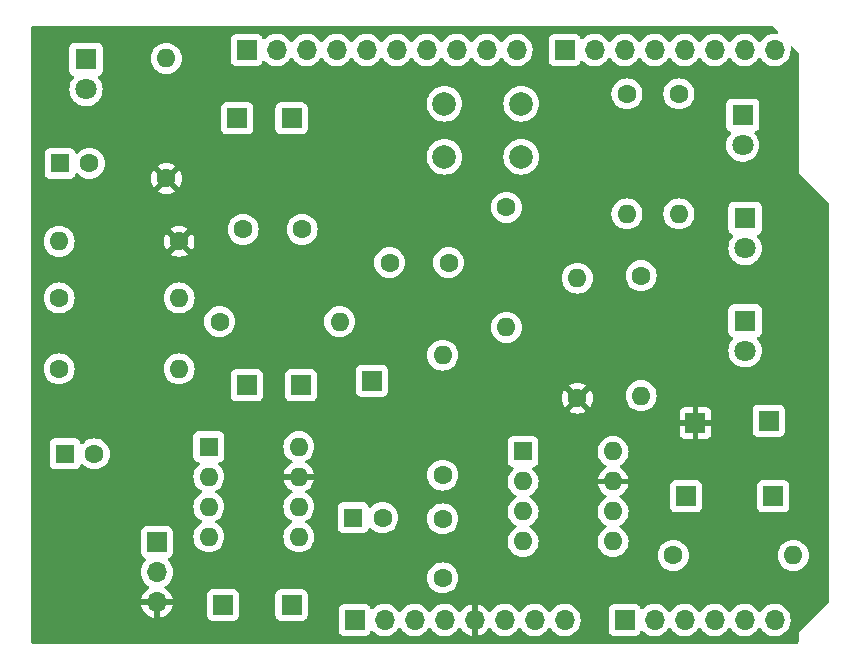
<source format=gbr>
%TF.GenerationSoftware,KiCad,Pcbnew,8.0.1*%
%TF.CreationDate,2024-05-26T21:20:35+02:00*%
%TF.ProjectId,SDHD_Lab,53444844-5f4c-4616-922e-6b696361645f,Rev 1.2*%
%TF.SameCoordinates,Original*%
%TF.FileFunction,Copper,L3,Inr*%
%TF.FilePolarity,Positive*%
%FSLAX46Y46*%
G04 Gerber Fmt 4.6, Leading zero omitted, Abs format (unit mm)*
G04 Created by KiCad (PCBNEW 8.0.1) date 2024-05-26 21:20:35*
%MOMM*%
%LPD*%
G01*
G04 APERTURE LIST*
%TA.AperFunction,ComponentPad*%
%ADD10R,1.600000X1.600000*%
%TD*%
%TA.AperFunction,ComponentPad*%
%ADD11C,1.600000*%
%TD*%
%TA.AperFunction,ComponentPad*%
%ADD12R,1.700000X1.700000*%
%TD*%
%TA.AperFunction,ComponentPad*%
%ADD13O,1.700000X1.700000*%
%TD*%
%TA.AperFunction,ComponentPad*%
%ADD14O,1.600000X1.600000*%
%TD*%
%TA.AperFunction,ComponentPad*%
%ADD15R,1.800000X1.800000*%
%TD*%
%TA.AperFunction,ComponentPad*%
%ADD16C,1.800000*%
%TD*%
%TA.AperFunction,ComponentPad*%
%ADD17C,2.000000*%
%TD*%
G04 APERTURE END LIST*
D10*
%TO.N,/VD_Input*%
%TO.C,C1*%
X102994888Y-58800000D03*
D11*
%TO.N,GND*%
X105494888Y-58800000D03*
%TD*%
D12*
%TO.N,GND*%
%TO.C,J12*%
X111200000Y-90875000D03*
D13*
%TO.N,V_in*%
X111200000Y-93415000D03*
%TO.N,+5V*%
X111200000Y-95955000D03*
%TD*%
D12*
%TO.N,GND*%
%TO.C,J4*%
X122600000Y-55000000D03*
%TD*%
%TO.N,Net-(J8-Pin_1)*%
%TO.C,J8*%
X123400000Y-77600000D03*
%TD*%
D11*
%TO.N,+5V*%
%TO.C,R8*%
X112000000Y-60080000D03*
D14*
%TO.N,Net-(D4-A)*%
X112000000Y-49920000D03*
%TD*%
D12*
%TO.N,V_out*%
%TO.C,J11*%
X163400000Y-87000000D03*
%TD*%
D11*
%TO.N,LED_ORANGE*%
%TO.C,R4*%
X151000000Y-52920000D03*
D14*
%TO.N,Net-(D2-A)*%
X151000000Y-63080000D03*
%TD*%
D11*
%TO.N,Net-(C2-Pad1)*%
%TO.C,R5*%
X102920000Y-76200000D03*
D14*
%TO.N,Net-(J7-Pin_1)*%
X113080000Y-76200000D03*
%TD*%
D11*
%TO.N,Net-(J7-Pin_1)*%
%TO.C,R7 *%
X116520000Y-72200000D03*
D14*
%TO.N,Net-(J8-Pin_1)*%
X126680000Y-72200000D03*
%TD*%
D11*
%TO.N,Net-(J9-Pin_1)*%
%TO.C,C6*%
X130900000Y-67200000D03*
%TO.N,Net-(J10-Pin_1)*%
X135900000Y-67200000D03*
%TD*%
%TO.N,+5V*%
%TO.C,R9*%
X146800000Y-78680000D03*
D14*
%TO.N,PUSH_BUTTON*%
X146800000Y-68520000D03*
%TD*%
D10*
%TO.N,Net-(C2-Pad1)*%
%TO.C,C2*%
X103417621Y-83400000D03*
D11*
%TO.N,V_in*%
X105917621Y-83400000D03*
%TD*%
D12*
%TO.N,GND*%
%TO.C,J2*%
X122600000Y-96200000D03*
%TD*%
D11*
%TO.N,/VD_Input*%
%TO.C,R2*%
X102920000Y-70200000D03*
D14*
%TO.N,GND*%
X113080000Y-70200000D03*
%TD*%
D10*
%TO.N,unconnected-(U1-NC-Pad1)*%
%TO.C,U1*%
X115600000Y-82800000D03*
D14*
%TO.N,Net-(J7-Pin_1)*%
X115600000Y-85340000D03*
%TO.N,/VD_Input*%
X115600000Y-87880000D03*
%TO.N,GND*%
X115600000Y-90420000D03*
%TO.N,unconnected-(U1-NC-Pad5)*%
X123220000Y-90420000D03*
%TO.N,Net-(J8-Pin_1)*%
X123220000Y-87880000D03*
%TO.N,+5V*%
X123220000Y-85340000D03*
%TO.N,unconnected-(U1-NC-Pad8)*%
X123220000Y-82800000D03*
%TD*%
D15*
%TO.N,GND*%
%TO.C,D1*%
X160800000Y-54725000D03*
D16*
%TO.N,Net-(D1-A)*%
X160800000Y-57265000D03*
%TD*%
D12*
%TO.N,V_in*%
%TO.C,J6*%
X116800000Y-96200000D03*
%TD*%
D11*
%TO.N,Net-(J7-Pin_1)*%
%TO.C,C3*%
X118500000Y-64400000D03*
%TO.N,Net-(J8-Pin_1)*%
X123500000Y-64400000D03*
%TD*%
D15*
%TO.N,GND*%
%TO.C,D4*%
X105200000Y-50000000D03*
D16*
%TO.N,Net-(D4-A)*%
X105200000Y-52540000D03*
%TD*%
D12*
%TO.N,Net-(J9-Pin_1)*%
%TO.C,J9*%
X129400000Y-77200000D03*
%TD*%
%TO.N,Net-(J10-Pin_1)*%
%TO.C,J10*%
X156000000Y-87000000D03*
%TD*%
D15*
%TO.N,GND*%
%TO.C,D2*%
X161000000Y-63460000D03*
D16*
%TO.N,Net-(D2-A)*%
X161000000Y-66000000D03*
%TD*%
D12*
%TO.N,/VD_Input*%
%TO.C,J5*%
X118000000Y-55000000D03*
%TD*%
D11*
%TO.N,LED_GREEN*%
%TO.C,R3*%
X155400000Y-52920000D03*
D14*
%TO.N,Net-(D1-A)*%
X155400000Y-63080000D03*
%TD*%
D17*
%TO.N,GND*%
%TO.C,SW1*%
X142050000Y-58250000D03*
X135550000Y-58250000D03*
%TO.N,PUSH_BUTTON*%
X142050000Y-53750000D03*
X135550000Y-53750000D03*
%TD*%
D12*
%TO.N,GND*%
%TO.C,J3*%
X163000000Y-80600000D03*
%TD*%
D10*
%TO.N,Net-(J8-Pin_1)*%
%TO.C,C5*%
X127817621Y-88800000D03*
D11*
%TO.N,Net-(C5-Pad2)*%
X130317621Y-88800000D03*
%TD*%
D12*
%TO.N,Net-(J7-Pin_1)*%
%TO.C,J7*%
X118800000Y-77600000D03*
%TD*%
D11*
%TO.N,Net-(J10-Pin_1)*%
%TO.C,R12*%
X154920000Y-92000000D03*
D14*
%TO.N,V_out*%
X165080000Y-92000000D03*
%TD*%
D15*
%TO.N,GND*%
%TO.C,D3*%
X161000000Y-72125000D03*
D16*
%TO.N,Net-(D3-A)*%
X161000000Y-74665000D03*
%TD*%
D10*
%TO.N,unconnected-(U2-NC-Pad1)*%
%TO.C,U2*%
X142200000Y-83200000D03*
D14*
%TO.N,Net-(J9-Pin_1)*%
X142200000Y-85740000D03*
%TO.N,/VD_Input*%
X142200000Y-88280000D03*
%TO.N,GND*%
X142200000Y-90820000D03*
%TO.N,unconnected-(U2-NC-Pad5)*%
X149820000Y-90820000D03*
%TO.N,Net-(J10-Pin_1)*%
X149820000Y-88280000D03*
%TO.N,+5V*%
X149820000Y-85740000D03*
%TO.N,unconnected-(U2-NC-Pad8)*%
X149820000Y-83200000D03*
%TD*%
D11*
%TO.N,/VD_Input*%
%TO.C,C4*%
X135400000Y-93900000D03*
%TO.N,GND*%
X135400000Y-88900000D03*
%TD*%
%TO.N,+5V*%
%TO.C,R1*%
X113080000Y-65400000D03*
D14*
%TO.N,/VD_Input*%
X102920000Y-65400000D03*
%TD*%
D11*
%TO.N,Net-(J9-Pin_1)*%
%TO.C,R11*%
X140800000Y-62520000D03*
D14*
%TO.N,Net-(J10-Pin_1)*%
X140800000Y-72680000D03*
%TD*%
D11*
%TO.N,Net-(C5-Pad2)*%
%TO.C,R10*%
X135400000Y-85200000D03*
D14*
%TO.N,Net-(J9-Pin_1)*%
X135400000Y-75040000D03*
%TD*%
D12*
%TO.N,+5V*%
%TO.C,J1*%
X156800000Y-80800000D03*
%TD*%
D11*
%TO.N,LED_RED*%
%TO.C,R6*%
X152200000Y-68320000D03*
D14*
%TO.N,Net-(D3-A)*%
X152200000Y-78480000D03*
%TD*%
D12*
%TO.N,unconnected-(P1-Pin_1-Pad1)*%
%TO.C,P1*%
X127940000Y-97460000D03*
D13*
%TO.N,/IOREF*%
X130480000Y-97460000D03*
%TO.N,/Reset*%
X133020000Y-97460000D03*
%TO.N,/3.3V*%
X135560000Y-97460000D03*
%TO.N,+5V*%
X138100000Y-97460000D03*
%TO.N,GND*%
X140640000Y-97460000D03*
X143180000Y-97460000D03*
%TO.N,/Vin*%
X145720000Y-97460000D03*
%TD*%
D12*
%TO.N,V_out*%
%TO.C,P3*%
X150800000Y-97460000D03*
D13*
%TO.N,/A1*%
X153340000Y-97460000D03*
%TO.N,/A2*%
X155880000Y-97460000D03*
%TO.N,/A3*%
X158420000Y-97460000D03*
%TO.N,/A4*%
X160960000Y-97460000D03*
%TO.N,/A5*%
X163500000Y-97460000D03*
%TD*%
D12*
%TO.N,/SCL*%
%TO.C,P2*%
X118796000Y-49200000D03*
D13*
%TO.N,/SDA*%
X121336000Y-49200000D03*
%TO.N,/AREF*%
X123876000Y-49200000D03*
%TO.N,GND*%
X126416000Y-49200000D03*
%TO.N,/D13*%
X128956000Y-49200000D03*
%TO.N,/D12*%
X131496000Y-49200000D03*
%TO.N,/D11*%
X134036000Y-49200000D03*
%TO.N,/D10*%
X136576000Y-49200000D03*
%TO.N,/D9*%
X139116000Y-49200000D03*
%TO.N,/D8*%
X141656000Y-49200000D03*
%TD*%
D12*
%TO.N,PUSH_BUTTON*%
%TO.C,P4*%
X145720000Y-49200000D03*
D13*
%TO.N,LED_RED*%
X148260000Y-49200000D03*
%TO.N,LED_ORANGE*%
X150800000Y-49200000D03*
%TO.N,LED_GREEN*%
X153340000Y-49200000D03*
%TO.N,/D3*%
X155880000Y-49200000D03*
%TO.N,/D2*%
X158420000Y-49200000D03*
%TO.N,/TX{slash}D1*%
X160960000Y-49200000D03*
%TO.N,/RX{slash}D0*%
X163500000Y-49200000D03*
%TD*%
%TA.AperFunction,Conductor*%
%TO.N,+5V*%
G36*
X163308363Y-47180185D02*
G01*
X163329005Y-47196819D01*
X163772315Y-47640129D01*
X163805800Y-47701452D01*
X163800816Y-47771144D01*
X163758944Y-47827077D01*
X163693480Y-47851494D01*
X163664226Y-47850119D01*
X163612570Y-47841500D01*
X163612569Y-47841500D01*
X163387431Y-47841500D01*
X163165362Y-47878556D01*
X162952430Y-47951656D01*
X162952419Y-47951661D01*
X162754427Y-48058808D01*
X162754422Y-48058812D01*
X162576761Y-48197092D01*
X162576756Y-48197097D01*
X162424284Y-48362723D01*
X162424276Y-48362734D01*
X162333808Y-48501206D01*
X162280662Y-48546562D01*
X162211431Y-48555986D01*
X162148095Y-48526484D01*
X162126192Y-48501206D01*
X162035723Y-48362734D01*
X162035715Y-48362723D01*
X161883243Y-48197097D01*
X161883238Y-48197092D01*
X161705577Y-48058812D01*
X161705572Y-48058808D01*
X161507580Y-47951661D01*
X161507577Y-47951659D01*
X161507574Y-47951658D01*
X161507571Y-47951657D01*
X161507569Y-47951656D01*
X161294637Y-47878556D01*
X161072569Y-47841500D01*
X160847431Y-47841500D01*
X160625362Y-47878556D01*
X160412430Y-47951656D01*
X160412419Y-47951661D01*
X160214427Y-48058808D01*
X160214422Y-48058812D01*
X160036761Y-48197092D01*
X160036756Y-48197097D01*
X159884284Y-48362723D01*
X159884276Y-48362734D01*
X159793808Y-48501206D01*
X159740662Y-48546562D01*
X159671431Y-48555986D01*
X159608095Y-48526484D01*
X159586192Y-48501206D01*
X159495723Y-48362734D01*
X159495715Y-48362723D01*
X159343243Y-48197097D01*
X159343238Y-48197092D01*
X159165577Y-48058812D01*
X159165572Y-48058808D01*
X158967580Y-47951661D01*
X158967577Y-47951659D01*
X158967574Y-47951658D01*
X158967571Y-47951657D01*
X158967569Y-47951656D01*
X158754637Y-47878556D01*
X158532569Y-47841500D01*
X158307431Y-47841500D01*
X158085362Y-47878556D01*
X157872430Y-47951656D01*
X157872419Y-47951661D01*
X157674427Y-48058808D01*
X157674422Y-48058812D01*
X157496761Y-48197092D01*
X157496756Y-48197097D01*
X157344284Y-48362723D01*
X157344276Y-48362734D01*
X157253808Y-48501206D01*
X157200662Y-48546562D01*
X157131431Y-48555986D01*
X157068095Y-48526484D01*
X157046192Y-48501206D01*
X156955723Y-48362734D01*
X156955715Y-48362723D01*
X156803243Y-48197097D01*
X156803238Y-48197092D01*
X156625577Y-48058812D01*
X156625572Y-48058808D01*
X156427580Y-47951661D01*
X156427577Y-47951659D01*
X156427574Y-47951658D01*
X156427571Y-47951657D01*
X156427569Y-47951656D01*
X156214637Y-47878556D01*
X155992569Y-47841500D01*
X155767431Y-47841500D01*
X155545362Y-47878556D01*
X155332430Y-47951656D01*
X155332419Y-47951661D01*
X155134427Y-48058808D01*
X155134422Y-48058812D01*
X154956761Y-48197092D01*
X154956756Y-48197097D01*
X154804284Y-48362723D01*
X154804276Y-48362734D01*
X154713808Y-48501206D01*
X154660662Y-48546562D01*
X154591431Y-48555986D01*
X154528095Y-48526484D01*
X154506192Y-48501206D01*
X154415723Y-48362734D01*
X154415715Y-48362723D01*
X154263243Y-48197097D01*
X154263238Y-48197092D01*
X154085577Y-48058812D01*
X154085572Y-48058808D01*
X153887580Y-47951661D01*
X153887577Y-47951659D01*
X153887574Y-47951658D01*
X153887571Y-47951657D01*
X153887569Y-47951656D01*
X153674637Y-47878556D01*
X153452569Y-47841500D01*
X153227431Y-47841500D01*
X153005362Y-47878556D01*
X152792430Y-47951656D01*
X152792419Y-47951661D01*
X152594427Y-48058808D01*
X152594422Y-48058812D01*
X152416761Y-48197092D01*
X152416756Y-48197097D01*
X152264284Y-48362723D01*
X152264276Y-48362734D01*
X152173808Y-48501206D01*
X152120662Y-48546562D01*
X152051431Y-48555986D01*
X151988095Y-48526484D01*
X151966192Y-48501206D01*
X151875723Y-48362734D01*
X151875715Y-48362723D01*
X151723243Y-48197097D01*
X151723238Y-48197092D01*
X151545577Y-48058812D01*
X151545572Y-48058808D01*
X151347580Y-47951661D01*
X151347577Y-47951659D01*
X151347574Y-47951658D01*
X151347571Y-47951657D01*
X151347569Y-47951656D01*
X151134637Y-47878556D01*
X150912569Y-47841500D01*
X150687431Y-47841500D01*
X150465362Y-47878556D01*
X150252430Y-47951656D01*
X150252419Y-47951661D01*
X150054427Y-48058808D01*
X150054422Y-48058812D01*
X149876761Y-48197092D01*
X149876756Y-48197097D01*
X149724284Y-48362723D01*
X149724276Y-48362734D01*
X149633808Y-48501206D01*
X149580662Y-48546562D01*
X149511431Y-48555986D01*
X149448095Y-48526484D01*
X149426192Y-48501206D01*
X149335723Y-48362734D01*
X149335715Y-48362723D01*
X149183243Y-48197097D01*
X149183238Y-48197092D01*
X149005577Y-48058812D01*
X149005572Y-48058808D01*
X148807580Y-47951661D01*
X148807577Y-47951659D01*
X148807574Y-47951658D01*
X148807571Y-47951657D01*
X148807569Y-47951656D01*
X148594637Y-47878556D01*
X148372569Y-47841500D01*
X148147431Y-47841500D01*
X147925362Y-47878556D01*
X147712430Y-47951656D01*
X147712419Y-47951661D01*
X147514427Y-48058808D01*
X147514422Y-48058812D01*
X147336761Y-48197092D01*
X147273548Y-48265760D01*
X147213661Y-48301750D01*
X147143823Y-48299649D01*
X147086207Y-48260124D01*
X147066138Y-48225110D01*
X147020889Y-48103796D01*
X146987214Y-48058812D01*
X146933261Y-47986739D01*
X146816204Y-47899111D01*
X146679203Y-47848011D01*
X146618654Y-47841500D01*
X146618638Y-47841500D01*
X144821362Y-47841500D01*
X144821345Y-47841500D01*
X144760797Y-47848011D01*
X144760795Y-47848011D01*
X144623795Y-47899111D01*
X144506739Y-47986739D01*
X144419111Y-48103795D01*
X144368011Y-48240795D01*
X144368011Y-48240797D01*
X144361500Y-48301345D01*
X144361500Y-50098654D01*
X144368011Y-50159202D01*
X144368011Y-50159204D01*
X144419111Y-50296204D01*
X144506739Y-50413261D01*
X144623796Y-50500889D01*
X144760799Y-50551989D01*
X144788050Y-50554918D01*
X144821345Y-50558499D01*
X144821362Y-50558500D01*
X146618638Y-50558500D01*
X146618654Y-50558499D01*
X146645692Y-50555591D01*
X146679201Y-50551989D01*
X146816204Y-50500889D01*
X146933261Y-50413261D01*
X147020889Y-50296204D01*
X147066138Y-50174887D01*
X147108009Y-50118956D01*
X147173474Y-50094539D01*
X147241746Y-50109391D01*
X147273545Y-50134236D01*
X147336760Y-50202906D01*
X147514424Y-50341189D01*
X147514425Y-50341189D01*
X147514427Y-50341191D01*
X147566254Y-50369238D01*
X147712426Y-50448342D01*
X147925365Y-50521444D01*
X148147431Y-50558500D01*
X148372569Y-50558500D01*
X148594635Y-50521444D01*
X148807574Y-50448342D01*
X149005576Y-50341189D01*
X149183240Y-50202906D01*
X149335722Y-50037268D01*
X149426193Y-49898790D01*
X149479338Y-49853437D01*
X149548569Y-49844013D01*
X149611905Y-49873515D01*
X149633804Y-49898787D01*
X149724278Y-50037268D01*
X149724283Y-50037273D01*
X149724284Y-50037276D01*
X149850968Y-50174889D01*
X149876760Y-50202906D01*
X150054424Y-50341189D01*
X150054425Y-50341189D01*
X150054427Y-50341191D01*
X150106254Y-50369238D01*
X150252426Y-50448342D01*
X150465365Y-50521444D01*
X150687431Y-50558500D01*
X150912569Y-50558500D01*
X151134635Y-50521444D01*
X151347574Y-50448342D01*
X151545576Y-50341189D01*
X151723240Y-50202906D01*
X151875722Y-50037268D01*
X151966193Y-49898790D01*
X152019338Y-49853437D01*
X152088569Y-49844013D01*
X152151905Y-49873515D01*
X152173804Y-49898787D01*
X152264278Y-50037268D01*
X152264283Y-50037273D01*
X152264284Y-50037276D01*
X152390968Y-50174889D01*
X152416760Y-50202906D01*
X152594424Y-50341189D01*
X152594425Y-50341189D01*
X152594427Y-50341191D01*
X152646254Y-50369238D01*
X152792426Y-50448342D01*
X153005365Y-50521444D01*
X153227431Y-50558500D01*
X153452569Y-50558500D01*
X153674635Y-50521444D01*
X153887574Y-50448342D01*
X154085576Y-50341189D01*
X154263240Y-50202906D01*
X154415722Y-50037268D01*
X154506193Y-49898790D01*
X154559338Y-49853437D01*
X154628569Y-49844013D01*
X154691905Y-49873515D01*
X154713804Y-49898787D01*
X154804278Y-50037268D01*
X154804283Y-50037273D01*
X154804284Y-50037276D01*
X154930968Y-50174889D01*
X154956760Y-50202906D01*
X155134424Y-50341189D01*
X155134425Y-50341189D01*
X155134427Y-50341191D01*
X155186254Y-50369238D01*
X155332426Y-50448342D01*
X155545365Y-50521444D01*
X155767431Y-50558500D01*
X155992569Y-50558500D01*
X156214635Y-50521444D01*
X156427574Y-50448342D01*
X156625576Y-50341189D01*
X156803240Y-50202906D01*
X156955722Y-50037268D01*
X157046193Y-49898790D01*
X157099338Y-49853437D01*
X157168569Y-49844013D01*
X157231905Y-49873515D01*
X157253804Y-49898787D01*
X157344278Y-50037268D01*
X157344283Y-50037273D01*
X157344284Y-50037276D01*
X157470968Y-50174889D01*
X157496760Y-50202906D01*
X157674424Y-50341189D01*
X157674425Y-50341189D01*
X157674427Y-50341191D01*
X157726254Y-50369238D01*
X157872426Y-50448342D01*
X158085365Y-50521444D01*
X158307431Y-50558500D01*
X158532569Y-50558500D01*
X158754635Y-50521444D01*
X158967574Y-50448342D01*
X159165576Y-50341189D01*
X159343240Y-50202906D01*
X159495722Y-50037268D01*
X159586193Y-49898790D01*
X159639338Y-49853437D01*
X159708569Y-49844013D01*
X159771905Y-49873515D01*
X159793804Y-49898787D01*
X159884278Y-50037268D01*
X159884283Y-50037273D01*
X159884284Y-50037276D01*
X160010968Y-50174889D01*
X160036760Y-50202906D01*
X160214424Y-50341189D01*
X160214425Y-50341189D01*
X160214427Y-50341191D01*
X160266254Y-50369238D01*
X160412426Y-50448342D01*
X160625365Y-50521444D01*
X160847431Y-50558500D01*
X161072569Y-50558500D01*
X161294635Y-50521444D01*
X161507574Y-50448342D01*
X161705576Y-50341189D01*
X161883240Y-50202906D01*
X162035722Y-50037268D01*
X162126193Y-49898790D01*
X162179338Y-49853437D01*
X162248569Y-49844013D01*
X162311905Y-49873515D01*
X162333804Y-49898787D01*
X162424278Y-50037268D01*
X162424283Y-50037273D01*
X162424284Y-50037276D01*
X162550968Y-50174889D01*
X162576760Y-50202906D01*
X162754424Y-50341189D01*
X162754425Y-50341189D01*
X162754427Y-50341191D01*
X162806254Y-50369238D01*
X162952426Y-50448342D01*
X163165365Y-50521444D01*
X163387431Y-50558500D01*
X163612569Y-50558500D01*
X163834635Y-50521444D01*
X164047574Y-50448342D01*
X164245576Y-50341189D01*
X164423240Y-50202906D01*
X164575722Y-50037268D01*
X164698860Y-49848791D01*
X164789296Y-49642616D01*
X164844564Y-49424368D01*
X164863156Y-49200000D01*
X164848713Y-49025704D01*
X164862793Y-48957269D01*
X164911638Y-48907310D01*
X164979739Y-48891689D01*
X165045475Y-48915366D01*
X165059970Y-48927784D01*
X165503181Y-49370995D01*
X165536666Y-49432318D01*
X165539500Y-49458676D01*
X165539500Y-59294108D01*
X165539500Y-59425892D01*
X165547768Y-59456749D01*
X165573608Y-59553187D01*
X165599620Y-59598240D01*
X165639500Y-59667314D01*
X165639502Y-59667316D01*
X168043181Y-62070995D01*
X168076666Y-62132318D01*
X168079500Y-62158676D01*
X168079500Y-95931324D01*
X168059815Y-95998363D01*
X168043181Y-96019005D01*
X165639502Y-98422683D01*
X165639500Y-98422686D01*
X165573608Y-98536812D01*
X165539500Y-98664108D01*
X165539500Y-99228242D01*
X165537973Y-99247641D01*
X165529773Y-99299411D01*
X165517785Y-99336307D01*
X165498474Y-99374207D01*
X165475670Y-99405593D01*
X165445593Y-99435670D01*
X165414207Y-99458474D01*
X165376307Y-99477785D01*
X165339411Y-99489773D01*
X165309068Y-99494579D01*
X165287639Y-99497973D01*
X165268243Y-99499500D01*
X100771757Y-99499500D01*
X100752360Y-99497973D01*
X100718098Y-99492546D01*
X100700588Y-99489773D01*
X100663695Y-99477786D01*
X100625790Y-99458472D01*
X100594406Y-99435670D01*
X100564329Y-99405593D01*
X100541528Y-99374211D01*
X100522212Y-99336301D01*
X100510227Y-99299417D01*
X100502025Y-99247630D01*
X100500500Y-99228242D01*
X100500500Y-98358654D01*
X126581500Y-98358654D01*
X126588011Y-98419202D01*
X126588011Y-98419204D01*
X126631878Y-98536812D01*
X126639111Y-98556204D01*
X126726739Y-98673261D01*
X126843796Y-98760889D01*
X126980799Y-98811989D01*
X127008050Y-98814918D01*
X127041345Y-98818499D01*
X127041362Y-98818500D01*
X128838638Y-98818500D01*
X128838654Y-98818499D01*
X128865692Y-98815591D01*
X128899201Y-98811989D01*
X129036204Y-98760889D01*
X129153261Y-98673261D01*
X129240889Y-98556204D01*
X129286138Y-98434887D01*
X129328009Y-98378956D01*
X129393474Y-98354539D01*
X129461746Y-98369391D01*
X129493545Y-98394236D01*
X129556760Y-98462906D01*
X129734424Y-98601189D01*
X129734425Y-98601189D01*
X129734427Y-98601191D01*
X129794314Y-98633600D01*
X129932426Y-98708342D01*
X130145365Y-98781444D01*
X130367431Y-98818500D01*
X130592569Y-98818500D01*
X130814635Y-98781444D01*
X131027574Y-98708342D01*
X131225576Y-98601189D01*
X131403240Y-98462906D01*
X131524594Y-98331082D01*
X131555715Y-98297276D01*
X131555715Y-98297275D01*
X131555722Y-98297268D01*
X131646193Y-98158790D01*
X131699338Y-98113437D01*
X131768569Y-98104013D01*
X131831905Y-98133515D01*
X131853804Y-98158787D01*
X131944278Y-98297268D01*
X131944283Y-98297273D01*
X131944284Y-98297276D01*
X132070968Y-98434889D01*
X132096760Y-98462906D01*
X132274424Y-98601189D01*
X132274425Y-98601189D01*
X132274427Y-98601191D01*
X132334314Y-98633600D01*
X132472426Y-98708342D01*
X132685365Y-98781444D01*
X132907431Y-98818500D01*
X133132569Y-98818500D01*
X133354635Y-98781444D01*
X133567574Y-98708342D01*
X133765576Y-98601189D01*
X133943240Y-98462906D01*
X134064594Y-98331082D01*
X134095715Y-98297276D01*
X134095715Y-98297275D01*
X134095722Y-98297268D01*
X134186193Y-98158790D01*
X134239338Y-98113437D01*
X134308569Y-98104013D01*
X134371905Y-98133515D01*
X134393804Y-98158787D01*
X134484278Y-98297268D01*
X134484283Y-98297273D01*
X134484284Y-98297276D01*
X134610968Y-98434889D01*
X134636760Y-98462906D01*
X134814424Y-98601189D01*
X134814425Y-98601189D01*
X134814427Y-98601191D01*
X134874314Y-98633600D01*
X135012426Y-98708342D01*
X135225365Y-98781444D01*
X135447431Y-98818500D01*
X135672569Y-98818500D01*
X135894635Y-98781444D01*
X136107574Y-98708342D01*
X136305576Y-98601189D01*
X136483240Y-98462906D01*
X136604594Y-98331082D01*
X136635715Y-98297276D01*
X136635715Y-98297275D01*
X136635722Y-98297268D01*
X136729749Y-98153347D01*
X136782894Y-98107994D01*
X136852125Y-98098570D01*
X136915461Y-98128072D01*
X136935130Y-98150048D01*
X137061890Y-98331078D01*
X137228917Y-98498105D01*
X137422421Y-98633600D01*
X137636507Y-98733429D01*
X137636516Y-98733433D01*
X137850000Y-98790634D01*
X137850000Y-97893012D01*
X137907007Y-97925925D01*
X138034174Y-97960000D01*
X138165826Y-97960000D01*
X138292993Y-97925925D01*
X138350000Y-97893012D01*
X138350000Y-98790633D01*
X138563483Y-98733433D01*
X138563492Y-98733429D01*
X138777578Y-98633600D01*
X138971082Y-98498105D01*
X139138105Y-98331082D01*
X139264868Y-98150048D01*
X139319445Y-98106423D01*
X139388944Y-98099231D01*
X139451298Y-98130753D01*
X139470251Y-98153350D01*
X139564276Y-98297265D01*
X139564284Y-98297276D01*
X139690968Y-98434889D01*
X139716760Y-98462906D01*
X139894424Y-98601189D01*
X139894425Y-98601189D01*
X139894427Y-98601191D01*
X139954314Y-98633600D01*
X140092426Y-98708342D01*
X140305365Y-98781444D01*
X140527431Y-98818500D01*
X140752569Y-98818500D01*
X140974635Y-98781444D01*
X141187574Y-98708342D01*
X141385576Y-98601189D01*
X141563240Y-98462906D01*
X141684594Y-98331082D01*
X141715715Y-98297276D01*
X141715715Y-98297275D01*
X141715722Y-98297268D01*
X141806193Y-98158790D01*
X141859338Y-98113437D01*
X141928569Y-98104013D01*
X141991905Y-98133515D01*
X142013804Y-98158787D01*
X142104278Y-98297268D01*
X142104283Y-98297273D01*
X142104284Y-98297276D01*
X142230968Y-98434889D01*
X142256760Y-98462906D01*
X142434424Y-98601189D01*
X142434425Y-98601189D01*
X142434427Y-98601191D01*
X142494314Y-98633600D01*
X142632426Y-98708342D01*
X142845365Y-98781444D01*
X143067431Y-98818500D01*
X143292569Y-98818500D01*
X143514635Y-98781444D01*
X143727574Y-98708342D01*
X143925576Y-98601189D01*
X144103240Y-98462906D01*
X144224594Y-98331082D01*
X144255715Y-98297276D01*
X144255715Y-98297275D01*
X144255722Y-98297268D01*
X144346193Y-98158790D01*
X144399338Y-98113437D01*
X144468569Y-98104013D01*
X144531905Y-98133515D01*
X144553804Y-98158787D01*
X144644278Y-98297268D01*
X144644283Y-98297273D01*
X144644284Y-98297276D01*
X144770968Y-98434889D01*
X144796760Y-98462906D01*
X144974424Y-98601189D01*
X144974425Y-98601189D01*
X144974427Y-98601191D01*
X145034314Y-98633600D01*
X145172426Y-98708342D01*
X145385365Y-98781444D01*
X145607431Y-98818500D01*
X145832569Y-98818500D01*
X146054635Y-98781444D01*
X146267574Y-98708342D01*
X146465576Y-98601189D01*
X146643240Y-98462906D01*
X146739212Y-98358654D01*
X149441500Y-98358654D01*
X149448011Y-98419202D01*
X149448011Y-98419204D01*
X149491878Y-98536812D01*
X149499111Y-98556204D01*
X149586739Y-98673261D01*
X149703796Y-98760889D01*
X149840799Y-98811989D01*
X149868050Y-98814918D01*
X149901345Y-98818499D01*
X149901362Y-98818500D01*
X151698638Y-98818500D01*
X151698654Y-98818499D01*
X151725692Y-98815591D01*
X151759201Y-98811989D01*
X151896204Y-98760889D01*
X152013261Y-98673261D01*
X152100889Y-98556204D01*
X152146138Y-98434887D01*
X152188009Y-98378956D01*
X152253474Y-98354539D01*
X152321746Y-98369391D01*
X152353545Y-98394236D01*
X152416760Y-98462906D01*
X152594424Y-98601189D01*
X152594425Y-98601189D01*
X152594427Y-98601191D01*
X152654314Y-98633600D01*
X152792426Y-98708342D01*
X153005365Y-98781444D01*
X153227431Y-98818500D01*
X153452569Y-98818500D01*
X153674635Y-98781444D01*
X153887574Y-98708342D01*
X154085576Y-98601189D01*
X154263240Y-98462906D01*
X154384594Y-98331082D01*
X154415715Y-98297276D01*
X154415715Y-98297275D01*
X154415722Y-98297268D01*
X154506193Y-98158790D01*
X154559338Y-98113437D01*
X154628569Y-98104013D01*
X154691905Y-98133515D01*
X154713804Y-98158787D01*
X154804278Y-98297268D01*
X154804283Y-98297273D01*
X154804284Y-98297276D01*
X154930968Y-98434889D01*
X154956760Y-98462906D01*
X155134424Y-98601189D01*
X155134425Y-98601189D01*
X155134427Y-98601191D01*
X155194314Y-98633600D01*
X155332426Y-98708342D01*
X155545365Y-98781444D01*
X155767431Y-98818500D01*
X155992569Y-98818500D01*
X156214635Y-98781444D01*
X156427574Y-98708342D01*
X156625576Y-98601189D01*
X156803240Y-98462906D01*
X156924594Y-98331082D01*
X156955715Y-98297276D01*
X156955715Y-98297275D01*
X156955722Y-98297268D01*
X157046193Y-98158790D01*
X157099338Y-98113437D01*
X157168569Y-98104013D01*
X157231905Y-98133515D01*
X157253804Y-98158787D01*
X157344278Y-98297268D01*
X157344283Y-98297273D01*
X157344284Y-98297276D01*
X157470968Y-98434889D01*
X157496760Y-98462906D01*
X157674424Y-98601189D01*
X157674425Y-98601189D01*
X157674427Y-98601191D01*
X157734314Y-98633600D01*
X157872426Y-98708342D01*
X158085365Y-98781444D01*
X158307431Y-98818500D01*
X158532569Y-98818500D01*
X158754635Y-98781444D01*
X158967574Y-98708342D01*
X159165576Y-98601189D01*
X159343240Y-98462906D01*
X159464594Y-98331082D01*
X159495715Y-98297276D01*
X159495715Y-98297275D01*
X159495722Y-98297268D01*
X159586193Y-98158790D01*
X159639338Y-98113437D01*
X159708569Y-98104013D01*
X159771905Y-98133515D01*
X159793804Y-98158787D01*
X159884278Y-98297268D01*
X159884283Y-98297273D01*
X159884284Y-98297276D01*
X160010968Y-98434889D01*
X160036760Y-98462906D01*
X160214424Y-98601189D01*
X160214425Y-98601189D01*
X160214427Y-98601191D01*
X160274314Y-98633600D01*
X160412426Y-98708342D01*
X160625365Y-98781444D01*
X160847431Y-98818500D01*
X161072569Y-98818500D01*
X161294635Y-98781444D01*
X161507574Y-98708342D01*
X161705576Y-98601189D01*
X161883240Y-98462906D01*
X162004594Y-98331082D01*
X162035715Y-98297276D01*
X162035715Y-98297275D01*
X162035722Y-98297268D01*
X162126193Y-98158790D01*
X162179338Y-98113437D01*
X162248569Y-98104013D01*
X162311905Y-98133515D01*
X162333804Y-98158787D01*
X162424278Y-98297268D01*
X162424283Y-98297273D01*
X162424284Y-98297276D01*
X162550968Y-98434889D01*
X162576760Y-98462906D01*
X162754424Y-98601189D01*
X162754425Y-98601189D01*
X162754427Y-98601191D01*
X162814314Y-98633600D01*
X162952426Y-98708342D01*
X163165365Y-98781444D01*
X163387431Y-98818500D01*
X163612569Y-98818500D01*
X163834635Y-98781444D01*
X164047574Y-98708342D01*
X164245576Y-98601189D01*
X164423240Y-98462906D01*
X164544594Y-98331082D01*
X164575715Y-98297276D01*
X164575717Y-98297273D01*
X164575722Y-98297268D01*
X164698860Y-98108791D01*
X164789296Y-97902616D01*
X164844564Y-97684368D01*
X164854994Y-97558499D01*
X164863156Y-97460005D01*
X164863156Y-97459994D01*
X164844565Y-97235640D01*
X164844563Y-97235628D01*
X164789296Y-97017385D01*
X164779071Y-96994075D01*
X164698860Y-96811209D01*
X164682706Y-96786484D01*
X164637291Y-96716970D01*
X164575722Y-96622732D01*
X164575719Y-96622729D01*
X164575715Y-96622723D01*
X164423243Y-96457097D01*
X164423238Y-96457092D01*
X164245577Y-96318812D01*
X164245572Y-96318808D01*
X164047580Y-96211661D01*
X164047577Y-96211659D01*
X164047574Y-96211658D01*
X164047571Y-96211657D01*
X164047569Y-96211656D01*
X163834637Y-96138556D01*
X163612569Y-96101500D01*
X163387431Y-96101500D01*
X163165362Y-96138556D01*
X162952430Y-96211656D01*
X162952419Y-96211661D01*
X162754427Y-96318808D01*
X162754422Y-96318812D01*
X162576761Y-96457092D01*
X162576756Y-96457097D01*
X162424284Y-96622723D01*
X162424276Y-96622734D01*
X162333808Y-96761206D01*
X162280662Y-96806562D01*
X162211431Y-96815986D01*
X162148095Y-96786484D01*
X162126192Y-96761206D01*
X162068286Y-96672576D01*
X162035722Y-96622732D01*
X162035719Y-96622729D01*
X162035715Y-96622723D01*
X161883243Y-96457097D01*
X161883238Y-96457092D01*
X161705577Y-96318812D01*
X161705572Y-96318808D01*
X161507580Y-96211661D01*
X161507577Y-96211659D01*
X161507574Y-96211658D01*
X161507571Y-96211657D01*
X161507569Y-96211656D01*
X161294637Y-96138556D01*
X161072569Y-96101500D01*
X160847431Y-96101500D01*
X160625362Y-96138556D01*
X160412430Y-96211656D01*
X160412419Y-96211661D01*
X160214427Y-96318808D01*
X160214422Y-96318812D01*
X160036761Y-96457092D01*
X160036756Y-96457097D01*
X159884284Y-96622723D01*
X159884276Y-96622734D01*
X159793808Y-96761206D01*
X159740662Y-96806562D01*
X159671431Y-96815986D01*
X159608095Y-96786484D01*
X159586192Y-96761206D01*
X159528286Y-96672576D01*
X159495722Y-96622732D01*
X159495719Y-96622729D01*
X159495715Y-96622723D01*
X159343243Y-96457097D01*
X159343238Y-96457092D01*
X159165577Y-96318812D01*
X159165572Y-96318808D01*
X158967580Y-96211661D01*
X158967577Y-96211659D01*
X158967574Y-96211658D01*
X158967571Y-96211657D01*
X158967569Y-96211656D01*
X158754637Y-96138556D01*
X158532569Y-96101500D01*
X158307431Y-96101500D01*
X158085362Y-96138556D01*
X157872430Y-96211656D01*
X157872419Y-96211661D01*
X157674427Y-96318808D01*
X157674422Y-96318812D01*
X157496761Y-96457092D01*
X157496756Y-96457097D01*
X157344284Y-96622723D01*
X157344276Y-96622734D01*
X157253808Y-96761206D01*
X157200662Y-96806562D01*
X157131431Y-96815986D01*
X157068095Y-96786484D01*
X157046192Y-96761206D01*
X156988286Y-96672576D01*
X156955722Y-96622732D01*
X156955719Y-96622729D01*
X156955715Y-96622723D01*
X156803243Y-96457097D01*
X156803238Y-96457092D01*
X156625577Y-96318812D01*
X156625572Y-96318808D01*
X156427580Y-96211661D01*
X156427577Y-96211659D01*
X156427574Y-96211658D01*
X156427571Y-96211657D01*
X156427569Y-96211656D01*
X156214637Y-96138556D01*
X155992569Y-96101500D01*
X155767431Y-96101500D01*
X155545362Y-96138556D01*
X155332430Y-96211656D01*
X155332419Y-96211661D01*
X155134427Y-96318808D01*
X155134422Y-96318812D01*
X154956761Y-96457092D01*
X154956756Y-96457097D01*
X154804284Y-96622723D01*
X154804276Y-96622734D01*
X154713808Y-96761206D01*
X154660662Y-96806562D01*
X154591431Y-96815986D01*
X154528095Y-96786484D01*
X154506192Y-96761206D01*
X154448286Y-96672576D01*
X154415722Y-96622732D01*
X154415719Y-96622729D01*
X154415715Y-96622723D01*
X154263243Y-96457097D01*
X154263238Y-96457092D01*
X154085577Y-96318812D01*
X154085572Y-96318808D01*
X153887580Y-96211661D01*
X153887577Y-96211659D01*
X153887574Y-96211658D01*
X153887571Y-96211657D01*
X153887569Y-96211656D01*
X153674637Y-96138556D01*
X153452569Y-96101500D01*
X153227431Y-96101500D01*
X153005362Y-96138556D01*
X152792430Y-96211656D01*
X152792419Y-96211661D01*
X152594427Y-96318808D01*
X152594422Y-96318812D01*
X152416761Y-96457092D01*
X152353548Y-96525760D01*
X152293661Y-96561750D01*
X152223823Y-96559649D01*
X152166207Y-96520124D01*
X152146138Y-96485110D01*
X152100889Y-96363796D01*
X152067214Y-96318812D01*
X152013261Y-96246739D01*
X151896204Y-96159111D01*
X151866396Y-96147993D01*
X151759203Y-96108011D01*
X151698654Y-96101500D01*
X151698638Y-96101500D01*
X149901362Y-96101500D01*
X149901345Y-96101500D01*
X149840797Y-96108011D01*
X149840795Y-96108011D01*
X149703795Y-96159111D01*
X149586739Y-96246739D01*
X149499111Y-96363795D01*
X149448011Y-96500795D01*
X149448011Y-96500797D01*
X149441500Y-96561345D01*
X149441500Y-98358654D01*
X146739212Y-98358654D01*
X146764594Y-98331082D01*
X146795715Y-98297276D01*
X146795717Y-98297273D01*
X146795722Y-98297268D01*
X146918860Y-98108791D01*
X147009296Y-97902616D01*
X147064564Y-97684368D01*
X147074994Y-97558499D01*
X147083156Y-97460005D01*
X147083156Y-97459994D01*
X147064565Y-97235640D01*
X147064563Y-97235628D01*
X147009296Y-97017385D01*
X146999071Y-96994075D01*
X146918860Y-96811209D01*
X146902706Y-96786484D01*
X146857291Y-96716970D01*
X146795722Y-96622732D01*
X146795719Y-96622729D01*
X146795715Y-96622723D01*
X146643243Y-96457097D01*
X146643238Y-96457092D01*
X146465577Y-96318812D01*
X146465572Y-96318808D01*
X146267580Y-96211661D01*
X146267577Y-96211659D01*
X146267574Y-96211658D01*
X146267571Y-96211657D01*
X146267569Y-96211656D01*
X146054637Y-96138556D01*
X145832569Y-96101500D01*
X145607431Y-96101500D01*
X145385362Y-96138556D01*
X145172430Y-96211656D01*
X145172419Y-96211661D01*
X144974427Y-96318808D01*
X144974422Y-96318812D01*
X144796761Y-96457092D01*
X144796756Y-96457097D01*
X144644284Y-96622723D01*
X144644276Y-96622734D01*
X144553808Y-96761206D01*
X144500662Y-96806562D01*
X144431431Y-96815986D01*
X144368095Y-96786484D01*
X144346192Y-96761206D01*
X144288286Y-96672576D01*
X144255722Y-96622732D01*
X144255719Y-96622729D01*
X144255715Y-96622723D01*
X144103243Y-96457097D01*
X144103238Y-96457092D01*
X143925577Y-96318812D01*
X143925572Y-96318808D01*
X143727580Y-96211661D01*
X143727577Y-96211659D01*
X143727574Y-96211658D01*
X143727571Y-96211657D01*
X143727569Y-96211656D01*
X143514637Y-96138556D01*
X143292569Y-96101500D01*
X143067431Y-96101500D01*
X142845362Y-96138556D01*
X142632430Y-96211656D01*
X142632419Y-96211661D01*
X142434427Y-96318808D01*
X142434422Y-96318812D01*
X142256761Y-96457092D01*
X142256756Y-96457097D01*
X142104284Y-96622723D01*
X142104276Y-96622734D01*
X142013808Y-96761206D01*
X141960662Y-96806562D01*
X141891431Y-96815986D01*
X141828095Y-96786484D01*
X141806192Y-96761206D01*
X141748286Y-96672576D01*
X141715722Y-96622732D01*
X141715719Y-96622729D01*
X141715715Y-96622723D01*
X141563243Y-96457097D01*
X141563238Y-96457092D01*
X141385577Y-96318812D01*
X141385572Y-96318808D01*
X141187580Y-96211661D01*
X141187577Y-96211659D01*
X141187574Y-96211658D01*
X141187571Y-96211657D01*
X141187569Y-96211656D01*
X140974637Y-96138556D01*
X140752569Y-96101500D01*
X140527431Y-96101500D01*
X140305362Y-96138556D01*
X140092430Y-96211656D01*
X140092419Y-96211661D01*
X139894427Y-96318808D01*
X139894422Y-96318812D01*
X139716761Y-96457092D01*
X139716756Y-96457097D01*
X139564284Y-96622723D01*
X139564276Y-96622734D01*
X139470251Y-96766650D01*
X139417105Y-96812007D01*
X139347873Y-96821430D01*
X139284538Y-96791928D01*
X139264868Y-96769951D01*
X139138113Y-96588926D01*
X139138108Y-96588920D01*
X138971082Y-96421894D01*
X138777578Y-96286399D01*
X138563492Y-96186570D01*
X138563486Y-96186567D01*
X138350000Y-96129364D01*
X138350000Y-97026988D01*
X138292993Y-96994075D01*
X138165826Y-96960000D01*
X138034174Y-96960000D01*
X137907007Y-96994075D01*
X137850000Y-97026988D01*
X137850000Y-96129364D01*
X137849999Y-96129364D01*
X137636513Y-96186567D01*
X137636507Y-96186570D01*
X137422422Y-96286399D01*
X137422420Y-96286400D01*
X137228926Y-96421886D01*
X137228920Y-96421891D01*
X137061891Y-96588920D01*
X137061890Y-96588922D01*
X136935131Y-96769952D01*
X136880554Y-96813577D01*
X136811055Y-96820769D01*
X136748701Y-96789247D01*
X136729752Y-96766656D01*
X136635722Y-96622732D01*
X136635715Y-96622725D01*
X136635715Y-96622723D01*
X136483243Y-96457097D01*
X136483238Y-96457092D01*
X136305577Y-96318812D01*
X136305572Y-96318808D01*
X136107580Y-96211661D01*
X136107577Y-96211659D01*
X136107574Y-96211658D01*
X136107571Y-96211657D01*
X136107569Y-96211656D01*
X135894637Y-96138556D01*
X135672569Y-96101500D01*
X135447431Y-96101500D01*
X135225362Y-96138556D01*
X135012430Y-96211656D01*
X135012419Y-96211661D01*
X134814427Y-96318808D01*
X134814422Y-96318812D01*
X134636761Y-96457092D01*
X134636756Y-96457097D01*
X134484284Y-96622723D01*
X134484276Y-96622734D01*
X134393808Y-96761206D01*
X134340662Y-96806562D01*
X134271431Y-96815986D01*
X134208095Y-96786484D01*
X134186192Y-96761206D01*
X134128286Y-96672576D01*
X134095722Y-96622732D01*
X134095719Y-96622729D01*
X134095715Y-96622723D01*
X133943243Y-96457097D01*
X133943238Y-96457092D01*
X133765577Y-96318812D01*
X133765572Y-96318808D01*
X133567580Y-96211661D01*
X133567577Y-96211659D01*
X133567574Y-96211658D01*
X133567571Y-96211657D01*
X133567569Y-96211656D01*
X133354637Y-96138556D01*
X133132569Y-96101500D01*
X132907431Y-96101500D01*
X132685362Y-96138556D01*
X132472430Y-96211656D01*
X132472419Y-96211661D01*
X132274427Y-96318808D01*
X132274422Y-96318812D01*
X132096761Y-96457092D01*
X132096756Y-96457097D01*
X131944284Y-96622723D01*
X131944276Y-96622734D01*
X131853808Y-96761206D01*
X131800662Y-96806562D01*
X131731431Y-96815986D01*
X131668095Y-96786484D01*
X131646192Y-96761206D01*
X131588286Y-96672576D01*
X131555722Y-96622732D01*
X131555719Y-96622729D01*
X131555715Y-96622723D01*
X131403243Y-96457097D01*
X131403238Y-96457092D01*
X131225577Y-96318812D01*
X131225572Y-96318808D01*
X131027580Y-96211661D01*
X131027577Y-96211659D01*
X131027574Y-96211658D01*
X131027571Y-96211657D01*
X131027569Y-96211656D01*
X130814637Y-96138556D01*
X130592569Y-96101500D01*
X130367431Y-96101500D01*
X130145362Y-96138556D01*
X129932430Y-96211656D01*
X129932419Y-96211661D01*
X129734427Y-96318808D01*
X129734422Y-96318812D01*
X129556761Y-96457092D01*
X129493548Y-96525760D01*
X129433661Y-96561750D01*
X129363823Y-96559649D01*
X129306207Y-96520124D01*
X129286138Y-96485110D01*
X129240889Y-96363796D01*
X129207214Y-96318812D01*
X129153261Y-96246739D01*
X129036204Y-96159111D01*
X129006396Y-96147993D01*
X128899203Y-96108011D01*
X128838654Y-96101500D01*
X128838638Y-96101500D01*
X127041362Y-96101500D01*
X127041345Y-96101500D01*
X126980797Y-96108011D01*
X126980795Y-96108011D01*
X126843795Y-96159111D01*
X126726739Y-96246739D01*
X126639111Y-96363795D01*
X126588011Y-96500795D01*
X126588011Y-96500797D01*
X126581500Y-96561345D01*
X126581500Y-98358654D01*
X100500500Y-98358654D01*
X100500500Y-93415005D01*
X109836844Y-93415005D01*
X109855434Y-93639359D01*
X109855436Y-93639371D01*
X109910703Y-93857614D01*
X110001140Y-94063792D01*
X110124276Y-94252265D01*
X110124284Y-94252276D01*
X110276756Y-94417902D01*
X110276760Y-94417906D01*
X110454424Y-94556189D01*
X110497693Y-94579605D01*
X110497695Y-94579606D01*
X110547286Y-94628825D01*
X110562394Y-94697042D01*
X110538224Y-94762597D01*
X110509802Y-94790236D01*
X110328922Y-94916890D01*
X110328920Y-94916891D01*
X110161891Y-95083920D01*
X110161886Y-95083926D01*
X110026400Y-95277420D01*
X110026399Y-95277422D01*
X109926570Y-95491507D01*
X109926567Y-95491513D01*
X109869364Y-95704999D01*
X109869364Y-95705000D01*
X110766988Y-95705000D01*
X110734075Y-95762007D01*
X110700000Y-95889174D01*
X110700000Y-96020826D01*
X110734075Y-96147993D01*
X110766988Y-96205000D01*
X109869364Y-96205000D01*
X109926567Y-96418486D01*
X109926570Y-96418492D01*
X110026399Y-96632578D01*
X110161894Y-96826082D01*
X110328917Y-96993105D01*
X110522421Y-97128600D01*
X110736507Y-97228429D01*
X110736516Y-97228433D01*
X110950000Y-97285634D01*
X110950000Y-96388012D01*
X111007007Y-96420925D01*
X111134174Y-96455000D01*
X111265826Y-96455000D01*
X111392993Y-96420925D01*
X111450000Y-96388012D01*
X111450000Y-97285633D01*
X111663483Y-97228433D01*
X111663492Y-97228429D01*
X111877578Y-97128600D01*
X111920345Y-97098654D01*
X115441500Y-97098654D01*
X115448011Y-97159202D01*
X115448011Y-97159204D01*
X115499111Y-97296204D01*
X115586739Y-97413261D01*
X115703796Y-97500889D01*
X115840799Y-97551989D01*
X115868050Y-97554918D01*
X115901345Y-97558499D01*
X115901362Y-97558500D01*
X117698638Y-97558500D01*
X117698654Y-97558499D01*
X117725692Y-97555591D01*
X117759201Y-97551989D01*
X117896204Y-97500889D01*
X118013261Y-97413261D01*
X118100889Y-97296204D01*
X118151989Y-97159201D01*
X118155591Y-97125692D01*
X118158499Y-97098654D01*
X121241500Y-97098654D01*
X121248011Y-97159202D01*
X121248011Y-97159204D01*
X121299111Y-97296204D01*
X121386739Y-97413261D01*
X121503796Y-97500889D01*
X121640799Y-97551989D01*
X121668050Y-97554918D01*
X121701345Y-97558499D01*
X121701362Y-97558500D01*
X123498638Y-97558500D01*
X123498654Y-97558499D01*
X123525692Y-97555591D01*
X123559201Y-97551989D01*
X123696204Y-97500889D01*
X123813261Y-97413261D01*
X123900889Y-97296204D01*
X123951989Y-97159201D01*
X123955591Y-97125692D01*
X123958499Y-97098654D01*
X123958500Y-97098637D01*
X123958500Y-95301362D01*
X123958499Y-95301345D01*
X123955157Y-95270270D01*
X123951989Y-95240799D01*
X123900889Y-95103796D01*
X123813261Y-94986739D01*
X123696204Y-94899111D01*
X123559203Y-94848011D01*
X123498654Y-94841500D01*
X123498638Y-94841500D01*
X121701362Y-94841500D01*
X121701345Y-94841500D01*
X121640797Y-94848011D01*
X121640795Y-94848011D01*
X121503795Y-94899111D01*
X121386739Y-94986739D01*
X121299111Y-95103795D01*
X121248011Y-95240795D01*
X121248011Y-95240797D01*
X121241500Y-95301345D01*
X121241500Y-97098654D01*
X118158499Y-97098654D01*
X118158500Y-97098637D01*
X118158500Y-95301362D01*
X118158499Y-95301345D01*
X118155157Y-95270270D01*
X118151989Y-95240799D01*
X118100889Y-95103796D01*
X118013261Y-94986739D01*
X117896204Y-94899111D01*
X117759203Y-94848011D01*
X117698654Y-94841500D01*
X117698638Y-94841500D01*
X115901362Y-94841500D01*
X115901345Y-94841500D01*
X115840797Y-94848011D01*
X115840795Y-94848011D01*
X115703795Y-94899111D01*
X115586739Y-94986739D01*
X115499111Y-95103795D01*
X115448011Y-95240795D01*
X115448011Y-95240797D01*
X115441500Y-95301345D01*
X115441500Y-97098654D01*
X111920345Y-97098654D01*
X112071082Y-96993105D01*
X112238105Y-96826082D01*
X112373600Y-96632578D01*
X112473429Y-96418492D01*
X112473432Y-96418486D01*
X112530636Y-96205000D01*
X111633012Y-96205000D01*
X111665925Y-96147993D01*
X111700000Y-96020826D01*
X111700000Y-95889174D01*
X111665925Y-95762007D01*
X111633012Y-95705000D01*
X112530636Y-95705000D01*
X112530635Y-95704999D01*
X112473432Y-95491513D01*
X112473429Y-95491507D01*
X112373600Y-95277422D01*
X112373599Y-95277420D01*
X112238113Y-95083926D01*
X112238108Y-95083920D01*
X112071082Y-94916894D01*
X111890197Y-94790236D01*
X111846572Y-94735659D01*
X111839380Y-94666160D01*
X111870902Y-94603806D01*
X111902300Y-94579608D01*
X111945576Y-94556189D01*
X112123240Y-94417906D01*
X112275722Y-94252268D01*
X112398860Y-94063791D01*
X112470704Y-93900001D01*
X134086502Y-93900001D01*
X134106456Y-94128081D01*
X134106457Y-94128089D01*
X134165714Y-94349238D01*
X134165718Y-94349249D01*
X134197734Y-94417907D01*
X134262477Y-94556749D01*
X134393802Y-94744300D01*
X134555700Y-94906198D01*
X134743251Y-95037523D01*
X134842763Y-95083926D01*
X134950750Y-95134281D01*
X134950752Y-95134281D01*
X134950757Y-95134284D01*
X135171913Y-95193543D01*
X135334832Y-95207796D01*
X135399998Y-95213498D01*
X135400000Y-95213498D01*
X135400002Y-95213498D01*
X135457021Y-95208509D01*
X135628087Y-95193543D01*
X135849243Y-95134284D01*
X136056749Y-95037523D01*
X136244300Y-94906198D01*
X136406198Y-94744300D01*
X136537523Y-94556749D01*
X136634284Y-94349243D01*
X136693543Y-94128087D01*
X136713498Y-93900000D01*
X136693543Y-93671913D01*
X136634284Y-93450757D01*
X136537523Y-93243251D01*
X136406198Y-93055700D01*
X136244300Y-92893802D01*
X136056749Y-92762477D01*
X136056745Y-92762475D01*
X135849249Y-92665718D01*
X135849238Y-92665714D01*
X135628089Y-92606457D01*
X135628081Y-92606456D01*
X135400002Y-92586502D01*
X135399998Y-92586502D01*
X135171918Y-92606456D01*
X135171910Y-92606457D01*
X134950761Y-92665714D01*
X134950750Y-92665718D01*
X134743254Y-92762475D01*
X134743252Y-92762476D01*
X134743251Y-92762477D01*
X134555700Y-92893802D01*
X134555698Y-92893803D01*
X134555695Y-92893806D01*
X134393806Y-93055695D01*
X134262476Y-93243252D01*
X134262475Y-93243254D01*
X134165718Y-93450750D01*
X134165714Y-93450761D01*
X134106457Y-93671910D01*
X134106456Y-93671918D01*
X134086502Y-93899998D01*
X134086502Y-93900001D01*
X112470704Y-93900001D01*
X112489296Y-93857616D01*
X112544564Y-93639368D01*
X112563156Y-93415000D01*
X112554745Y-93313498D01*
X112544565Y-93190640D01*
X112544563Y-93190628D01*
X112531115Y-93137523D01*
X112489296Y-92972384D01*
X112398860Y-92766209D01*
X112396420Y-92762475D01*
X112294488Y-92606456D01*
X112275722Y-92577732D01*
X112275719Y-92577729D01*
X112275715Y-92577723D01*
X112130510Y-92419991D01*
X112099587Y-92357337D01*
X112107447Y-92287911D01*
X112151594Y-92233755D01*
X112178405Y-92219827D01*
X112258584Y-92189920D01*
X112296204Y-92175889D01*
X112413261Y-92088261D01*
X112500889Y-91971204D01*
X112551989Y-91834201D01*
X112555591Y-91800692D01*
X112558499Y-91773654D01*
X112558500Y-91773637D01*
X112558500Y-90420001D01*
X114286502Y-90420001D01*
X114306456Y-90648081D01*
X114306457Y-90648089D01*
X114365714Y-90869238D01*
X114365718Y-90869249D01*
X114462475Y-91076745D01*
X114462477Y-91076749D01*
X114593802Y-91264300D01*
X114755700Y-91426198D01*
X114943251Y-91557523D01*
X115068091Y-91615736D01*
X115150750Y-91654281D01*
X115150752Y-91654281D01*
X115150757Y-91654284D01*
X115371913Y-91713543D01*
X115534832Y-91727796D01*
X115599998Y-91733498D01*
X115600000Y-91733498D01*
X115600002Y-91733498D01*
X115657021Y-91728509D01*
X115828087Y-91713543D01*
X116049243Y-91654284D01*
X116256749Y-91557523D01*
X116444300Y-91426198D01*
X116606198Y-91264300D01*
X116737523Y-91076749D01*
X116834284Y-90869243D01*
X116893543Y-90648087D01*
X116913498Y-90420001D01*
X121906502Y-90420001D01*
X121926456Y-90648081D01*
X121926457Y-90648089D01*
X121985714Y-90869238D01*
X121985718Y-90869249D01*
X122082475Y-91076745D01*
X122082477Y-91076749D01*
X122213802Y-91264300D01*
X122375700Y-91426198D01*
X122563251Y-91557523D01*
X122688091Y-91615736D01*
X122770750Y-91654281D01*
X122770752Y-91654281D01*
X122770757Y-91654284D01*
X122991913Y-91713543D01*
X123154832Y-91727796D01*
X123219998Y-91733498D01*
X123220000Y-91733498D01*
X123220002Y-91733498D01*
X123277021Y-91728509D01*
X123448087Y-91713543D01*
X123669243Y-91654284D01*
X123876749Y-91557523D01*
X124064300Y-91426198D01*
X124226198Y-91264300D01*
X124357523Y-91076749D01*
X124454284Y-90869243D01*
X124467478Y-90820001D01*
X140886502Y-90820001D01*
X140906456Y-91048081D01*
X140906457Y-91048089D01*
X140965714Y-91269238D01*
X140965718Y-91269249D01*
X141038905Y-91426198D01*
X141062477Y-91476749D01*
X141193802Y-91664300D01*
X141355700Y-91826198D01*
X141543251Y-91957523D01*
X141634340Y-91999998D01*
X141750750Y-92054281D01*
X141750752Y-92054281D01*
X141750757Y-92054284D01*
X141971913Y-92113543D01*
X142134832Y-92127796D01*
X142199998Y-92133498D01*
X142200000Y-92133498D01*
X142200002Y-92133498D01*
X142257021Y-92128509D01*
X142428087Y-92113543D01*
X142649243Y-92054284D01*
X142856749Y-91957523D01*
X143044300Y-91826198D01*
X143206198Y-91664300D01*
X143337523Y-91476749D01*
X143434284Y-91269243D01*
X143493543Y-91048087D01*
X143513498Y-90820001D01*
X148506502Y-90820001D01*
X148526456Y-91048081D01*
X148526457Y-91048089D01*
X148585714Y-91269238D01*
X148585718Y-91269249D01*
X148658905Y-91426198D01*
X148682477Y-91476749D01*
X148813802Y-91664300D01*
X148975700Y-91826198D01*
X149163251Y-91957523D01*
X149254340Y-91999998D01*
X149370750Y-92054281D01*
X149370752Y-92054281D01*
X149370757Y-92054284D01*
X149591913Y-92113543D01*
X149754832Y-92127796D01*
X149819998Y-92133498D01*
X149820000Y-92133498D01*
X149820002Y-92133498D01*
X149877021Y-92128509D01*
X150048087Y-92113543D01*
X150269243Y-92054284D01*
X150385654Y-92000001D01*
X153606502Y-92000001D01*
X153626456Y-92228081D01*
X153626457Y-92228089D01*
X153685714Y-92449238D01*
X153685718Y-92449249D01*
X153782475Y-92656745D01*
X153782477Y-92656749D01*
X153913802Y-92844300D01*
X154075700Y-93006198D01*
X154263251Y-93137523D01*
X154377136Y-93190628D01*
X154470750Y-93234281D01*
X154470752Y-93234281D01*
X154470757Y-93234284D01*
X154691913Y-93293543D01*
X154854832Y-93307796D01*
X154919998Y-93313498D01*
X154920000Y-93313498D01*
X154920002Y-93313498D01*
X154977021Y-93308509D01*
X155148087Y-93293543D01*
X155369243Y-93234284D01*
X155576749Y-93137523D01*
X155764300Y-93006198D01*
X155926198Y-92844300D01*
X156057523Y-92656749D01*
X156154284Y-92449243D01*
X156213543Y-92228087D01*
X156233498Y-92000001D01*
X163766502Y-92000001D01*
X163786456Y-92228081D01*
X163786457Y-92228089D01*
X163845714Y-92449238D01*
X163845718Y-92449249D01*
X163942475Y-92656745D01*
X163942477Y-92656749D01*
X164073802Y-92844300D01*
X164235700Y-93006198D01*
X164423251Y-93137523D01*
X164537136Y-93190628D01*
X164630750Y-93234281D01*
X164630752Y-93234281D01*
X164630757Y-93234284D01*
X164851913Y-93293543D01*
X165014832Y-93307796D01*
X165079998Y-93313498D01*
X165080000Y-93313498D01*
X165080002Y-93313498D01*
X165137021Y-93308509D01*
X165308087Y-93293543D01*
X165529243Y-93234284D01*
X165736749Y-93137523D01*
X165924300Y-93006198D01*
X166086198Y-92844300D01*
X166217523Y-92656749D01*
X166314284Y-92449243D01*
X166373543Y-92228087D01*
X166393498Y-92000000D01*
X166373543Y-91771913D01*
X166314284Y-91550757D01*
X166217523Y-91343251D01*
X166086198Y-91155700D01*
X165924300Y-90993802D01*
X165736749Y-90862477D01*
X165736745Y-90862475D01*
X165529249Y-90765718D01*
X165529238Y-90765714D01*
X165308089Y-90706457D01*
X165308081Y-90706456D01*
X165080002Y-90686502D01*
X165079998Y-90686502D01*
X164851918Y-90706456D01*
X164851910Y-90706457D01*
X164630761Y-90765714D01*
X164630750Y-90765718D01*
X164423254Y-90862475D01*
X164423252Y-90862476D01*
X164352856Y-90911767D01*
X164235700Y-90993802D01*
X164235698Y-90993803D01*
X164235695Y-90993806D01*
X164073806Y-91155695D01*
X163942476Y-91343252D01*
X163942475Y-91343254D01*
X163845718Y-91550750D01*
X163845714Y-91550761D01*
X163786457Y-91771910D01*
X163786456Y-91771918D01*
X163766502Y-91999998D01*
X163766502Y-92000001D01*
X156233498Y-92000001D01*
X156233498Y-92000000D01*
X156213543Y-91771913D01*
X156154284Y-91550757D01*
X156057523Y-91343251D01*
X155926198Y-91155700D01*
X155764300Y-90993802D01*
X155576749Y-90862477D01*
X155576745Y-90862475D01*
X155369249Y-90765718D01*
X155369238Y-90765714D01*
X155148089Y-90706457D01*
X155148081Y-90706456D01*
X154920002Y-90686502D01*
X154919998Y-90686502D01*
X154691918Y-90706456D01*
X154691910Y-90706457D01*
X154470761Y-90765714D01*
X154470750Y-90765718D01*
X154263254Y-90862475D01*
X154263252Y-90862476D01*
X154192856Y-90911767D01*
X154075700Y-90993802D01*
X154075698Y-90993803D01*
X154075695Y-90993806D01*
X153913806Y-91155695D01*
X153782476Y-91343252D01*
X153782475Y-91343254D01*
X153685718Y-91550750D01*
X153685714Y-91550761D01*
X153626457Y-91771910D01*
X153626456Y-91771918D01*
X153606502Y-91999998D01*
X153606502Y-92000001D01*
X150385654Y-92000001D01*
X150476749Y-91957523D01*
X150664300Y-91826198D01*
X150826198Y-91664300D01*
X150957523Y-91476749D01*
X151054284Y-91269243D01*
X151113543Y-91048087D01*
X151133498Y-90820000D01*
X151113543Y-90591913D01*
X151054284Y-90370757D01*
X150957523Y-90163251D01*
X150826198Y-89975700D01*
X150664300Y-89813802D01*
X150476749Y-89682477D01*
X150433655Y-89662382D01*
X150381215Y-89616210D01*
X150362063Y-89549017D01*
X150382278Y-89482136D01*
X150433655Y-89437618D01*
X150436882Y-89436112D01*
X150476749Y-89417523D01*
X150664300Y-89286198D01*
X150826198Y-89124300D01*
X150957523Y-88936749D01*
X151054284Y-88729243D01*
X151113543Y-88508087D01*
X151133498Y-88280000D01*
X151113543Y-88051913D01*
X151072477Y-87898654D01*
X154641500Y-87898654D01*
X154648011Y-87959202D01*
X154648011Y-87959204D01*
X154699111Y-88096204D01*
X154786739Y-88213261D01*
X154903796Y-88300889D01*
X155018949Y-88343839D01*
X155037506Y-88350761D01*
X155040799Y-88351989D01*
X155068050Y-88354918D01*
X155101345Y-88358499D01*
X155101362Y-88358500D01*
X156898638Y-88358500D01*
X156898654Y-88358499D01*
X156925692Y-88355591D01*
X156959201Y-88351989D01*
X156962494Y-88350761D01*
X156973768Y-88346555D01*
X157096204Y-88300889D01*
X157213261Y-88213261D01*
X157300889Y-88096204D01*
X157351989Y-87959201D01*
X157355591Y-87925692D01*
X157358499Y-87898654D01*
X162041500Y-87898654D01*
X162048011Y-87959202D01*
X162048011Y-87959204D01*
X162099111Y-88096204D01*
X162186739Y-88213261D01*
X162303796Y-88300889D01*
X162418949Y-88343839D01*
X162437506Y-88350761D01*
X162440799Y-88351989D01*
X162468050Y-88354918D01*
X162501345Y-88358499D01*
X162501362Y-88358500D01*
X164298638Y-88358500D01*
X164298654Y-88358499D01*
X164325692Y-88355591D01*
X164359201Y-88351989D01*
X164362494Y-88350761D01*
X164373768Y-88346555D01*
X164496204Y-88300889D01*
X164613261Y-88213261D01*
X164700889Y-88096204D01*
X164751989Y-87959201D01*
X164755591Y-87925692D01*
X164758499Y-87898654D01*
X164758500Y-87898637D01*
X164758500Y-86101362D01*
X164758499Y-86101345D01*
X164754062Y-86060080D01*
X164751989Y-86040799D01*
X164700889Y-85903796D01*
X164613261Y-85786739D01*
X164496204Y-85699111D01*
X164359203Y-85648011D01*
X164298654Y-85641500D01*
X164298638Y-85641500D01*
X162501362Y-85641500D01*
X162501345Y-85641500D01*
X162440797Y-85648011D01*
X162440795Y-85648011D01*
X162303795Y-85699111D01*
X162186739Y-85786739D01*
X162099111Y-85903795D01*
X162048011Y-86040795D01*
X162048011Y-86040797D01*
X162041500Y-86101345D01*
X162041500Y-87898654D01*
X157358499Y-87898654D01*
X157358500Y-87898637D01*
X157358500Y-86101362D01*
X157358499Y-86101345D01*
X157354062Y-86060080D01*
X157351989Y-86040799D01*
X157300889Y-85903796D01*
X157213261Y-85786739D01*
X157096204Y-85699111D01*
X156959203Y-85648011D01*
X156898654Y-85641500D01*
X156898638Y-85641500D01*
X155101362Y-85641500D01*
X155101345Y-85641500D01*
X155040797Y-85648011D01*
X155040795Y-85648011D01*
X154903795Y-85699111D01*
X154786739Y-85786739D01*
X154699111Y-85903795D01*
X154648011Y-86040795D01*
X154648011Y-86040797D01*
X154641500Y-86101345D01*
X154641500Y-87898654D01*
X151072477Y-87898654D01*
X151054284Y-87830757D01*
X150957523Y-87623251D01*
X150826198Y-87435700D01*
X150664300Y-87273802D01*
X150476749Y-87142477D01*
X150423596Y-87117691D01*
X150371158Y-87071519D01*
X150352007Y-87004325D01*
X150372223Y-86937444D01*
X150423600Y-86892927D01*
X150472483Y-86870133D01*
X150658820Y-86739657D01*
X150819657Y-86578820D01*
X150950134Y-86392482D01*
X151046265Y-86186326D01*
X151046269Y-86186317D01*
X151098872Y-85990000D01*
X150135686Y-85990000D01*
X150140080Y-85985606D01*
X150192741Y-85894394D01*
X150220000Y-85792661D01*
X150220000Y-85687339D01*
X150192741Y-85585606D01*
X150140080Y-85494394D01*
X150135686Y-85490000D01*
X151098872Y-85490000D01*
X151098872Y-85489999D01*
X151046269Y-85293682D01*
X151046265Y-85293673D01*
X150950134Y-85087517D01*
X150819657Y-84901179D01*
X150658820Y-84740342D01*
X150472481Y-84609865D01*
X150472479Y-84609864D01*
X150423599Y-84587071D01*
X150371159Y-84540899D01*
X150352007Y-84473706D01*
X150372223Y-84406824D01*
X150423599Y-84362307D01*
X150476749Y-84337523D01*
X150664300Y-84206198D01*
X150826198Y-84044300D01*
X150957523Y-83856749D01*
X151054284Y-83649243D01*
X151113543Y-83428087D01*
X151133498Y-83200000D01*
X151131040Y-83171910D01*
X151127796Y-83134832D01*
X151113543Y-82971913D01*
X151054284Y-82750757D01*
X151050785Y-82743254D01*
X151015736Y-82668091D01*
X150957523Y-82543251D01*
X150826198Y-82355700D01*
X150664300Y-82193802D01*
X150476749Y-82062477D01*
X150476745Y-82062475D01*
X150269249Y-81965718D01*
X150269238Y-81965714D01*
X150048089Y-81906457D01*
X150048081Y-81906456D01*
X149820002Y-81886502D01*
X149819998Y-81886502D01*
X149591918Y-81906456D01*
X149591910Y-81906457D01*
X149370761Y-81965714D01*
X149370750Y-81965718D01*
X149163254Y-82062475D01*
X149163252Y-82062476D01*
X149163251Y-82062477D01*
X148975700Y-82193802D01*
X148975698Y-82193803D01*
X148975695Y-82193806D01*
X148813806Y-82355695D01*
X148682476Y-82543252D01*
X148682475Y-82543254D01*
X148585718Y-82750750D01*
X148585714Y-82750761D01*
X148526457Y-82971910D01*
X148526456Y-82971918D01*
X148506502Y-83199998D01*
X148506502Y-83200001D01*
X148526456Y-83428081D01*
X148526457Y-83428089D01*
X148585714Y-83649238D01*
X148585718Y-83649249D01*
X148678977Y-83849243D01*
X148682477Y-83856749D01*
X148813802Y-84044300D01*
X148975700Y-84206198D01*
X149150266Y-84328431D01*
X149163251Y-84337523D01*
X149216401Y-84362307D01*
X149268840Y-84408479D01*
X149287992Y-84475673D01*
X149267776Y-84542554D01*
X149216401Y-84587071D01*
X149167517Y-84609865D01*
X148981179Y-84740342D01*
X148820342Y-84901179D01*
X148689865Y-85087517D01*
X148593734Y-85293673D01*
X148593730Y-85293682D01*
X148541127Y-85489999D01*
X148541128Y-85490000D01*
X149504314Y-85490000D01*
X149499920Y-85494394D01*
X149447259Y-85585606D01*
X149420000Y-85687339D01*
X149420000Y-85792661D01*
X149447259Y-85894394D01*
X149499920Y-85985606D01*
X149504314Y-85990000D01*
X148541128Y-85990000D01*
X148593730Y-86186317D01*
X148593734Y-86186326D01*
X148689865Y-86392482D01*
X148820342Y-86578820D01*
X148981179Y-86739657D01*
X149167517Y-86870133D01*
X149216399Y-86892927D01*
X149268839Y-86939099D01*
X149287992Y-87006292D01*
X149267777Y-87073174D01*
X149216402Y-87117691D01*
X149163256Y-87142474D01*
X149163252Y-87142476D01*
X149092856Y-87191767D01*
X148975700Y-87273802D01*
X148975698Y-87273803D01*
X148975695Y-87273806D01*
X148813806Y-87435695D01*
X148813803Y-87435698D01*
X148813802Y-87435700D01*
X148770171Y-87498011D01*
X148682476Y-87623252D01*
X148682475Y-87623254D01*
X148585718Y-87830750D01*
X148585714Y-87830761D01*
X148526457Y-88051910D01*
X148526456Y-88051918D01*
X148506502Y-88279998D01*
X148506502Y-88280001D01*
X148526456Y-88508081D01*
X148526457Y-88508089D01*
X148585714Y-88729238D01*
X148585718Y-88729249D01*
X148658905Y-88886198D01*
X148682477Y-88936749D01*
X148813802Y-89124300D01*
X148975700Y-89286198D01*
X149157937Y-89413802D01*
X149163251Y-89417523D01*
X149206345Y-89437618D01*
X149258784Y-89483791D01*
X149277936Y-89550984D01*
X149257720Y-89617865D01*
X149206345Y-89662382D01*
X149163251Y-89682476D01*
X149074953Y-89744304D01*
X148975700Y-89813802D01*
X148975698Y-89813803D01*
X148975695Y-89813806D01*
X148813806Y-89975695D01*
X148813803Y-89975698D01*
X148813802Y-89975700D01*
X148772783Y-90034281D01*
X148682476Y-90163252D01*
X148682475Y-90163254D01*
X148585718Y-90370750D01*
X148585714Y-90370761D01*
X148526457Y-90591910D01*
X148526456Y-90591918D01*
X148506502Y-90819998D01*
X148506502Y-90820001D01*
X143513498Y-90820001D01*
X143513498Y-90820000D01*
X143493543Y-90591913D01*
X143434284Y-90370757D01*
X143337523Y-90163251D01*
X143206198Y-89975700D01*
X143044300Y-89813802D01*
X142856749Y-89682477D01*
X142813655Y-89662382D01*
X142761215Y-89616210D01*
X142742063Y-89549017D01*
X142762278Y-89482136D01*
X142813655Y-89437618D01*
X142816882Y-89436112D01*
X142856749Y-89417523D01*
X143044300Y-89286198D01*
X143206198Y-89124300D01*
X143337523Y-88936749D01*
X143434284Y-88729243D01*
X143493543Y-88508087D01*
X143513498Y-88280000D01*
X143493543Y-88051913D01*
X143434284Y-87830757D01*
X143337523Y-87623251D01*
X143206198Y-87435700D01*
X143044300Y-87273802D01*
X142856749Y-87142477D01*
X142813655Y-87122382D01*
X142761215Y-87076210D01*
X142742063Y-87009017D01*
X142762278Y-86942136D01*
X142813655Y-86897618D01*
X142816882Y-86896112D01*
X142856749Y-86877523D01*
X143044300Y-86746198D01*
X143206198Y-86584300D01*
X143337523Y-86396749D01*
X143434284Y-86189243D01*
X143493543Y-85968087D01*
X143513498Y-85740000D01*
X143493543Y-85511913D01*
X143434284Y-85290757D01*
X143337523Y-85083251D01*
X143206198Y-84895700D01*
X143044300Y-84733802D01*
X143036627Y-84728429D01*
X142993006Y-84673853D01*
X142985814Y-84604355D01*
X143017338Y-84542001D01*
X143077568Y-84506588D01*
X143094489Y-84503570D01*
X143109201Y-84501989D01*
X143246204Y-84450889D01*
X143363261Y-84363261D01*
X143450889Y-84246204D01*
X143501989Y-84109201D01*
X143505805Y-84073706D01*
X143508499Y-84048654D01*
X143508500Y-84048637D01*
X143508500Y-82351362D01*
X143508499Y-82351345D01*
X143505157Y-82320270D01*
X143501989Y-82290799D01*
X143491425Y-82262477D01*
X143465812Y-82193806D01*
X143450889Y-82153796D01*
X143363261Y-82036739D01*
X143246204Y-81949111D01*
X143109203Y-81898011D01*
X143048654Y-81891500D01*
X143048638Y-81891500D01*
X141351362Y-81891500D01*
X141351345Y-81891500D01*
X141290797Y-81898011D01*
X141290795Y-81898011D01*
X141153795Y-81949111D01*
X141036739Y-82036739D01*
X140949111Y-82153795D01*
X140898011Y-82290795D01*
X140898011Y-82290797D01*
X140891500Y-82351345D01*
X140891500Y-84048654D01*
X140898011Y-84109202D01*
X140898011Y-84109204D01*
X140935557Y-84209865D01*
X140949111Y-84246204D01*
X141036739Y-84363261D01*
X141153796Y-84450889D01*
X141220244Y-84475673D01*
X141290793Y-84501987D01*
X141290799Y-84501989D01*
X141305499Y-84503569D01*
X141370048Y-84530305D01*
X141409897Y-84587696D01*
X141412393Y-84657521D01*
X141376742Y-84717611D01*
X141363377Y-84728425D01*
X141363371Y-84728431D01*
X141355696Y-84733805D01*
X141193806Y-84895695D01*
X141193803Y-84895698D01*
X141193802Y-84895700D01*
X141111767Y-85012856D01*
X141062476Y-85083252D01*
X141062475Y-85083254D01*
X140965718Y-85290750D01*
X140965714Y-85290761D01*
X140906457Y-85511910D01*
X140906456Y-85511918D01*
X140886502Y-85739998D01*
X140886502Y-85740001D01*
X140906456Y-85968081D01*
X140906457Y-85968089D01*
X140965714Y-86189238D01*
X140965718Y-86189249D01*
X141038905Y-86346198D01*
X141062477Y-86396749D01*
X141193802Y-86584300D01*
X141355700Y-86746198D01*
X141532697Y-86870133D01*
X141543251Y-86877523D01*
X141586345Y-86897618D01*
X141638784Y-86943791D01*
X141657936Y-87010984D01*
X141637720Y-87077865D01*
X141586345Y-87122382D01*
X141543251Y-87142476D01*
X141427894Y-87223251D01*
X141355700Y-87273802D01*
X141355698Y-87273803D01*
X141355695Y-87273806D01*
X141193806Y-87435695D01*
X141193803Y-87435698D01*
X141193802Y-87435700D01*
X141150171Y-87498011D01*
X141062476Y-87623252D01*
X141062475Y-87623254D01*
X140965718Y-87830750D01*
X140965714Y-87830761D01*
X140906457Y-88051910D01*
X140906456Y-88051918D01*
X140886502Y-88279998D01*
X140886502Y-88280001D01*
X140906456Y-88508081D01*
X140906457Y-88508089D01*
X140965714Y-88729238D01*
X140965718Y-88729249D01*
X141038905Y-88886198D01*
X141062477Y-88936749D01*
X141193802Y-89124300D01*
X141355700Y-89286198D01*
X141537937Y-89413802D01*
X141543251Y-89417523D01*
X141586345Y-89437618D01*
X141638784Y-89483791D01*
X141657936Y-89550984D01*
X141637720Y-89617865D01*
X141586345Y-89662382D01*
X141543251Y-89682476D01*
X141454953Y-89744304D01*
X141355700Y-89813802D01*
X141355698Y-89813803D01*
X141355695Y-89813806D01*
X141193806Y-89975695D01*
X141193803Y-89975698D01*
X141193802Y-89975700D01*
X141152783Y-90034281D01*
X141062476Y-90163252D01*
X141062475Y-90163254D01*
X140965718Y-90370750D01*
X140965714Y-90370761D01*
X140906457Y-90591910D01*
X140906456Y-90591918D01*
X140886502Y-90819998D01*
X140886502Y-90820001D01*
X124467478Y-90820001D01*
X124513543Y-90648087D01*
X124533498Y-90420000D01*
X124513543Y-90191913D01*
X124454284Y-89970757D01*
X124357523Y-89763251D01*
X124277281Y-89648654D01*
X126509121Y-89648654D01*
X126515632Y-89709202D01*
X126515632Y-89709204D01*
X126554648Y-89813806D01*
X126566732Y-89846204D01*
X126654360Y-89963261D01*
X126771417Y-90050889D01*
X126908420Y-90101989D01*
X126935671Y-90104918D01*
X126968966Y-90108499D01*
X126968983Y-90108500D01*
X128666259Y-90108500D01*
X128666275Y-90108499D01*
X128693313Y-90105591D01*
X128726822Y-90101989D01*
X128863825Y-90050889D01*
X128980882Y-89963261D01*
X129068510Y-89846204D01*
X129099450Y-89763251D01*
X129121921Y-89703007D01*
X129163792Y-89647073D01*
X129229257Y-89622657D01*
X129297530Y-89637509D01*
X129325783Y-89658660D01*
X129473321Y-89806198D01*
X129660872Y-89937523D01*
X129744127Y-89976345D01*
X129868371Y-90034281D01*
X129868373Y-90034281D01*
X129868378Y-90034284D01*
X130089534Y-90093543D01*
X130252453Y-90107796D01*
X130317619Y-90113498D01*
X130317621Y-90113498D01*
X130317623Y-90113498D01*
X130374760Y-90108499D01*
X130545708Y-90093543D01*
X130766864Y-90034284D01*
X130974370Y-89937523D01*
X131161921Y-89806198D01*
X131323819Y-89644300D01*
X131455144Y-89456749D01*
X131551905Y-89249243D01*
X131611164Y-89028087D01*
X131622370Y-88900001D01*
X134086502Y-88900001D01*
X134106456Y-89128081D01*
X134106457Y-89128089D01*
X134165714Y-89349238D01*
X134165718Y-89349249D01*
X134259330Y-89550000D01*
X134262477Y-89556749D01*
X134393802Y-89744300D01*
X134555700Y-89906198D01*
X134743251Y-90037523D01*
X134771913Y-90050888D01*
X134950750Y-90134281D01*
X134950752Y-90134281D01*
X134950757Y-90134284D01*
X135171913Y-90193543D01*
X135334832Y-90207796D01*
X135399998Y-90213498D01*
X135400000Y-90213498D01*
X135400002Y-90213498D01*
X135457021Y-90208509D01*
X135628087Y-90193543D01*
X135849243Y-90134284D01*
X136056749Y-90037523D01*
X136244300Y-89906198D01*
X136406198Y-89744300D01*
X136537523Y-89556749D01*
X136634284Y-89349243D01*
X136693543Y-89128087D01*
X136713498Y-88900000D01*
X136712290Y-88886198D01*
X136698559Y-88729249D01*
X136693543Y-88671913D01*
X136634284Y-88450757D01*
X136537523Y-88243251D01*
X136406198Y-88055700D01*
X136244300Y-87893802D01*
X136056749Y-87762477D01*
X136056745Y-87762475D01*
X135849249Y-87665718D01*
X135849238Y-87665714D01*
X135628089Y-87606457D01*
X135628081Y-87606456D01*
X135400002Y-87586502D01*
X135399998Y-87586502D01*
X135171918Y-87606456D01*
X135171910Y-87606457D01*
X134950761Y-87665714D01*
X134950750Y-87665718D01*
X134743254Y-87762475D01*
X134743252Y-87762476D01*
X134743251Y-87762477D01*
X134555700Y-87893802D01*
X134555698Y-87893803D01*
X134555695Y-87893806D01*
X134393806Y-88055695D01*
X134393803Y-88055698D01*
X134393802Y-88055700D01*
X134357120Y-88108087D01*
X134262476Y-88243252D01*
X134262475Y-88243254D01*
X134165718Y-88450750D01*
X134165714Y-88450761D01*
X134106457Y-88671910D01*
X134106456Y-88671918D01*
X134086502Y-88899998D01*
X134086502Y-88900001D01*
X131622370Y-88900001D01*
X131631119Y-88800000D01*
X131611164Y-88571913D01*
X131551905Y-88350757D01*
X131455144Y-88143251D01*
X131323819Y-87955700D01*
X131161921Y-87793802D01*
X130974370Y-87662477D01*
X130951726Y-87651918D01*
X130766870Y-87565718D01*
X130766859Y-87565714D01*
X130545710Y-87506457D01*
X130545702Y-87506456D01*
X130317623Y-87486502D01*
X130317619Y-87486502D01*
X130089539Y-87506456D01*
X130089531Y-87506457D01*
X129868382Y-87565714D01*
X129868371Y-87565718D01*
X129660875Y-87662475D01*
X129660873Y-87662476D01*
X129660872Y-87662477D01*
X129518061Y-87762475D01*
X129473320Y-87793803D01*
X129325783Y-87941340D01*
X129264460Y-87974824D01*
X129194768Y-87969840D01*
X129138835Y-87927968D01*
X129121921Y-87896993D01*
X129083432Y-87793803D01*
X129068510Y-87753796D01*
X128980882Y-87636739D01*
X128863825Y-87549111D01*
X128726824Y-87498011D01*
X128666275Y-87491500D01*
X128666259Y-87491500D01*
X126968983Y-87491500D01*
X126968966Y-87491500D01*
X126908418Y-87498011D01*
X126908416Y-87498011D01*
X126771416Y-87549111D01*
X126654360Y-87636739D01*
X126566732Y-87753795D01*
X126515632Y-87890795D01*
X126515632Y-87890797D01*
X126509121Y-87951345D01*
X126509121Y-89648654D01*
X124277281Y-89648654D01*
X124226198Y-89575700D01*
X124064300Y-89413802D01*
X123876749Y-89282477D01*
X123833655Y-89262382D01*
X123781215Y-89216210D01*
X123762063Y-89149017D01*
X123782278Y-89082136D01*
X123833655Y-89037618D01*
X123836882Y-89036112D01*
X123876749Y-89017523D01*
X124064300Y-88886198D01*
X124226198Y-88724300D01*
X124357523Y-88536749D01*
X124454284Y-88329243D01*
X124513543Y-88108087D01*
X124531867Y-87898638D01*
X124533498Y-87880001D01*
X124533498Y-87879998D01*
X124523216Y-87762475D01*
X124513543Y-87651913D01*
X124454284Y-87430757D01*
X124357523Y-87223251D01*
X124226198Y-87035700D01*
X124064300Y-86873802D01*
X123876749Y-86742477D01*
X123823596Y-86717691D01*
X123771158Y-86671519D01*
X123752007Y-86604325D01*
X123772223Y-86537444D01*
X123823600Y-86492927D01*
X123872483Y-86470133D01*
X124058820Y-86339657D01*
X124219657Y-86178820D01*
X124350134Y-85992482D01*
X124446265Y-85786326D01*
X124446269Y-85786317D01*
X124498872Y-85590000D01*
X123535686Y-85590000D01*
X123540080Y-85585606D01*
X123592741Y-85494394D01*
X123620000Y-85392661D01*
X123620000Y-85287339D01*
X123596598Y-85200001D01*
X134086502Y-85200001D01*
X134106456Y-85428081D01*
X134106457Y-85428089D01*
X134165714Y-85649238D01*
X134165718Y-85649249D01*
X134231001Y-85789249D01*
X134262477Y-85856749D01*
X134393802Y-86044300D01*
X134555700Y-86206198D01*
X134743251Y-86337523D01*
X134761855Y-86346198D01*
X134950750Y-86434281D01*
X134950752Y-86434281D01*
X134950757Y-86434284D01*
X135171913Y-86493543D01*
X135334832Y-86507796D01*
X135399998Y-86513498D01*
X135400000Y-86513498D01*
X135400002Y-86513498D01*
X135457021Y-86508509D01*
X135628087Y-86493543D01*
X135849243Y-86434284D01*
X136056749Y-86337523D01*
X136244300Y-86206198D01*
X136406198Y-86044300D01*
X136537523Y-85856749D01*
X136634284Y-85649243D01*
X136693543Y-85428087D01*
X136713498Y-85200000D01*
X136693543Y-84971913D01*
X136634284Y-84750757D01*
X136629427Y-84740342D01*
X136587715Y-84650888D01*
X136537523Y-84543251D01*
X136406198Y-84355700D01*
X136244300Y-84193802D01*
X136056749Y-84062477D01*
X136056745Y-84062475D01*
X135849249Y-83965718D01*
X135849238Y-83965714D01*
X135628089Y-83906457D01*
X135628081Y-83906456D01*
X135400002Y-83886502D01*
X135399998Y-83886502D01*
X135171918Y-83906456D01*
X135171910Y-83906457D01*
X134950761Y-83965714D01*
X134950750Y-83965718D01*
X134743254Y-84062475D01*
X134743252Y-84062476D01*
X134743251Y-84062477D01*
X134555700Y-84193802D01*
X134555698Y-84193803D01*
X134555695Y-84193806D01*
X134393806Y-84355695D01*
X134393803Y-84355698D01*
X134393802Y-84355700D01*
X134327150Y-84450889D01*
X134262476Y-84543252D01*
X134262475Y-84543254D01*
X134165718Y-84750750D01*
X134165714Y-84750761D01*
X134106457Y-84971910D01*
X134106456Y-84971918D01*
X134086502Y-85199998D01*
X134086502Y-85200001D01*
X123596598Y-85200001D01*
X123592741Y-85185606D01*
X123540080Y-85094394D01*
X123535686Y-85090000D01*
X124498872Y-85090000D01*
X124498872Y-85089999D01*
X124446269Y-84893682D01*
X124446265Y-84893673D01*
X124350134Y-84687517D01*
X124219657Y-84501179D01*
X124058820Y-84340342D01*
X123872481Y-84209865D01*
X123872479Y-84209864D01*
X123823599Y-84187071D01*
X123771159Y-84140899D01*
X123752007Y-84073706D01*
X123772223Y-84006824D01*
X123823599Y-83962307D01*
X123876749Y-83937523D01*
X124064300Y-83806198D01*
X124226198Y-83644300D01*
X124357523Y-83456749D01*
X124454284Y-83249243D01*
X124513543Y-83028087D01*
X124533498Y-82800000D01*
X124513543Y-82571913D01*
X124454284Y-82350757D01*
X124426323Y-82290795D01*
X124367999Y-82165718D01*
X124357523Y-82143251D01*
X124226198Y-81955700D01*
X124064300Y-81793802D01*
X123927258Y-81697844D01*
X155450000Y-81697844D01*
X155456401Y-81757372D01*
X155456403Y-81757379D01*
X155506645Y-81892086D01*
X155506649Y-81892093D01*
X155592809Y-82007187D01*
X155592812Y-82007190D01*
X155707906Y-82093350D01*
X155707913Y-82093354D01*
X155842620Y-82143596D01*
X155842627Y-82143598D01*
X155902155Y-82149999D01*
X155902172Y-82150000D01*
X156550000Y-82150000D01*
X156550000Y-81233012D01*
X156607007Y-81265925D01*
X156734174Y-81300000D01*
X156865826Y-81300000D01*
X156992993Y-81265925D01*
X157050000Y-81233012D01*
X157050000Y-82150000D01*
X157697828Y-82150000D01*
X157697844Y-82149999D01*
X157757372Y-82143598D01*
X157757379Y-82143596D01*
X157892086Y-82093354D01*
X157892093Y-82093350D01*
X158007187Y-82007190D01*
X158007190Y-82007187D01*
X158093350Y-81892093D01*
X158093354Y-81892086D01*
X158143596Y-81757379D01*
X158143598Y-81757372D01*
X158149999Y-81697844D01*
X158150000Y-81697827D01*
X158150000Y-81498654D01*
X161641500Y-81498654D01*
X161648011Y-81559202D01*
X161648011Y-81559204D01*
X161686531Y-81662476D01*
X161699111Y-81696204D01*
X161786739Y-81813261D01*
X161903796Y-81900889D01*
X162040799Y-81951989D01*
X162068050Y-81954918D01*
X162101345Y-81958499D01*
X162101362Y-81958500D01*
X163898638Y-81958500D01*
X163898654Y-81958499D01*
X163925692Y-81955591D01*
X163959201Y-81951989D01*
X164096204Y-81900889D01*
X164213261Y-81813261D01*
X164300889Y-81696204D01*
X164351989Y-81559201D01*
X164355591Y-81525692D01*
X164358499Y-81498654D01*
X164358500Y-81498637D01*
X164358500Y-79701362D01*
X164358499Y-79701345D01*
X164355157Y-79670270D01*
X164351989Y-79640799D01*
X164343307Y-79617523D01*
X164301953Y-79506649D01*
X164300889Y-79503796D01*
X164213261Y-79386739D01*
X164096204Y-79299111D01*
X163959203Y-79248011D01*
X163898654Y-79241500D01*
X163898638Y-79241500D01*
X162101362Y-79241500D01*
X162101345Y-79241500D01*
X162040797Y-79248011D01*
X162040795Y-79248011D01*
X161903795Y-79299111D01*
X161786739Y-79386739D01*
X161699111Y-79503795D01*
X161648011Y-79640795D01*
X161648011Y-79640797D01*
X161641500Y-79701345D01*
X161641500Y-81498654D01*
X158150000Y-81498654D01*
X158150000Y-81050000D01*
X157233012Y-81050000D01*
X157265925Y-80992993D01*
X157300000Y-80865826D01*
X157300000Y-80734174D01*
X157265925Y-80607007D01*
X157233012Y-80550000D01*
X158150000Y-80550000D01*
X158150000Y-79902172D01*
X158149999Y-79902155D01*
X158143598Y-79842627D01*
X158143596Y-79842620D01*
X158093354Y-79707913D01*
X158093350Y-79707906D01*
X158007190Y-79592812D01*
X158007187Y-79592809D01*
X157892093Y-79506649D01*
X157892086Y-79506645D01*
X157757379Y-79456403D01*
X157757372Y-79456401D01*
X157697844Y-79450000D01*
X157050000Y-79450000D01*
X157050000Y-80366988D01*
X156992993Y-80334075D01*
X156865826Y-80300000D01*
X156734174Y-80300000D01*
X156607007Y-80334075D01*
X156550000Y-80366988D01*
X156550000Y-79450000D01*
X155902155Y-79450000D01*
X155842627Y-79456401D01*
X155842620Y-79456403D01*
X155707913Y-79506645D01*
X155707906Y-79506649D01*
X155592812Y-79592809D01*
X155592809Y-79592812D01*
X155506649Y-79707906D01*
X155506645Y-79707913D01*
X155456403Y-79842620D01*
X155456401Y-79842627D01*
X155450000Y-79902155D01*
X155450000Y-80550000D01*
X156366988Y-80550000D01*
X156334075Y-80607007D01*
X156300000Y-80734174D01*
X156300000Y-80865826D01*
X156334075Y-80992993D01*
X156366988Y-81050000D01*
X155450000Y-81050000D01*
X155450000Y-81697844D01*
X123927258Y-81697844D01*
X123876749Y-81662477D01*
X123876745Y-81662475D01*
X123669249Y-81565718D01*
X123669238Y-81565714D01*
X123448089Y-81506457D01*
X123448081Y-81506456D01*
X123220002Y-81486502D01*
X123219998Y-81486502D01*
X122991918Y-81506456D01*
X122991910Y-81506457D01*
X122770761Y-81565714D01*
X122770750Y-81565718D01*
X122563254Y-81662475D01*
X122563252Y-81662476D01*
X122563251Y-81662477D01*
X122375700Y-81793802D01*
X122375698Y-81793803D01*
X122375695Y-81793806D01*
X122213806Y-81955695D01*
X122213803Y-81955698D01*
X122213802Y-81955700D01*
X122177748Y-82007190D01*
X122082476Y-82143252D01*
X122082475Y-82143254D01*
X121985718Y-82350750D01*
X121985714Y-82350761D01*
X121926457Y-82571910D01*
X121926456Y-82571918D01*
X121906502Y-82799998D01*
X121906502Y-82800001D01*
X121926456Y-83028081D01*
X121926457Y-83028089D01*
X121985714Y-83249238D01*
X121985718Y-83249249D01*
X122082475Y-83456745D01*
X122082477Y-83456749D01*
X122213802Y-83644300D01*
X122375700Y-83806198D01*
X122563251Y-83937523D01*
X122616401Y-83962307D01*
X122668840Y-84008479D01*
X122687992Y-84075673D01*
X122667776Y-84142554D01*
X122616401Y-84187071D01*
X122567517Y-84209865D01*
X122381179Y-84340342D01*
X122220342Y-84501179D01*
X122089865Y-84687517D01*
X121993734Y-84893673D01*
X121993730Y-84893682D01*
X121941127Y-85089999D01*
X121941128Y-85090000D01*
X122904314Y-85090000D01*
X122899920Y-85094394D01*
X122847259Y-85185606D01*
X122820000Y-85287339D01*
X122820000Y-85392661D01*
X122847259Y-85494394D01*
X122899920Y-85585606D01*
X122904314Y-85590000D01*
X121941128Y-85590000D01*
X121993730Y-85786317D01*
X121993734Y-85786326D01*
X122089865Y-85992482D01*
X122220342Y-86178820D01*
X122381179Y-86339657D01*
X122567517Y-86470133D01*
X122616399Y-86492927D01*
X122668839Y-86539099D01*
X122687992Y-86606292D01*
X122667777Y-86673174D01*
X122616402Y-86717691D01*
X122563256Y-86742474D01*
X122563252Y-86742476D01*
X122492856Y-86791767D01*
X122375700Y-86873802D01*
X122375698Y-86873803D01*
X122375695Y-86873806D01*
X122213806Y-87035695D01*
X122213803Y-87035698D01*
X122213802Y-87035700D01*
X122139038Y-87142474D01*
X122082476Y-87223252D01*
X122082475Y-87223254D01*
X121985718Y-87430750D01*
X121985714Y-87430761D01*
X121926457Y-87651910D01*
X121926456Y-87651918D01*
X121906502Y-87879998D01*
X121906502Y-87880001D01*
X121926456Y-88108081D01*
X121926457Y-88108089D01*
X121985714Y-88329238D01*
X121985718Y-88329249D01*
X122082475Y-88536745D01*
X122082477Y-88536749D01*
X122213802Y-88724300D01*
X122375700Y-88886198D01*
X122563251Y-89017523D01*
X122606345Y-89037618D01*
X122658784Y-89083791D01*
X122677936Y-89150984D01*
X122657720Y-89217865D01*
X122606345Y-89262382D01*
X122563251Y-89282476D01*
X122467891Y-89349249D01*
X122375700Y-89413802D01*
X122375698Y-89413803D01*
X122375695Y-89413806D01*
X122213806Y-89575695D01*
X122213803Y-89575698D01*
X122213802Y-89575700D01*
X122139037Y-89682475D01*
X122082476Y-89763252D01*
X122082475Y-89763254D01*
X121985718Y-89970750D01*
X121985714Y-89970761D01*
X121926457Y-90191910D01*
X121926456Y-90191918D01*
X121906502Y-90419998D01*
X121906502Y-90420001D01*
X116913498Y-90420001D01*
X116913498Y-90420000D01*
X116893543Y-90191913D01*
X116834284Y-89970757D01*
X116737523Y-89763251D01*
X116606198Y-89575700D01*
X116444300Y-89413802D01*
X116256749Y-89282477D01*
X116213655Y-89262382D01*
X116161215Y-89216210D01*
X116142063Y-89149017D01*
X116162278Y-89082136D01*
X116213655Y-89037618D01*
X116216882Y-89036112D01*
X116256749Y-89017523D01*
X116444300Y-88886198D01*
X116606198Y-88724300D01*
X116737523Y-88536749D01*
X116834284Y-88329243D01*
X116893543Y-88108087D01*
X116911867Y-87898638D01*
X116913498Y-87880001D01*
X116913498Y-87879998D01*
X116903216Y-87762475D01*
X116893543Y-87651913D01*
X116834284Y-87430757D01*
X116737523Y-87223251D01*
X116606198Y-87035700D01*
X116444300Y-86873802D01*
X116256749Y-86742477D01*
X116250701Y-86739657D01*
X116213655Y-86722382D01*
X116161215Y-86676210D01*
X116142063Y-86609017D01*
X116162278Y-86542136D01*
X116213655Y-86497618D01*
X116222396Y-86493542D01*
X116256749Y-86477523D01*
X116444300Y-86346198D01*
X116606198Y-86184300D01*
X116737523Y-85996749D01*
X116834284Y-85789243D01*
X116893543Y-85568087D01*
X116913498Y-85340000D01*
X116893543Y-85111913D01*
X116834284Y-84890757D01*
X116737523Y-84683251D01*
X116606198Y-84495700D01*
X116444300Y-84333802D01*
X116436627Y-84328429D01*
X116393006Y-84273853D01*
X116385814Y-84204355D01*
X116417338Y-84142001D01*
X116477568Y-84106588D01*
X116494489Y-84103570D01*
X116509201Y-84101989D01*
X116646204Y-84050889D01*
X116763261Y-83963261D01*
X116850889Y-83846204D01*
X116901989Y-83709201D01*
X116905591Y-83675692D01*
X116908499Y-83648654D01*
X116908500Y-83648637D01*
X116908500Y-81951362D01*
X116908499Y-81951345D01*
X116903672Y-81906456D01*
X116901989Y-81890799D01*
X116900386Y-81886502D01*
X116879522Y-81830564D01*
X116850889Y-81753796D01*
X116763261Y-81636739D01*
X116646204Y-81549111D01*
X116509203Y-81498011D01*
X116448654Y-81491500D01*
X116448638Y-81491500D01*
X114751362Y-81491500D01*
X114751345Y-81491500D01*
X114690797Y-81498011D01*
X114690795Y-81498011D01*
X114553795Y-81549111D01*
X114436739Y-81636739D01*
X114349111Y-81753795D01*
X114298011Y-81890795D01*
X114298011Y-81890797D01*
X114291500Y-81951345D01*
X114291500Y-83648654D01*
X114298011Y-83709202D01*
X114298011Y-83709204D01*
X114334189Y-83806198D01*
X114349111Y-83846204D01*
X114436739Y-83963261D01*
X114553796Y-84050889D01*
X114620244Y-84075673D01*
X114690793Y-84101987D01*
X114690799Y-84101989D01*
X114705499Y-84103569D01*
X114770048Y-84130305D01*
X114809897Y-84187696D01*
X114812393Y-84257521D01*
X114776742Y-84317611D01*
X114763377Y-84328425D01*
X114763371Y-84328431D01*
X114755696Y-84333805D01*
X114593806Y-84495695D01*
X114593803Y-84495698D01*
X114593802Y-84495700D01*
X114546496Y-84563260D01*
X114462476Y-84683252D01*
X114462475Y-84683254D01*
X114365718Y-84890750D01*
X114365714Y-84890761D01*
X114306457Y-85111910D01*
X114306456Y-85111918D01*
X114286502Y-85339998D01*
X114286502Y-85340001D01*
X114306456Y-85568081D01*
X114306457Y-85568089D01*
X114365714Y-85789238D01*
X114365718Y-85789249D01*
X114457281Y-85985606D01*
X114462477Y-85996749D01*
X114593802Y-86184300D01*
X114755700Y-86346198D01*
X114932697Y-86470133D01*
X114943251Y-86477523D01*
X114986345Y-86497618D01*
X115038784Y-86543791D01*
X115057936Y-86610984D01*
X115037720Y-86677865D01*
X114986345Y-86722382D01*
X114943251Y-86742476D01*
X114818126Y-86830090D01*
X114755700Y-86873802D01*
X114755698Y-86873803D01*
X114755695Y-86873806D01*
X114593806Y-87035695D01*
X114593803Y-87035698D01*
X114593802Y-87035700D01*
X114519038Y-87142474D01*
X114462476Y-87223252D01*
X114462475Y-87223254D01*
X114365718Y-87430750D01*
X114365714Y-87430761D01*
X114306457Y-87651910D01*
X114306456Y-87651918D01*
X114286502Y-87879998D01*
X114286502Y-87880001D01*
X114306456Y-88108081D01*
X114306457Y-88108089D01*
X114365714Y-88329238D01*
X114365718Y-88329249D01*
X114462475Y-88536745D01*
X114462477Y-88536749D01*
X114593802Y-88724300D01*
X114755700Y-88886198D01*
X114943251Y-89017523D01*
X114986345Y-89037618D01*
X115038784Y-89083791D01*
X115057936Y-89150984D01*
X115037720Y-89217865D01*
X114986345Y-89262382D01*
X114943251Y-89282476D01*
X114847891Y-89349249D01*
X114755700Y-89413802D01*
X114755698Y-89413803D01*
X114755695Y-89413806D01*
X114593806Y-89575695D01*
X114593803Y-89575698D01*
X114593802Y-89575700D01*
X114519037Y-89682475D01*
X114462476Y-89763252D01*
X114462475Y-89763254D01*
X114365718Y-89970750D01*
X114365714Y-89970761D01*
X114306457Y-90191910D01*
X114306456Y-90191918D01*
X114286502Y-90419998D01*
X114286502Y-90420001D01*
X112558500Y-90420001D01*
X112558500Y-89976362D01*
X112558499Y-89976345D01*
X112555157Y-89945270D01*
X112551989Y-89915799D01*
X112548406Y-89906193D01*
X112513947Y-89813806D01*
X112500889Y-89778796D01*
X112413261Y-89661739D01*
X112296204Y-89574111D01*
X112159203Y-89523011D01*
X112098654Y-89516500D01*
X112098638Y-89516500D01*
X110301362Y-89516500D01*
X110301345Y-89516500D01*
X110240797Y-89523011D01*
X110240795Y-89523011D01*
X110103795Y-89574111D01*
X109986739Y-89661739D01*
X109899111Y-89778795D01*
X109848011Y-89915795D01*
X109848011Y-89915797D01*
X109841500Y-89976345D01*
X109841500Y-91773654D01*
X109848011Y-91834202D01*
X109848011Y-91834204D01*
X109899111Y-91971204D01*
X109986739Y-92088261D01*
X110103796Y-92175889D01*
X110155737Y-92195262D01*
X110221595Y-92219827D01*
X110277528Y-92261699D01*
X110301944Y-92327163D01*
X110287092Y-92395436D01*
X110269490Y-92419991D01*
X110124279Y-92577730D01*
X110124276Y-92577734D01*
X110001140Y-92766207D01*
X109910703Y-92972385D01*
X109855436Y-93190628D01*
X109855434Y-93190640D01*
X109836844Y-93414994D01*
X109836844Y-93415005D01*
X100500500Y-93415005D01*
X100500500Y-84248654D01*
X102109121Y-84248654D01*
X102115632Y-84309202D01*
X102115632Y-84309204D01*
X102151810Y-84406198D01*
X102166732Y-84446204D01*
X102254360Y-84563261D01*
X102371417Y-84650889D01*
X102508420Y-84701989D01*
X102535671Y-84704918D01*
X102568966Y-84708499D01*
X102568983Y-84708500D01*
X104266259Y-84708500D01*
X104266275Y-84708499D01*
X104293313Y-84705591D01*
X104326822Y-84701989D01*
X104463825Y-84650889D01*
X104580882Y-84563261D01*
X104668510Y-84446204D01*
X104686509Y-84397946D01*
X104721921Y-84303007D01*
X104763792Y-84247073D01*
X104829257Y-84222657D01*
X104897530Y-84237509D01*
X104925783Y-84258660D01*
X105073321Y-84406198D01*
X105260872Y-84537523D01*
X105316066Y-84563260D01*
X105468371Y-84634281D01*
X105468373Y-84634281D01*
X105468378Y-84634284D01*
X105689534Y-84693543D01*
X105852453Y-84707796D01*
X105917619Y-84713498D01*
X105917621Y-84713498D01*
X105917623Y-84713498D01*
X105974760Y-84708499D01*
X106145708Y-84693543D01*
X106366864Y-84634284D01*
X106574370Y-84537523D01*
X106761921Y-84406198D01*
X106923819Y-84244300D01*
X107055144Y-84056749D01*
X107151905Y-83849243D01*
X107211164Y-83628087D01*
X107231119Y-83400000D01*
X107211164Y-83171913D01*
X107151905Y-82950757D01*
X107055144Y-82743251D01*
X106923819Y-82555700D01*
X106761921Y-82393802D01*
X106574370Y-82262477D01*
X106574366Y-82262475D01*
X106366870Y-82165718D01*
X106366859Y-82165714D01*
X106145710Y-82106457D01*
X106145702Y-82106456D01*
X105917623Y-82086502D01*
X105917619Y-82086502D01*
X105689539Y-82106456D01*
X105689531Y-82106457D01*
X105468382Y-82165714D01*
X105468371Y-82165718D01*
X105260875Y-82262475D01*
X105260873Y-82262476D01*
X105260872Y-82262477D01*
X105133932Y-82351362D01*
X105073320Y-82393803D01*
X104925783Y-82541340D01*
X104864460Y-82574824D01*
X104794768Y-82569840D01*
X104738835Y-82527968D01*
X104721921Y-82496993D01*
X104683432Y-82393803D01*
X104668510Y-82353796D01*
X104580882Y-82236739D01*
X104463825Y-82149111D01*
X104448114Y-82143251D01*
X104326824Y-82098011D01*
X104266275Y-82091500D01*
X104266259Y-82091500D01*
X102568983Y-82091500D01*
X102568966Y-82091500D01*
X102508418Y-82098011D01*
X102508416Y-82098011D01*
X102371416Y-82149111D01*
X102254360Y-82236739D01*
X102166732Y-82353795D01*
X102115632Y-82490795D01*
X102115632Y-82490797D01*
X102109121Y-82551345D01*
X102109121Y-84248654D01*
X100500500Y-84248654D01*
X100500500Y-78498654D01*
X117441500Y-78498654D01*
X117448011Y-78559202D01*
X117448011Y-78559204D01*
X117473425Y-78627339D01*
X117499111Y-78696204D01*
X117586739Y-78813261D01*
X117703796Y-78900889D01*
X117840799Y-78951989D01*
X117868050Y-78954918D01*
X117901345Y-78958499D01*
X117901362Y-78958500D01*
X119698638Y-78958500D01*
X119698654Y-78958499D01*
X119725692Y-78955591D01*
X119759201Y-78951989D01*
X119896204Y-78900889D01*
X120013261Y-78813261D01*
X120100889Y-78696204D01*
X120151989Y-78559201D01*
X120155601Y-78525606D01*
X120158499Y-78498654D01*
X122041500Y-78498654D01*
X122048011Y-78559202D01*
X122048011Y-78559204D01*
X122073425Y-78627339D01*
X122099111Y-78696204D01*
X122186739Y-78813261D01*
X122303796Y-78900889D01*
X122440799Y-78951989D01*
X122468050Y-78954918D01*
X122501345Y-78958499D01*
X122501362Y-78958500D01*
X124298638Y-78958500D01*
X124298654Y-78958499D01*
X124325692Y-78955591D01*
X124359201Y-78951989D01*
X124496204Y-78900889D01*
X124613261Y-78813261D01*
X124700889Y-78696204D01*
X124706932Y-78680002D01*
X145495034Y-78680002D01*
X145514858Y-78906599D01*
X145514860Y-78906610D01*
X145573730Y-79126317D01*
X145573735Y-79126331D01*
X145669863Y-79332478D01*
X145720974Y-79405472D01*
X146400000Y-78726446D01*
X146400000Y-78732661D01*
X146427259Y-78834394D01*
X146479920Y-78925606D01*
X146554394Y-79000080D01*
X146645606Y-79052741D01*
X146747339Y-79080000D01*
X146753553Y-79080000D01*
X146074526Y-79759025D01*
X146147513Y-79810132D01*
X146147521Y-79810136D01*
X146353668Y-79906264D01*
X146353682Y-79906269D01*
X146573389Y-79965139D01*
X146573400Y-79965141D01*
X146799998Y-79984966D01*
X146800002Y-79984966D01*
X147026599Y-79965141D01*
X147026610Y-79965139D01*
X147246317Y-79906269D01*
X147246331Y-79906264D01*
X147452478Y-79810136D01*
X147525471Y-79759024D01*
X146846447Y-79080000D01*
X146852661Y-79080000D01*
X146954394Y-79052741D01*
X147045606Y-79000080D01*
X147120080Y-78925606D01*
X147172741Y-78834394D01*
X147200000Y-78732661D01*
X147200000Y-78726447D01*
X147879024Y-79405471D01*
X147930136Y-79332478D01*
X148026264Y-79126331D01*
X148026269Y-79126317D01*
X148085139Y-78906610D01*
X148085141Y-78906599D01*
X148104966Y-78680002D01*
X148104966Y-78679997D01*
X148087468Y-78480001D01*
X150886502Y-78480001D01*
X150906456Y-78708081D01*
X150906457Y-78708089D01*
X150965714Y-78929238D01*
X150965718Y-78929249D01*
X151057619Y-79126331D01*
X151062477Y-79136749D01*
X151193802Y-79324300D01*
X151355700Y-79486198D01*
X151543251Y-79617523D01*
X151593163Y-79640797D01*
X151750750Y-79714281D01*
X151750752Y-79714281D01*
X151750757Y-79714284D01*
X151971913Y-79773543D01*
X152134832Y-79787796D01*
X152199998Y-79793498D01*
X152200000Y-79793498D01*
X152200002Y-79793498D01*
X152257021Y-79788509D01*
X152428087Y-79773543D01*
X152649243Y-79714284D01*
X152856749Y-79617523D01*
X153044300Y-79486198D01*
X153206198Y-79324300D01*
X153337523Y-79136749D01*
X153434284Y-78929243D01*
X153493543Y-78708087D01*
X153511867Y-78498638D01*
X153513498Y-78480001D01*
X153513498Y-78479998D01*
X153493543Y-78251918D01*
X153493543Y-78251913D01*
X153434284Y-78030757D01*
X153432771Y-78027513D01*
X153337524Y-77823254D01*
X153337523Y-77823252D01*
X153337523Y-77823251D01*
X153206198Y-77635700D01*
X153044300Y-77473802D01*
X152856749Y-77342477D01*
X152856745Y-77342475D01*
X152649249Y-77245718D01*
X152649238Y-77245714D01*
X152428089Y-77186457D01*
X152428081Y-77186456D01*
X152200002Y-77166502D01*
X152199998Y-77166502D01*
X151971918Y-77186456D01*
X151971910Y-77186457D01*
X151750761Y-77245714D01*
X151750750Y-77245718D01*
X151543254Y-77342475D01*
X151543252Y-77342476D01*
X151543251Y-77342477D01*
X151355700Y-77473802D01*
X151355698Y-77473803D01*
X151355695Y-77473806D01*
X151193806Y-77635695D01*
X151062476Y-77823252D01*
X151062475Y-77823254D01*
X150965718Y-78030750D01*
X150965714Y-78030761D01*
X150906457Y-78251910D01*
X150906456Y-78251918D01*
X150886502Y-78479998D01*
X150886502Y-78480001D01*
X148087468Y-78480001D01*
X148085141Y-78453400D01*
X148085139Y-78453389D01*
X148026269Y-78233682D01*
X148026264Y-78233668D01*
X147930136Y-78027521D01*
X147930132Y-78027513D01*
X147879025Y-77954526D01*
X147200000Y-78633551D01*
X147200000Y-78627339D01*
X147172741Y-78525606D01*
X147120080Y-78434394D01*
X147045606Y-78359920D01*
X146954394Y-78307259D01*
X146852661Y-78280000D01*
X146846448Y-78280000D01*
X147525472Y-77600974D01*
X147452478Y-77549863D01*
X147246331Y-77453735D01*
X147246317Y-77453730D01*
X147026610Y-77394860D01*
X147026599Y-77394858D01*
X146800002Y-77375034D01*
X146799998Y-77375034D01*
X146573400Y-77394858D01*
X146573389Y-77394860D01*
X146353682Y-77453730D01*
X146353673Y-77453734D01*
X146147516Y-77549866D01*
X146147512Y-77549868D01*
X146074526Y-77600973D01*
X146074526Y-77600974D01*
X146753553Y-78280000D01*
X146747339Y-78280000D01*
X146645606Y-78307259D01*
X146554394Y-78359920D01*
X146479920Y-78434394D01*
X146427259Y-78525606D01*
X146400000Y-78627339D01*
X146400000Y-78633552D01*
X145720974Y-77954526D01*
X145720973Y-77954526D01*
X145669868Y-78027512D01*
X145669866Y-78027516D01*
X145573734Y-78233673D01*
X145573730Y-78233682D01*
X145514860Y-78453389D01*
X145514858Y-78453400D01*
X145495034Y-78679997D01*
X145495034Y-78680002D01*
X124706932Y-78680002D01*
X124751989Y-78559201D01*
X124755601Y-78525606D01*
X124758499Y-78498654D01*
X124758500Y-78498637D01*
X124758500Y-78098654D01*
X128041500Y-78098654D01*
X128048011Y-78159202D01*
X128048011Y-78159204D01*
X128075791Y-78233682D01*
X128099111Y-78296204D01*
X128186739Y-78413261D01*
X128303796Y-78500889D01*
X128440799Y-78551989D01*
X128468050Y-78554918D01*
X128501345Y-78558499D01*
X128501362Y-78558500D01*
X130298638Y-78558500D01*
X130298654Y-78558499D01*
X130325692Y-78555591D01*
X130359201Y-78551989D01*
X130496204Y-78500889D01*
X130613261Y-78413261D01*
X130700889Y-78296204D01*
X130751989Y-78159201D01*
X130755591Y-78125692D01*
X130758499Y-78098654D01*
X130758500Y-78098637D01*
X130758500Y-76301362D01*
X130758499Y-76301345D01*
X130752064Y-76241500D01*
X130751989Y-76240799D01*
X130700889Y-76103796D01*
X130613261Y-75986739D01*
X130496204Y-75899111D01*
X130359203Y-75848011D01*
X130298654Y-75841500D01*
X130298638Y-75841500D01*
X128501362Y-75841500D01*
X128501345Y-75841500D01*
X128440797Y-75848011D01*
X128440795Y-75848011D01*
X128303795Y-75899111D01*
X128186739Y-75986739D01*
X128099111Y-76103795D01*
X128048011Y-76240795D01*
X128048011Y-76240797D01*
X128041500Y-76301345D01*
X128041500Y-78098654D01*
X124758500Y-78098654D01*
X124758500Y-76701362D01*
X124758499Y-76701345D01*
X124752897Y-76649249D01*
X124751989Y-76640799D01*
X124700889Y-76503796D01*
X124613261Y-76386739D01*
X124496204Y-76299111D01*
X124359203Y-76248011D01*
X124298654Y-76241500D01*
X124298638Y-76241500D01*
X122501362Y-76241500D01*
X122501345Y-76241500D01*
X122440797Y-76248011D01*
X122440795Y-76248011D01*
X122303795Y-76299111D01*
X122186739Y-76386739D01*
X122099111Y-76503795D01*
X122048011Y-76640795D01*
X122048011Y-76640797D01*
X122041500Y-76701345D01*
X122041500Y-78498654D01*
X120158499Y-78498654D01*
X120158500Y-78498637D01*
X120158500Y-76701362D01*
X120158499Y-76701345D01*
X120152897Y-76649249D01*
X120151989Y-76640799D01*
X120100889Y-76503796D01*
X120013261Y-76386739D01*
X119896204Y-76299111D01*
X119759203Y-76248011D01*
X119698654Y-76241500D01*
X119698638Y-76241500D01*
X117901362Y-76241500D01*
X117901345Y-76241500D01*
X117840797Y-76248011D01*
X117840795Y-76248011D01*
X117703795Y-76299111D01*
X117586739Y-76386739D01*
X117499111Y-76503795D01*
X117448011Y-76640795D01*
X117448011Y-76640797D01*
X117441500Y-76701345D01*
X117441500Y-78498654D01*
X100500500Y-78498654D01*
X100500500Y-76200001D01*
X101606502Y-76200001D01*
X101626456Y-76428081D01*
X101626457Y-76428089D01*
X101685714Y-76649238D01*
X101685718Y-76649249D01*
X101710011Y-76701345D01*
X101782477Y-76856749D01*
X101913802Y-77044300D01*
X102075700Y-77206198D01*
X102263251Y-77337523D01*
X102343694Y-77375034D01*
X102470750Y-77434281D01*
X102470752Y-77434281D01*
X102470757Y-77434284D01*
X102691913Y-77493543D01*
X102854832Y-77507796D01*
X102919998Y-77513498D01*
X102920000Y-77513498D01*
X102920002Y-77513498D01*
X102977021Y-77508509D01*
X103148087Y-77493543D01*
X103369243Y-77434284D01*
X103576749Y-77337523D01*
X103764300Y-77206198D01*
X103926198Y-77044300D01*
X104057523Y-76856749D01*
X104154284Y-76649243D01*
X104213543Y-76428087D01*
X104233498Y-76200001D01*
X111766502Y-76200001D01*
X111786456Y-76428081D01*
X111786457Y-76428089D01*
X111845714Y-76649238D01*
X111845718Y-76649249D01*
X111870011Y-76701345D01*
X111942477Y-76856749D01*
X112073802Y-77044300D01*
X112235700Y-77206198D01*
X112423251Y-77337523D01*
X112503694Y-77375034D01*
X112630750Y-77434281D01*
X112630752Y-77434281D01*
X112630757Y-77434284D01*
X112851913Y-77493543D01*
X113014832Y-77507796D01*
X113079998Y-77513498D01*
X113080000Y-77513498D01*
X113080002Y-77513498D01*
X113137021Y-77508509D01*
X113308087Y-77493543D01*
X113529243Y-77434284D01*
X113736749Y-77337523D01*
X113924300Y-77206198D01*
X114086198Y-77044300D01*
X114217523Y-76856749D01*
X114314284Y-76649243D01*
X114373543Y-76428087D01*
X114393498Y-76200000D01*
X114373543Y-75971913D01*
X114314284Y-75750757D01*
X114292862Y-75704818D01*
X114217524Y-75543254D01*
X114217523Y-75543252D01*
X114217523Y-75543251D01*
X114086198Y-75355700D01*
X113924300Y-75193802D01*
X113736749Y-75062477D01*
X113688549Y-75040001D01*
X134086502Y-75040001D01*
X134106456Y-75268081D01*
X134106457Y-75268089D01*
X134165714Y-75489238D01*
X134165718Y-75489249D01*
X134262475Y-75696745D01*
X134262477Y-75696749D01*
X134393802Y-75884300D01*
X134555700Y-76046198D01*
X134743251Y-76177523D01*
X134791456Y-76200001D01*
X134950750Y-76274281D01*
X134950752Y-76274281D01*
X134950757Y-76274284D01*
X135171913Y-76333543D01*
X135334832Y-76347796D01*
X135399998Y-76353498D01*
X135400000Y-76353498D01*
X135400002Y-76353498D01*
X135457021Y-76348509D01*
X135628087Y-76333543D01*
X135849243Y-76274284D01*
X136056749Y-76177523D01*
X136244300Y-76046198D01*
X136406198Y-75884300D01*
X136537523Y-75696749D01*
X136634284Y-75489243D01*
X136693543Y-75268087D01*
X136713498Y-75040000D01*
X136693543Y-74811913D01*
X136654179Y-74665005D01*
X159586673Y-74665005D01*
X159605948Y-74897622D01*
X159663251Y-75123907D01*
X159757015Y-75337668D01*
X159884686Y-75533084D01*
X160035348Y-75696745D01*
X160042780Y-75704818D01*
X160226983Y-75848190D01*
X160226985Y-75848191D01*
X160226988Y-75848193D01*
X160293716Y-75884304D01*
X160432273Y-75959287D01*
X160546914Y-75998643D01*
X160653045Y-76035079D01*
X160653047Y-76035079D01*
X160653049Y-76035080D01*
X160883288Y-76073500D01*
X160883289Y-76073500D01*
X161116711Y-76073500D01*
X161116712Y-76073500D01*
X161346951Y-76035080D01*
X161567727Y-75959287D01*
X161773017Y-75848190D01*
X161957220Y-75704818D01*
X162115314Y-75533083D01*
X162242984Y-75337669D01*
X162336749Y-75123907D01*
X162394051Y-74897626D01*
X162413327Y-74665000D01*
X162407175Y-74590761D01*
X162394051Y-74432377D01*
X162394051Y-74432374D01*
X162336749Y-74206093D01*
X162242984Y-73992331D01*
X162191994Y-73914285D01*
X162115313Y-73796915D01*
X162028143Y-73702224D01*
X161997220Y-73639570D01*
X162005080Y-73570144D01*
X162049227Y-73515988D01*
X162076032Y-73502061D01*
X162146204Y-73475889D01*
X162263261Y-73388261D01*
X162350889Y-73271204D01*
X162401989Y-73134201D01*
X162405591Y-73100692D01*
X162408499Y-73073654D01*
X162408500Y-73073637D01*
X162408500Y-71176362D01*
X162408499Y-71176345D01*
X162405157Y-71145270D01*
X162401989Y-71115799D01*
X162350889Y-70978796D01*
X162263261Y-70861739D01*
X162146204Y-70774111D01*
X162009203Y-70723011D01*
X161948654Y-70716500D01*
X161948638Y-70716500D01*
X160051362Y-70716500D01*
X160051345Y-70716500D01*
X159990797Y-70723011D01*
X159990795Y-70723011D01*
X159853795Y-70774111D01*
X159736739Y-70861739D01*
X159649111Y-70978795D01*
X159598011Y-71115795D01*
X159598011Y-71115797D01*
X159591500Y-71176345D01*
X159591500Y-73073654D01*
X159598011Y-73134202D01*
X159598011Y-73134204D01*
X159649111Y-73271204D01*
X159736739Y-73388261D01*
X159853796Y-73475889D01*
X159853795Y-73475889D01*
X159923961Y-73502060D01*
X159979895Y-73543931D01*
X160004311Y-73609396D01*
X159989459Y-73677669D01*
X159971857Y-73702224D01*
X159884683Y-73796919D01*
X159757015Y-73992331D01*
X159663251Y-74206092D01*
X159605948Y-74432377D01*
X159586673Y-74664994D01*
X159586673Y-74665005D01*
X136654179Y-74665005D01*
X136634284Y-74590757D01*
X136537523Y-74383251D01*
X136406198Y-74195700D01*
X136244300Y-74033802D01*
X136056749Y-73902477D01*
X136056745Y-73902475D01*
X135849249Y-73805718D01*
X135849238Y-73805714D01*
X135628089Y-73746457D01*
X135628081Y-73746456D01*
X135400002Y-73726502D01*
X135399998Y-73726502D01*
X135171918Y-73746456D01*
X135171910Y-73746457D01*
X134950761Y-73805714D01*
X134950750Y-73805718D01*
X134743254Y-73902475D01*
X134743252Y-73902476D01*
X134743251Y-73902477D01*
X134555700Y-74033802D01*
X134555698Y-74033803D01*
X134555695Y-74033806D01*
X134393806Y-74195695D01*
X134393803Y-74195698D01*
X134393802Y-74195700D01*
X134386525Y-74206093D01*
X134262476Y-74383252D01*
X134262475Y-74383254D01*
X134165718Y-74590750D01*
X134165714Y-74590761D01*
X134106457Y-74811910D01*
X134106456Y-74811918D01*
X134086502Y-75039998D01*
X134086502Y-75040001D01*
X113688549Y-75040001D01*
X113688547Y-75040000D01*
X113529249Y-74965718D01*
X113529238Y-74965714D01*
X113308089Y-74906457D01*
X113308081Y-74906456D01*
X113080002Y-74886502D01*
X113079998Y-74886502D01*
X112851918Y-74906456D01*
X112851910Y-74906457D01*
X112630761Y-74965714D01*
X112630750Y-74965718D01*
X112423254Y-75062475D01*
X112423252Y-75062476D01*
X112423251Y-75062477D01*
X112235700Y-75193802D01*
X112235698Y-75193803D01*
X112235695Y-75193806D01*
X112073806Y-75355695D01*
X111942476Y-75543252D01*
X111942475Y-75543254D01*
X111845718Y-75750750D01*
X111845714Y-75750761D01*
X111786457Y-75971910D01*
X111786456Y-75971918D01*
X111766502Y-76199998D01*
X111766502Y-76200001D01*
X104233498Y-76200001D01*
X104233498Y-76200000D01*
X104213543Y-75971913D01*
X104154284Y-75750757D01*
X104132862Y-75704818D01*
X104057524Y-75543254D01*
X104057523Y-75543252D01*
X104057523Y-75543251D01*
X103926198Y-75355700D01*
X103764300Y-75193802D01*
X103576749Y-75062477D01*
X103528547Y-75040000D01*
X103369249Y-74965718D01*
X103369238Y-74965714D01*
X103148089Y-74906457D01*
X103148081Y-74906456D01*
X102920002Y-74886502D01*
X102919998Y-74886502D01*
X102691918Y-74906456D01*
X102691910Y-74906457D01*
X102470761Y-74965714D01*
X102470750Y-74965718D01*
X102263254Y-75062475D01*
X102263252Y-75062476D01*
X102263251Y-75062477D01*
X102075700Y-75193802D01*
X102075698Y-75193803D01*
X102075695Y-75193806D01*
X101913806Y-75355695D01*
X101782476Y-75543252D01*
X101782475Y-75543254D01*
X101685718Y-75750750D01*
X101685714Y-75750761D01*
X101626457Y-75971910D01*
X101626456Y-75971918D01*
X101606502Y-76199998D01*
X101606502Y-76200001D01*
X100500500Y-76200001D01*
X100500500Y-72200001D01*
X115206502Y-72200001D01*
X115226456Y-72428081D01*
X115226457Y-72428089D01*
X115285714Y-72649238D01*
X115285718Y-72649249D01*
X115382475Y-72856745D01*
X115382477Y-72856749D01*
X115513802Y-73044300D01*
X115675700Y-73206198D01*
X115863251Y-73337523D01*
X115972058Y-73388260D01*
X116070750Y-73434281D01*
X116070752Y-73434281D01*
X116070757Y-73434284D01*
X116291913Y-73493543D01*
X116454832Y-73507796D01*
X116519998Y-73513498D01*
X116520000Y-73513498D01*
X116520002Y-73513498D01*
X116577021Y-73508509D01*
X116748087Y-73493543D01*
X116969243Y-73434284D01*
X117176749Y-73337523D01*
X117364300Y-73206198D01*
X117526198Y-73044300D01*
X117657523Y-72856749D01*
X117754284Y-72649243D01*
X117813543Y-72428087D01*
X117833498Y-72200001D01*
X125366502Y-72200001D01*
X125386456Y-72428081D01*
X125386457Y-72428089D01*
X125445714Y-72649238D01*
X125445718Y-72649249D01*
X125542475Y-72856745D01*
X125542477Y-72856749D01*
X125673802Y-73044300D01*
X125835700Y-73206198D01*
X126023251Y-73337523D01*
X126132058Y-73388260D01*
X126230750Y-73434281D01*
X126230752Y-73434281D01*
X126230757Y-73434284D01*
X126451913Y-73493543D01*
X126614832Y-73507796D01*
X126679998Y-73513498D01*
X126680000Y-73513498D01*
X126680002Y-73513498D01*
X126737021Y-73508509D01*
X126908087Y-73493543D01*
X127129243Y-73434284D01*
X127336749Y-73337523D01*
X127524300Y-73206198D01*
X127686198Y-73044300D01*
X127817523Y-72856749D01*
X127899941Y-72680001D01*
X139486502Y-72680001D01*
X139506456Y-72908081D01*
X139506457Y-72908089D01*
X139565714Y-73129238D01*
X139565718Y-73129249D01*
X139568028Y-73134202D01*
X139662477Y-73336749D01*
X139793802Y-73524300D01*
X139955700Y-73686198D01*
X140143251Y-73817523D01*
X140268091Y-73875736D01*
X140350750Y-73914281D01*
X140350752Y-73914281D01*
X140350757Y-73914284D01*
X140571913Y-73973543D01*
X140734832Y-73987796D01*
X140799998Y-73993498D01*
X140800000Y-73993498D01*
X140800002Y-73993498D01*
X140857021Y-73988509D01*
X141028087Y-73973543D01*
X141249243Y-73914284D01*
X141456749Y-73817523D01*
X141644300Y-73686198D01*
X141806198Y-73524300D01*
X141937523Y-73336749D01*
X142034284Y-73129243D01*
X142093543Y-72908087D01*
X142113498Y-72680000D01*
X142093543Y-72451913D01*
X142034284Y-72230757D01*
X142019942Y-72200001D01*
X141937524Y-72023254D01*
X141937523Y-72023252D01*
X141937523Y-72023251D01*
X141806198Y-71835700D01*
X141644300Y-71673802D01*
X141456749Y-71542477D01*
X141456745Y-71542475D01*
X141249249Y-71445718D01*
X141249238Y-71445714D01*
X141028089Y-71386457D01*
X141028081Y-71386456D01*
X140800002Y-71366502D01*
X140799998Y-71366502D01*
X140571918Y-71386456D01*
X140571910Y-71386457D01*
X140350761Y-71445714D01*
X140350750Y-71445718D01*
X140143254Y-71542475D01*
X140143252Y-71542476D01*
X140142144Y-71543252D01*
X139955700Y-71673802D01*
X139955698Y-71673803D01*
X139955695Y-71673806D01*
X139793806Y-71835695D01*
X139662476Y-72023252D01*
X139662475Y-72023254D01*
X139565718Y-72230750D01*
X139565714Y-72230761D01*
X139506457Y-72451910D01*
X139506456Y-72451918D01*
X139486502Y-72679998D01*
X139486502Y-72680001D01*
X127899941Y-72680001D01*
X127914284Y-72649243D01*
X127973543Y-72428087D01*
X127993498Y-72200000D01*
X127973543Y-71971913D01*
X127914284Y-71750757D01*
X127817523Y-71543251D01*
X127686198Y-71355700D01*
X127524300Y-71193802D01*
X127336749Y-71062477D01*
X127297777Y-71044304D01*
X127129249Y-70965718D01*
X127129238Y-70965714D01*
X126908089Y-70906457D01*
X126908081Y-70906456D01*
X126680002Y-70886502D01*
X126679998Y-70886502D01*
X126451918Y-70906456D01*
X126451910Y-70906457D01*
X126230761Y-70965714D01*
X126230750Y-70965718D01*
X126023254Y-71062475D01*
X126023252Y-71062476D01*
X126023251Y-71062477D01*
X125835700Y-71193802D01*
X125835698Y-71193803D01*
X125835695Y-71193806D01*
X125673806Y-71355695D01*
X125673803Y-71355698D01*
X125673802Y-71355700D01*
X125652266Y-71386457D01*
X125542476Y-71543252D01*
X125542475Y-71543254D01*
X125445718Y-71750750D01*
X125445714Y-71750761D01*
X125386457Y-71971910D01*
X125386456Y-71971918D01*
X125366502Y-72199998D01*
X125366502Y-72200001D01*
X117833498Y-72200001D01*
X117833498Y-72200000D01*
X117813543Y-71971913D01*
X117754284Y-71750757D01*
X117657523Y-71543251D01*
X117526198Y-71355700D01*
X117364300Y-71193802D01*
X117176749Y-71062477D01*
X117137777Y-71044304D01*
X116969249Y-70965718D01*
X116969238Y-70965714D01*
X116748089Y-70906457D01*
X116748081Y-70906456D01*
X116520002Y-70886502D01*
X116519998Y-70886502D01*
X116291918Y-70906456D01*
X116291910Y-70906457D01*
X116070761Y-70965714D01*
X116070750Y-70965718D01*
X115863254Y-71062475D01*
X115863252Y-71062476D01*
X115863251Y-71062477D01*
X115675700Y-71193802D01*
X115675698Y-71193803D01*
X115675695Y-71193806D01*
X115513806Y-71355695D01*
X115513803Y-71355698D01*
X115513802Y-71355700D01*
X115492266Y-71386457D01*
X115382476Y-71543252D01*
X115382475Y-71543254D01*
X115285718Y-71750750D01*
X115285714Y-71750761D01*
X115226457Y-71971910D01*
X115226456Y-71971918D01*
X115206502Y-72199998D01*
X115206502Y-72200001D01*
X100500500Y-72200001D01*
X100500500Y-70200001D01*
X101606502Y-70200001D01*
X101626456Y-70428081D01*
X101626457Y-70428089D01*
X101685714Y-70649238D01*
X101685718Y-70649249D01*
X101782475Y-70856745D01*
X101782477Y-70856749D01*
X101913802Y-71044300D01*
X102075700Y-71206198D01*
X102263251Y-71337523D01*
X102368189Y-71386456D01*
X102470750Y-71434281D01*
X102470752Y-71434281D01*
X102470757Y-71434284D01*
X102691913Y-71493543D01*
X102854832Y-71507796D01*
X102919998Y-71513498D01*
X102920000Y-71513498D01*
X102920002Y-71513498D01*
X102977021Y-71508509D01*
X103148087Y-71493543D01*
X103369243Y-71434284D01*
X103576749Y-71337523D01*
X103764300Y-71206198D01*
X103926198Y-71044300D01*
X104057523Y-70856749D01*
X104154284Y-70649243D01*
X104213543Y-70428087D01*
X104233498Y-70200001D01*
X111766502Y-70200001D01*
X111786456Y-70428081D01*
X111786457Y-70428089D01*
X111845714Y-70649238D01*
X111845718Y-70649249D01*
X111942475Y-70856745D01*
X111942477Y-70856749D01*
X112073802Y-71044300D01*
X112235700Y-71206198D01*
X112423251Y-71337523D01*
X112528189Y-71386456D01*
X112630750Y-71434281D01*
X112630752Y-71434281D01*
X112630757Y-71434284D01*
X112851913Y-71493543D01*
X113014832Y-71507796D01*
X113079998Y-71513498D01*
X113080000Y-71513498D01*
X113080002Y-71513498D01*
X113137021Y-71508509D01*
X113308087Y-71493543D01*
X113529243Y-71434284D01*
X113736749Y-71337523D01*
X113924300Y-71206198D01*
X114086198Y-71044300D01*
X114217523Y-70856749D01*
X114314284Y-70649243D01*
X114373543Y-70428087D01*
X114393498Y-70200000D01*
X114373543Y-69971913D01*
X114314284Y-69750757D01*
X114217523Y-69543251D01*
X114086198Y-69355700D01*
X113924300Y-69193802D01*
X113736749Y-69062477D01*
X113736745Y-69062475D01*
X113529249Y-68965718D01*
X113529238Y-68965714D01*
X113308089Y-68906457D01*
X113308081Y-68906456D01*
X113080002Y-68886502D01*
X113079998Y-68886502D01*
X112851918Y-68906456D01*
X112851910Y-68906457D01*
X112630761Y-68965714D01*
X112630750Y-68965718D01*
X112423254Y-69062475D01*
X112423252Y-69062476D01*
X112423251Y-69062477D01*
X112235700Y-69193802D01*
X112235698Y-69193803D01*
X112235695Y-69193806D01*
X112073806Y-69355695D01*
X112073803Y-69355698D01*
X112073802Y-69355700D01*
X112002505Y-69457523D01*
X111942476Y-69543252D01*
X111942475Y-69543254D01*
X111845718Y-69750750D01*
X111845714Y-69750761D01*
X111786457Y-69971910D01*
X111786456Y-69971918D01*
X111766502Y-70199998D01*
X111766502Y-70200001D01*
X104233498Y-70200001D01*
X104233498Y-70200000D01*
X104213543Y-69971913D01*
X104154284Y-69750757D01*
X104057523Y-69543251D01*
X103926198Y-69355700D01*
X103764300Y-69193802D01*
X103576749Y-69062477D01*
X103576745Y-69062475D01*
X103369249Y-68965718D01*
X103369238Y-68965714D01*
X103148089Y-68906457D01*
X103148081Y-68906456D01*
X102920002Y-68886502D01*
X102919998Y-68886502D01*
X102691918Y-68906456D01*
X102691910Y-68906457D01*
X102470761Y-68965714D01*
X102470750Y-68965718D01*
X102263254Y-69062475D01*
X102263252Y-69062476D01*
X102263251Y-69062477D01*
X102075700Y-69193802D01*
X102075698Y-69193803D01*
X102075695Y-69193806D01*
X101913806Y-69355695D01*
X101913803Y-69355698D01*
X101913802Y-69355700D01*
X101842505Y-69457523D01*
X101782476Y-69543252D01*
X101782475Y-69543254D01*
X101685718Y-69750750D01*
X101685714Y-69750761D01*
X101626457Y-69971910D01*
X101626456Y-69971918D01*
X101606502Y-70199998D01*
X101606502Y-70200001D01*
X100500500Y-70200001D01*
X100500500Y-68520001D01*
X145486502Y-68520001D01*
X145506456Y-68748081D01*
X145506457Y-68748089D01*
X145565714Y-68969238D01*
X145565718Y-68969249D01*
X145609191Y-69062477D01*
X145662477Y-69176749D01*
X145793802Y-69364300D01*
X145955700Y-69526198D01*
X146143251Y-69657523D01*
X146268091Y-69715736D01*
X146350750Y-69754281D01*
X146350752Y-69754281D01*
X146350757Y-69754284D01*
X146571913Y-69813543D01*
X146734832Y-69827796D01*
X146799998Y-69833498D01*
X146800000Y-69833498D01*
X146800002Y-69833498D01*
X146857021Y-69828509D01*
X147028087Y-69813543D01*
X147249243Y-69754284D01*
X147456749Y-69657523D01*
X147644300Y-69526198D01*
X147806198Y-69364300D01*
X147937523Y-69176749D01*
X148034284Y-68969243D01*
X148093543Y-68748087D01*
X148113498Y-68520000D01*
X148096000Y-68320001D01*
X150886502Y-68320001D01*
X150906456Y-68548081D01*
X150906457Y-68548089D01*
X150965714Y-68769238D01*
X150965718Y-68769249D01*
X151058977Y-68969243D01*
X151062477Y-68976749D01*
X151193802Y-69164300D01*
X151355700Y-69326198D01*
X151543251Y-69457523D01*
X151668091Y-69515736D01*
X151750750Y-69554281D01*
X151750752Y-69554281D01*
X151750757Y-69554284D01*
X151971913Y-69613543D01*
X152134832Y-69627796D01*
X152199998Y-69633498D01*
X152200000Y-69633498D01*
X152200002Y-69633498D01*
X152257021Y-69628509D01*
X152428087Y-69613543D01*
X152649243Y-69554284D01*
X152856749Y-69457523D01*
X153044300Y-69326198D01*
X153206198Y-69164300D01*
X153337523Y-68976749D01*
X153434284Y-68769243D01*
X153493543Y-68548087D01*
X153513498Y-68320000D01*
X153511040Y-68291910D01*
X153507796Y-68254832D01*
X153493543Y-68091913D01*
X153434284Y-67870757D01*
X153430785Y-67863254D01*
X153343328Y-67675700D01*
X153337523Y-67663251D01*
X153206198Y-67475700D01*
X153044300Y-67313802D01*
X152856749Y-67182477D01*
X152856745Y-67182475D01*
X152649249Y-67085718D01*
X152649238Y-67085714D01*
X152428089Y-67026457D01*
X152428081Y-67026456D01*
X152200002Y-67006502D01*
X152199998Y-67006502D01*
X151971918Y-67026456D01*
X151971910Y-67026457D01*
X151750761Y-67085714D01*
X151750750Y-67085718D01*
X151543254Y-67182475D01*
X151543252Y-67182476D01*
X151518224Y-67200001D01*
X151355700Y-67313802D01*
X151355698Y-67313803D01*
X151355695Y-67313806D01*
X151193806Y-67475695D01*
X151062476Y-67663252D01*
X151062475Y-67663254D01*
X150965718Y-67870750D01*
X150965714Y-67870761D01*
X150906457Y-68091910D01*
X150906456Y-68091918D01*
X150886502Y-68319998D01*
X150886502Y-68320001D01*
X148096000Y-68320001D01*
X148093543Y-68291913D01*
X148034284Y-68070757D01*
X147937523Y-67863251D01*
X147806198Y-67675700D01*
X147644300Y-67513802D01*
X147456749Y-67382477D01*
X147456745Y-67382475D01*
X147249249Y-67285718D01*
X147249238Y-67285714D01*
X147028089Y-67226457D01*
X147028081Y-67226456D01*
X146800002Y-67206502D01*
X146799998Y-67206502D01*
X146571918Y-67226456D01*
X146571910Y-67226457D01*
X146350761Y-67285714D01*
X146350750Y-67285718D01*
X146143254Y-67382475D01*
X146143252Y-67382476D01*
X146143251Y-67382477D01*
X145955700Y-67513802D01*
X145955698Y-67513803D01*
X145955695Y-67513806D01*
X145793806Y-67675695D01*
X145662476Y-67863252D01*
X145662475Y-67863254D01*
X145565718Y-68070750D01*
X145565714Y-68070761D01*
X145506457Y-68291910D01*
X145506456Y-68291918D01*
X145486502Y-68519998D01*
X145486502Y-68520001D01*
X100500500Y-68520001D01*
X100500500Y-67200001D01*
X129586502Y-67200001D01*
X129606456Y-67428081D01*
X129606457Y-67428089D01*
X129665714Y-67649238D01*
X129665718Y-67649249D01*
X129762475Y-67856745D01*
X129762477Y-67856749D01*
X129893802Y-68044300D01*
X130055700Y-68206198D01*
X130243251Y-68337523D01*
X130368091Y-68395736D01*
X130450750Y-68434281D01*
X130450752Y-68434281D01*
X130450757Y-68434284D01*
X130671913Y-68493543D01*
X130834832Y-68507796D01*
X130899998Y-68513498D01*
X130900000Y-68513498D01*
X130900002Y-68513498D01*
X130957021Y-68508509D01*
X131128087Y-68493543D01*
X131349243Y-68434284D01*
X131556749Y-68337523D01*
X131744300Y-68206198D01*
X131906198Y-68044300D01*
X132037523Y-67856749D01*
X132134284Y-67649243D01*
X132193543Y-67428087D01*
X132213498Y-67200001D01*
X134586502Y-67200001D01*
X134606456Y-67428081D01*
X134606457Y-67428089D01*
X134665714Y-67649238D01*
X134665718Y-67649249D01*
X134762475Y-67856745D01*
X134762477Y-67856749D01*
X134893802Y-68044300D01*
X135055700Y-68206198D01*
X135243251Y-68337523D01*
X135368091Y-68395736D01*
X135450750Y-68434281D01*
X135450752Y-68434281D01*
X135450757Y-68434284D01*
X135671913Y-68493543D01*
X135834832Y-68507796D01*
X135899998Y-68513498D01*
X135900000Y-68513498D01*
X135900002Y-68513498D01*
X135957021Y-68508509D01*
X136128087Y-68493543D01*
X136349243Y-68434284D01*
X136556749Y-68337523D01*
X136744300Y-68206198D01*
X136906198Y-68044300D01*
X137037523Y-67856749D01*
X137134284Y-67649243D01*
X137193543Y-67428087D01*
X137213498Y-67200000D01*
X137212027Y-67183191D01*
X137199484Y-67039818D01*
X137193543Y-66971913D01*
X137134284Y-66750757D01*
X137112931Y-66704966D01*
X137095736Y-66668091D01*
X137037523Y-66543251D01*
X136906198Y-66355700D01*
X136744300Y-66193802D01*
X136556749Y-66062477D01*
X136556745Y-66062475D01*
X136422778Y-66000005D01*
X159586673Y-66000005D01*
X159605948Y-66232622D01*
X159605948Y-66232625D01*
X159605949Y-66232626D01*
X159649902Y-66406193D01*
X159663251Y-66458907D01*
X159757015Y-66672668D01*
X159884686Y-66868084D01*
X159980273Y-66971918D01*
X160042780Y-67039818D01*
X160226983Y-67183190D01*
X160226985Y-67183191D01*
X160226988Y-67183193D01*
X160258045Y-67200000D01*
X160432273Y-67294287D01*
X160489118Y-67313802D01*
X160653045Y-67370079D01*
X160653047Y-67370079D01*
X160653049Y-67370080D01*
X160883288Y-67408500D01*
X160883289Y-67408500D01*
X161116711Y-67408500D01*
X161116712Y-67408500D01*
X161346951Y-67370080D01*
X161567727Y-67294287D01*
X161773017Y-67183190D01*
X161957220Y-67039818D01*
X162115314Y-66868083D01*
X162242984Y-66672669D01*
X162336749Y-66458907D01*
X162394051Y-66232626D01*
X162413327Y-66000000D01*
X162410486Y-65965718D01*
X162396754Y-65800000D01*
X162394051Y-65767374D01*
X162336749Y-65541093D01*
X162242984Y-65327331D01*
X162129999Y-65154394D01*
X162115313Y-65131915D01*
X162028143Y-65037224D01*
X161997220Y-64974570D01*
X162005080Y-64905144D01*
X162049227Y-64850988D01*
X162076032Y-64837061D01*
X162146204Y-64810889D01*
X162263261Y-64723261D01*
X162350889Y-64606204D01*
X162401989Y-64469201D01*
X162405591Y-64435692D01*
X162408499Y-64408654D01*
X162408500Y-64408637D01*
X162408500Y-62511362D01*
X162408499Y-62511345D01*
X162405157Y-62480270D01*
X162401989Y-62450799D01*
X162391714Y-62423252D01*
X162379522Y-62390564D01*
X162350889Y-62313796D01*
X162263261Y-62196739D01*
X162146204Y-62109111D01*
X162141386Y-62107314D01*
X162009203Y-62058011D01*
X161948654Y-62051500D01*
X161948638Y-62051500D01*
X160051362Y-62051500D01*
X160051345Y-62051500D01*
X159990797Y-62058011D01*
X159990795Y-62058011D01*
X159853795Y-62109111D01*
X159736739Y-62196739D01*
X159649111Y-62313795D01*
X159598011Y-62450795D01*
X159598011Y-62450797D01*
X159591500Y-62511345D01*
X159591500Y-64408654D01*
X159598011Y-64469202D01*
X159598011Y-64469204D01*
X159649111Y-64606204D01*
X159736739Y-64723261D01*
X159853796Y-64810889D01*
X159853795Y-64810889D01*
X159923961Y-64837060D01*
X159979895Y-64878931D01*
X160004311Y-64944396D01*
X159989459Y-65012669D01*
X159971857Y-65037224D01*
X159884683Y-65131919D01*
X159757015Y-65327331D01*
X159663251Y-65541092D01*
X159605948Y-65767377D01*
X159586673Y-65999994D01*
X159586673Y-66000005D01*
X136422778Y-66000005D01*
X136349249Y-65965718D01*
X136349238Y-65965714D01*
X136128089Y-65906457D01*
X136128081Y-65906456D01*
X135900002Y-65886502D01*
X135899998Y-65886502D01*
X135671918Y-65906456D01*
X135671910Y-65906457D01*
X135450761Y-65965714D01*
X135450750Y-65965718D01*
X135243254Y-66062475D01*
X135243252Y-66062476D01*
X135243251Y-66062477D01*
X135055700Y-66193802D01*
X135055698Y-66193803D01*
X135055695Y-66193806D01*
X134893806Y-66355695D01*
X134893803Y-66355698D01*
X134893802Y-66355700D01*
X134811767Y-66472856D01*
X134762476Y-66543252D01*
X134762475Y-66543254D01*
X134665718Y-66750750D01*
X134665714Y-66750761D01*
X134606457Y-66971910D01*
X134606456Y-66971918D01*
X134586502Y-67199998D01*
X134586502Y-67200001D01*
X132213498Y-67200001D01*
X132213498Y-67200000D01*
X132212027Y-67183191D01*
X132199484Y-67039818D01*
X132193543Y-66971913D01*
X132134284Y-66750757D01*
X132112931Y-66704966D01*
X132095736Y-66668091D01*
X132037523Y-66543251D01*
X131906198Y-66355700D01*
X131744300Y-66193802D01*
X131556749Y-66062477D01*
X131556745Y-66062475D01*
X131349249Y-65965718D01*
X131349238Y-65965714D01*
X131128089Y-65906457D01*
X131128081Y-65906456D01*
X130900002Y-65886502D01*
X130899998Y-65886502D01*
X130671918Y-65906456D01*
X130671910Y-65906457D01*
X130450761Y-65965714D01*
X130450750Y-65965718D01*
X130243254Y-66062475D01*
X130243252Y-66062476D01*
X130243251Y-66062477D01*
X130055700Y-66193802D01*
X130055698Y-66193803D01*
X130055695Y-66193806D01*
X129893806Y-66355695D01*
X129893803Y-66355698D01*
X129893802Y-66355700D01*
X129811767Y-66472856D01*
X129762476Y-66543252D01*
X129762475Y-66543254D01*
X129665718Y-66750750D01*
X129665714Y-66750761D01*
X129606457Y-66971910D01*
X129606456Y-66971918D01*
X129586502Y-67199998D01*
X129586502Y-67200001D01*
X100500500Y-67200001D01*
X100500500Y-65400001D01*
X101606502Y-65400001D01*
X101626456Y-65628081D01*
X101626457Y-65628089D01*
X101685714Y-65849238D01*
X101685718Y-65849249D01*
X101756017Y-66000005D01*
X101782477Y-66056749D01*
X101913802Y-66244300D01*
X102075700Y-66406198D01*
X102263251Y-66537523D01*
X102388091Y-66595736D01*
X102470750Y-66634281D01*
X102470752Y-66634281D01*
X102470757Y-66634284D01*
X102691913Y-66693543D01*
X102854832Y-66707796D01*
X102919998Y-66713498D01*
X102920000Y-66713498D01*
X102920002Y-66713498D01*
X102977021Y-66708509D01*
X103148087Y-66693543D01*
X103369243Y-66634284D01*
X103576749Y-66537523D01*
X103764300Y-66406198D01*
X103926198Y-66244300D01*
X104057523Y-66056749D01*
X104154284Y-65849243D01*
X104213543Y-65628087D01*
X104233498Y-65400002D01*
X111775034Y-65400002D01*
X111794858Y-65626599D01*
X111794860Y-65626610D01*
X111853730Y-65846317D01*
X111853735Y-65846331D01*
X111949863Y-66052478D01*
X112000974Y-66125472D01*
X112680000Y-65446446D01*
X112680000Y-65452661D01*
X112707259Y-65554394D01*
X112759920Y-65645606D01*
X112834394Y-65720080D01*
X112925606Y-65772741D01*
X113027339Y-65800000D01*
X113033553Y-65800000D01*
X112354526Y-66479025D01*
X112427513Y-66530132D01*
X112427521Y-66530136D01*
X112633668Y-66626264D01*
X112633682Y-66626269D01*
X112853389Y-66685139D01*
X112853400Y-66685141D01*
X113079998Y-66704966D01*
X113080002Y-66704966D01*
X113306599Y-66685141D01*
X113306610Y-66685139D01*
X113526317Y-66626269D01*
X113526331Y-66626264D01*
X113732478Y-66530136D01*
X113805471Y-66479024D01*
X113126447Y-65800000D01*
X113132661Y-65800000D01*
X113234394Y-65772741D01*
X113325606Y-65720080D01*
X113400080Y-65645606D01*
X113452741Y-65554394D01*
X113480000Y-65452661D01*
X113480000Y-65446447D01*
X114159024Y-66125471D01*
X114210136Y-66052478D01*
X114306264Y-65846331D01*
X114306269Y-65846317D01*
X114365139Y-65626610D01*
X114365141Y-65626599D01*
X114384966Y-65400002D01*
X114384966Y-65399997D01*
X114365141Y-65173400D01*
X114365139Y-65173389D01*
X114306269Y-64953682D01*
X114306264Y-64953668D01*
X114210136Y-64747521D01*
X114210132Y-64747513D01*
X114159025Y-64674526D01*
X113480000Y-65353551D01*
X113480000Y-65347339D01*
X113452741Y-65245606D01*
X113400080Y-65154394D01*
X113325606Y-65079920D01*
X113234394Y-65027259D01*
X113132661Y-65000000D01*
X113126448Y-65000000D01*
X113726445Y-64400001D01*
X117186502Y-64400001D01*
X117206456Y-64628081D01*
X117206457Y-64628089D01*
X117265714Y-64849238D01*
X117265718Y-64849249D01*
X117353372Y-65037224D01*
X117362477Y-65056749D01*
X117493802Y-65244300D01*
X117655700Y-65406198D01*
X117843251Y-65537523D01*
X117968091Y-65595736D01*
X118050750Y-65634281D01*
X118050752Y-65634281D01*
X118050757Y-65634284D01*
X118271913Y-65693543D01*
X118434832Y-65707796D01*
X118499998Y-65713498D01*
X118500000Y-65713498D01*
X118500002Y-65713498D01*
X118557021Y-65708509D01*
X118728087Y-65693543D01*
X118949243Y-65634284D01*
X119156749Y-65537523D01*
X119344300Y-65406198D01*
X119506198Y-65244300D01*
X119637523Y-65056749D01*
X119734284Y-64849243D01*
X119793543Y-64628087D01*
X119813498Y-64400001D01*
X122186502Y-64400001D01*
X122206456Y-64628081D01*
X122206457Y-64628089D01*
X122265714Y-64849238D01*
X122265718Y-64849249D01*
X122353372Y-65037224D01*
X122362477Y-65056749D01*
X122493802Y-65244300D01*
X122655700Y-65406198D01*
X122843251Y-65537523D01*
X122968091Y-65595736D01*
X123050750Y-65634281D01*
X123050752Y-65634281D01*
X123050757Y-65634284D01*
X123271913Y-65693543D01*
X123434832Y-65707796D01*
X123499998Y-65713498D01*
X123500000Y-65713498D01*
X123500002Y-65713498D01*
X123557021Y-65708509D01*
X123728087Y-65693543D01*
X123949243Y-65634284D01*
X124156749Y-65537523D01*
X124344300Y-65406198D01*
X124506198Y-65244300D01*
X124637523Y-65056749D01*
X124734284Y-64849243D01*
X124793543Y-64628087D01*
X124813498Y-64400000D01*
X124793543Y-64171913D01*
X124734284Y-63950757D01*
X124637523Y-63743251D01*
X124506198Y-63555700D01*
X124344300Y-63393802D01*
X124156749Y-63262477D01*
X124156745Y-63262475D01*
X123949249Y-63165718D01*
X123949238Y-63165714D01*
X123728089Y-63106457D01*
X123728081Y-63106456D01*
X123500002Y-63086502D01*
X123499998Y-63086502D01*
X123271918Y-63106456D01*
X123271910Y-63106457D01*
X123050761Y-63165714D01*
X123050750Y-63165718D01*
X122843254Y-63262475D01*
X122843252Y-63262476D01*
X122843251Y-63262477D01*
X122655700Y-63393802D01*
X122655698Y-63393803D01*
X122655695Y-63393806D01*
X122493806Y-63555695D01*
X122362476Y-63743252D01*
X122362475Y-63743254D01*
X122265718Y-63950750D01*
X122265714Y-63950761D01*
X122206457Y-64171910D01*
X122206456Y-64171918D01*
X122186502Y-64399998D01*
X122186502Y-64400001D01*
X119813498Y-64400001D01*
X119813498Y-64400000D01*
X119793543Y-64171913D01*
X119734284Y-63950757D01*
X119637523Y-63743251D01*
X119506198Y-63555700D01*
X119344300Y-63393802D01*
X119156749Y-63262477D01*
X119156745Y-63262475D01*
X118949249Y-63165718D01*
X118949238Y-63165714D01*
X118728089Y-63106457D01*
X118728081Y-63106456D01*
X118500002Y-63086502D01*
X118499998Y-63086502D01*
X118271918Y-63106456D01*
X118271910Y-63106457D01*
X118050761Y-63165714D01*
X118050750Y-63165718D01*
X117843254Y-63262475D01*
X117843252Y-63262476D01*
X117843251Y-63262477D01*
X117655700Y-63393802D01*
X117655698Y-63393803D01*
X117655695Y-63393806D01*
X117493806Y-63555695D01*
X117362476Y-63743252D01*
X117362475Y-63743254D01*
X117265718Y-63950750D01*
X117265714Y-63950761D01*
X117206457Y-64171910D01*
X117206456Y-64171918D01*
X117186502Y-64399998D01*
X117186502Y-64400001D01*
X113726445Y-64400001D01*
X113805472Y-64320974D01*
X113732478Y-64269863D01*
X113526331Y-64173735D01*
X113526317Y-64173730D01*
X113306610Y-64114860D01*
X113306599Y-64114858D01*
X113080002Y-64095034D01*
X113079998Y-64095034D01*
X112853400Y-64114858D01*
X112853389Y-64114860D01*
X112633682Y-64173730D01*
X112633673Y-64173734D01*
X112427516Y-64269866D01*
X112427512Y-64269868D01*
X112354526Y-64320973D01*
X112354526Y-64320974D01*
X113033553Y-65000000D01*
X113027339Y-65000000D01*
X112925606Y-65027259D01*
X112834394Y-65079920D01*
X112759920Y-65154394D01*
X112707259Y-65245606D01*
X112680000Y-65347339D01*
X112680000Y-65353552D01*
X112000974Y-64674526D01*
X112000973Y-64674526D01*
X111949868Y-64747512D01*
X111949866Y-64747516D01*
X111853734Y-64953673D01*
X111853730Y-64953682D01*
X111794860Y-65173389D01*
X111794858Y-65173400D01*
X111775034Y-65399997D01*
X111775034Y-65400002D01*
X104233498Y-65400002D01*
X104233498Y-65400000D01*
X104213543Y-65171913D01*
X104154284Y-64950757D01*
X104133014Y-64905144D01*
X104106950Y-64849249D01*
X104057523Y-64743251D01*
X103926198Y-64555700D01*
X103764300Y-64393802D01*
X103576749Y-64262477D01*
X103576745Y-64262475D01*
X103369249Y-64165718D01*
X103369238Y-64165714D01*
X103148089Y-64106457D01*
X103148081Y-64106456D01*
X102920002Y-64086502D01*
X102919998Y-64086502D01*
X102691918Y-64106456D01*
X102691910Y-64106457D01*
X102470761Y-64165714D01*
X102470750Y-64165718D01*
X102263254Y-64262475D01*
X102263252Y-64262476D01*
X102192856Y-64311767D01*
X102075700Y-64393802D01*
X102075698Y-64393803D01*
X102075695Y-64393806D01*
X101913806Y-64555695D01*
X101782476Y-64743252D01*
X101782475Y-64743254D01*
X101685718Y-64950750D01*
X101685714Y-64950761D01*
X101626457Y-65171910D01*
X101626456Y-65171918D01*
X101606502Y-65399998D01*
X101606502Y-65400001D01*
X100500500Y-65400001D01*
X100500500Y-62520001D01*
X139486502Y-62520001D01*
X139506456Y-62748081D01*
X139506457Y-62748089D01*
X139565714Y-62969238D01*
X139565718Y-62969249D01*
X139657331Y-63165714D01*
X139662477Y-63176749D01*
X139793802Y-63364300D01*
X139955700Y-63526198D01*
X140143251Y-63657523D01*
X140268091Y-63715736D01*
X140350750Y-63754281D01*
X140350752Y-63754281D01*
X140350757Y-63754284D01*
X140571913Y-63813543D01*
X140734832Y-63827796D01*
X140799998Y-63833498D01*
X140800000Y-63833498D01*
X140800002Y-63833498D01*
X140857021Y-63828509D01*
X141028087Y-63813543D01*
X141249243Y-63754284D01*
X141456749Y-63657523D01*
X141644300Y-63526198D01*
X141806198Y-63364300D01*
X141937523Y-63176749D01*
X141982637Y-63080001D01*
X149686502Y-63080001D01*
X149706456Y-63308081D01*
X149706457Y-63308089D01*
X149765714Y-63529238D01*
X149765718Y-63529249D01*
X149825534Y-63657524D01*
X149862477Y-63736749D01*
X149993802Y-63924300D01*
X150155700Y-64086198D01*
X150343251Y-64217523D01*
X150439652Y-64262475D01*
X150550750Y-64314281D01*
X150550752Y-64314281D01*
X150550757Y-64314284D01*
X150771913Y-64373543D01*
X150934832Y-64387796D01*
X150999998Y-64393498D01*
X151000000Y-64393498D01*
X151000002Y-64393498D01*
X151057021Y-64388509D01*
X151228087Y-64373543D01*
X151449243Y-64314284D01*
X151656749Y-64217523D01*
X151844300Y-64086198D01*
X152006198Y-63924300D01*
X152137523Y-63736749D01*
X152234284Y-63529243D01*
X152293543Y-63308087D01*
X152313498Y-63080001D01*
X154086502Y-63080001D01*
X154106456Y-63308081D01*
X154106457Y-63308089D01*
X154165714Y-63529238D01*
X154165718Y-63529249D01*
X154225534Y-63657524D01*
X154262477Y-63736749D01*
X154393802Y-63924300D01*
X154555700Y-64086198D01*
X154743251Y-64217523D01*
X154839652Y-64262475D01*
X154950750Y-64314281D01*
X154950752Y-64314281D01*
X154950757Y-64314284D01*
X155171913Y-64373543D01*
X155334832Y-64387796D01*
X155399998Y-64393498D01*
X155400000Y-64393498D01*
X155400002Y-64393498D01*
X155457021Y-64388509D01*
X155628087Y-64373543D01*
X155849243Y-64314284D01*
X156056749Y-64217523D01*
X156244300Y-64086198D01*
X156406198Y-63924300D01*
X156537523Y-63736749D01*
X156634284Y-63529243D01*
X156693543Y-63308087D01*
X156713498Y-63080000D01*
X156693543Y-62851913D01*
X156634284Y-62630757D01*
X156537523Y-62423251D01*
X156406198Y-62235700D01*
X156244300Y-62073802D01*
X156056749Y-61942477D01*
X156056745Y-61942475D01*
X155849249Y-61845718D01*
X155849238Y-61845714D01*
X155628089Y-61786457D01*
X155628081Y-61786456D01*
X155400002Y-61766502D01*
X155399998Y-61766502D01*
X155171918Y-61786456D01*
X155171910Y-61786457D01*
X154950761Y-61845714D01*
X154950750Y-61845718D01*
X154743254Y-61942475D01*
X154743252Y-61942476D01*
X154743251Y-61942477D01*
X154555700Y-62073802D01*
X154555698Y-62073803D01*
X154555695Y-62073806D01*
X154393806Y-62235695D01*
X154393803Y-62235698D01*
X154393802Y-62235700D01*
X154311767Y-62352856D01*
X154262476Y-62423252D01*
X154262475Y-62423254D01*
X154165718Y-62630750D01*
X154165714Y-62630761D01*
X154106457Y-62851910D01*
X154106456Y-62851918D01*
X154086502Y-63079998D01*
X154086502Y-63080001D01*
X152313498Y-63080001D01*
X152313498Y-63080000D01*
X152293543Y-62851913D01*
X152234284Y-62630757D01*
X152137523Y-62423251D01*
X152006198Y-62235700D01*
X151844300Y-62073802D01*
X151656749Y-61942477D01*
X151656745Y-61942475D01*
X151449249Y-61845718D01*
X151449238Y-61845714D01*
X151228089Y-61786457D01*
X151228081Y-61786456D01*
X151000002Y-61766502D01*
X150999998Y-61766502D01*
X150771918Y-61786456D01*
X150771910Y-61786457D01*
X150550761Y-61845714D01*
X150550750Y-61845718D01*
X150343254Y-61942475D01*
X150343252Y-61942476D01*
X150343251Y-61942477D01*
X150155700Y-62073802D01*
X150155698Y-62073803D01*
X150155695Y-62073806D01*
X149993806Y-62235695D01*
X149993803Y-62235698D01*
X149993802Y-62235700D01*
X149911767Y-62352856D01*
X149862476Y-62423252D01*
X149862475Y-62423254D01*
X149765718Y-62630750D01*
X149765714Y-62630761D01*
X149706457Y-62851910D01*
X149706456Y-62851918D01*
X149686502Y-63079998D01*
X149686502Y-63080001D01*
X141982637Y-63080001D01*
X142034284Y-62969243D01*
X142093543Y-62748087D01*
X142113498Y-62520000D01*
X142093543Y-62291913D01*
X142034284Y-62070757D01*
X142028340Y-62058011D01*
X141974466Y-61942476D01*
X141937523Y-61863251D01*
X141806198Y-61675700D01*
X141644300Y-61513802D01*
X141456749Y-61382477D01*
X141419572Y-61365141D01*
X141249249Y-61285718D01*
X141249238Y-61285714D01*
X141028089Y-61226457D01*
X141028081Y-61226456D01*
X140800002Y-61206502D01*
X140799998Y-61206502D01*
X140571918Y-61226456D01*
X140571910Y-61226457D01*
X140350761Y-61285714D01*
X140350750Y-61285718D01*
X140143254Y-61382475D01*
X140143252Y-61382476D01*
X140143251Y-61382477D01*
X139955700Y-61513802D01*
X139955698Y-61513803D01*
X139955695Y-61513806D01*
X139793806Y-61675695D01*
X139662476Y-61863252D01*
X139662475Y-61863254D01*
X139565718Y-62070750D01*
X139565714Y-62070761D01*
X139506457Y-62291910D01*
X139506456Y-62291918D01*
X139486502Y-62519998D01*
X139486502Y-62520001D01*
X100500500Y-62520001D01*
X100500500Y-59648654D01*
X101686388Y-59648654D01*
X101692899Y-59709202D01*
X101692899Y-59709204D01*
X101729077Y-59806198D01*
X101743999Y-59846204D01*
X101831627Y-59963261D01*
X101948684Y-60050889D01*
X102085687Y-60101989D01*
X102112938Y-60104918D01*
X102146233Y-60108499D01*
X102146250Y-60108500D01*
X103843526Y-60108500D01*
X103843542Y-60108499D01*
X103870580Y-60105591D01*
X103904089Y-60101989D01*
X104041092Y-60050889D01*
X104158149Y-59963261D01*
X104245777Y-59846204D01*
X104263776Y-59797946D01*
X104299188Y-59703007D01*
X104341059Y-59647073D01*
X104406524Y-59622657D01*
X104474797Y-59637509D01*
X104503050Y-59658660D01*
X104650588Y-59806198D01*
X104838139Y-59937523D01*
X104893333Y-59963260D01*
X105045638Y-60034281D01*
X105045640Y-60034281D01*
X105045645Y-60034284D01*
X105266801Y-60093543D01*
X105429720Y-60107796D01*
X105494886Y-60113498D01*
X105494888Y-60113498D01*
X105494890Y-60113498D01*
X105552027Y-60108499D01*
X105722975Y-60093543D01*
X105773510Y-60080002D01*
X110695034Y-60080002D01*
X110714858Y-60306599D01*
X110714860Y-60306610D01*
X110773730Y-60526317D01*
X110773735Y-60526331D01*
X110869863Y-60732478D01*
X110920974Y-60805472D01*
X111600000Y-60126446D01*
X111600000Y-60132661D01*
X111627259Y-60234394D01*
X111679920Y-60325606D01*
X111754394Y-60400080D01*
X111845606Y-60452741D01*
X111947339Y-60480000D01*
X111953553Y-60480000D01*
X111274526Y-61159025D01*
X111347513Y-61210132D01*
X111347521Y-61210136D01*
X111553668Y-61306264D01*
X111553682Y-61306269D01*
X111773389Y-61365139D01*
X111773400Y-61365141D01*
X111999998Y-61384966D01*
X112000002Y-61384966D01*
X112226599Y-61365141D01*
X112226610Y-61365139D01*
X112446317Y-61306269D01*
X112446331Y-61306264D01*
X112652478Y-61210136D01*
X112725471Y-61159024D01*
X112046447Y-60480000D01*
X112052661Y-60480000D01*
X112154394Y-60452741D01*
X112245606Y-60400080D01*
X112320080Y-60325606D01*
X112372741Y-60234394D01*
X112400000Y-60132661D01*
X112400000Y-60126447D01*
X113079024Y-60805471D01*
X113130136Y-60732478D01*
X113226264Y-60526331D01*
X113226269Y-60526317D01*
X113285139Y-60306610D01*
X113285141Y-60306599D01*
X113304966Y-60080002D01*
X113304966Y-60079997D01*
X113285141Y-59853400D01*
X113285139Y-59853389D01*
X113226269Y-59633682D01*
X113226264Y-59633668D01*
X113130136Y-59427521D01*
X113130132Y-59427513D01*
X113079025Y-59354526D01*
X112400000Y-60033551D01*
X112400000Y-60027339D01*
X112372741Y-59925606D01*
X112320080Y-59834394D01*
X112245606Y-59759920D01*
X112154394Y-59707259D01*
X112052661Y-59680000D01*
X112046448Y-59680000D01*
X112725472Y-59000974D01*
X112652478Y-58949863D01*
X112446331Y-58853735D01*
X112446317Y-58853730D01*
X112226610Y-58794860D01*
X112226599Y-58794858D01*
X112000002Y-58775034D01*
X111999998Y-58775034D01*
X111773400Y-58794858D01*
X111773389Y-58794860D01*
X111553682Y-58853730D01*
X111553673Y-58853734D01*
X111347516Y-58949866D01*
X111347512Y-58949868D01*
X111274526Y-59000973D01*
X111274526Y-59000974D01*
X111953553Y-59680000D01*
X111947339Y-59680000D01*
X111845606Y-59707259D01*
X111754394Y-59759920D01*
X111679920Y-59834394D01*
X111627259Y-59925606D01*
X111600000Y-60027339D01*
X111600000Y-60033552D01*
X110920974Y-59354526D01*
X110920973Y-59354526D01*
X110869868Y-59427512D01*
X110869866Y-59427516D01*
X110773734Y-59633673D01*
X110773730Y-59633682D01*
X110714860Y-59853389D01*
X110714858Y-59853400D01*
X110695034Y-60079997D01*
X110695034Y-60080002D01*
X105773510Y-60080002D01*
X105944131Y-60034284D01*
X106151637Y-59937523D01*
X106339188Y-59806198D01*
X106501086Y-59644300D01*
X106632411Y-59456749D01*
X106729172Y-59249243D01*
X106788431Y-59028087D01*
X106808386Y-58800000D01*
X106788431Y-58571913D01*
X106729172Y-58350757D01*
X106707750Y-58304818D01*
X106686388Y-58259005D01*
X106682189Y-58250000D01*
X134036835Y-58250000D01*
X134055465Y-58486714D01*
X134110895Y-58717595D01*
X134110895Y-58717597D01*
X134201757Y-58936959D01*
X134201759Y-58936962D01*
X134325820Y-59139410D01*
X134325821Y-59139413D01*
X134378076Y-59200596D01*
X134480031Y-59319969D01*
X134604050Y-59425891D01*
X134660586Y-59474178D01*
X134660589Y-59474179D01*
X134863037Y-59598240D01*
X134863040Y-59598242D01*
X135082403Y-59689104D01*
X135082404Y-59689104D01*
X135082406Y-59689105D01*
X135313289Y-59744535D01*
X135550000Y-59763165D01*
X135786711Y-59744535D01*
X136017594Y-59689105D01*
X136017596Y-59689104D01*
X136017597Y-59689104D01*
X136236959Y-59598242D01*
X136236960Y-59598241D01*
X136236963Y-59598240D01*
X136439416Y-59474176D01*
X136619969Y-59319969D01*
X136774176Y-59139416D01*
X136898240Y-58936963D01*
X136932715Y-58853734D01*
X136989104Y-58717597D01*
X136989104Y-58717596D01*
X136989105Y-58717594D01*
X137044535Y-58486711D01*
X137063165Y-58250000D01*
X140536835Y-58250000D01*
X140555465Y-58486714D01*
X140610895Y-58717595D01*
X140610895Y-58717597D01*
X140701757Y-58936959D01*
X140701759Y-58936962D01*
X140825820Y-59139410D01*
X140825821Y-59139413D01*
X140878076Y-59200596D01*
X140980031Y-59319969D01*
X141104050Y-59425891D01*
X141160586Y-59474178D01*
X141160589Y-59474179D01*
X141363037Y-59598240D01*
X141363040Y-59598242D01*
X141582403Y-59689104D01*
X141582404Y-59689104D01*
X141582406Y-59689105D01*
X141813289Y-59744535D01*
X142050000Y-59763165D01*
X142286711Y-59744535D01*
X142517594Y-59689105D01*
X142517596Y-59689104D01*
X142517597Y-59689104D01*
X142736959Y-59598242D01*
X142736960Y-59598241D01*
X142736963Y-59598240D01*
X142939416Y-59474176D01*
X143119969Y-59319969D01*
X143274176Y-59139416D01*
X143398240Y-58936963D01*
X143432715Y-58853734D01*
X143489104Y-58717597D01*
X143489104Y-58717596D01*
X143489105Y-58717594D01*
X143544535Y-58486711D01*
X143563165Y-58250000D01*
X143544535Y-58013289D01*
X143489105Y-57782406D01*
X143489104Y-57782403D01*
X143489104Y-57782402D01*
X143398242Y-57563040D01*
X143398240Y-57563037D01*
X143274179Y-57360589D01*
X143274178Y-57360586D01*
X143239340Y-57319797D01*
X143192543Y-57265005D01*
X159386673Y-57265005D01*
X159405948Y-57497622D01*
X159405948Y-57497625D01*
X159405949Y-57497626D01*
X159408185Y-57506456D01*
X159463251Y-57723907D01*
X159557015Y-57937668D01*
X159684686Y-58133084D01*
X159842776Y-58304814D01*
X159842780Y-58304818D01*
X160026983Y-58448190D01*
X160026985Y-58448191D01*
X160026988Y-58448193D01*
X160098164Y-58486711D01*
X160232273Y-58559287D01*
X160269066Y-58571918D01*
X160453045Y-58635079D01*
X160453047Y-58635079D01*
X160453049Y-58635080D01*
X160683288Y-58673500D01*
X160683289Y-58673500D01*
X160916711Y-58673500D01*
X160916712Y-58673500D01*
X161146951Y-58635080D01*
X161367727Y-58559287D01*
X161573017Y-58448190D01*
X161757220Y-58304818D01*
X161915314Y-58133083D01*
X162042984Y-57937669D01*
X162136749Y-57723907D01*
X162194051Y-57497626D01*
X162205406Y-57360589D01*
X162213327Y-57265005D01*
X162213327Y-57264994D01*
X162194051Y-57032377D01*
X162194051Y-57032374D01*
X162136749Y-56806093D01*
X162042984Y-56592331D01*
X161915313Y-56396915D01*
X161828143Y-56302224D01*
X161797220Y-56239570D01*
X161805080Y-56170144D01*
X161849227Y-56115988D01*
X161876032Y-56102061D01*
X161946204Y-56075889D01*
X162063261Y-55988261D01*
X162150889Y-55871204D01*
X162201989Y-55734201D01*
X162205591Y-55700692D01*
X162208499Y-55673654D01*
X162208500Y-55673637D01*
X162208500Y-53776362D01*
X162208499Y-53776345D01*
X162205157Y-53745270D01*
X162201989Y-53715799D01*
X162150889Y-53578796D01*
X162063261Y-53461739D01*
X161946204Y-53374111D01*
X161933139Y-53369238D01*
X161809203Y-53323011D01*
X161748654Y-53316500D01*
X161748638Y-53316500D01*
X159851362Y-53316500D01*
X159851345Y-53316500D01*
X159790797Y-53323011D01*
X159790795Y-53323011D01*
X159653795Y-53374111D01*
X159536739Y-53461739D01*
X159449111Y-53578795D01*
X159398011Y-53715795D01*
X159398011Y-53715797D01*
X159391500Y-53776345D01*
X159391500Y-55673654D01*
X159398011Y-55734202D01*
X159398011Y-55734204D01*
X159449111Y-55871204D01*
X159536739Y-55988261D01*
X159653796Y-56075889D01*
X159653795Y-56075889D01*
X159723961Y-56102060D01*
X159779895Y-56143931D01*
X159804311Y-56209396D01*
X159789459Y-56277669D01*
X159771857Y-56302224D01*
X159684683Y-56396919D01*
X159557015Y-56592331D01*
X159463251Y-56806092D01*
X159405948Y-57032377D01*
X159386673Y-57264994D01*
X159386673Y-57265005D01*
X143192543Y-57265005D01*
X143119969Y-57180031D01*
X142947089Y-57032377D01*
X142939413Y-57025821D01*
X142939410Y-57025820D01*
X142736962Y-56901759D01*
X142736959Y-56901757D01*
X142517596Y-56810895D01*
X142286714Y-56755465D01*
X142050000Y-56736835D01*
X141813285Y-56755465D01*
X141582404Y-56810895D01*
X141582402Y-56810895D01*
X141363040Y-56901757D01*
X141363037Y-56901759D01*
X141160589Y-57025820D01*
X141160586Y-57025821D01*
X140980031Y-57180031D01*
X140825821Y-57360586D01*
X140825820Y-57360589D01*
X140701759Y-57563037D01*
X140701757Y-57563040D01*
X140610895Y-57782402D01*
X140610895Y-57782404D01*
X140555465Y-58013285D01*
X140536835Y-58250000D01*
X137063165Y-58250000D01*
X137044535Y-58013289D01*
X136989105Y-57782406D01*
X136989104Y-57782403D01*
X136989104Y-57782402D01*
X136898242Y-57563040D01*
X136898240Y-57563037D01*
X136774179Y-57360589D01*
X136774178Y-57360586D01*
X136739340Y-57319797D01*
X136619969Y-57180031D01*
X136447089Y-57032377D01*
X136439413Y-57025821D01*
X136439410Y-57025820D01*
X136236962Y-56901759D01*
X136236959Y-56901757D01*
X136017596Y-56810895D01*
X135786714Y-56755465D01*
X135550000Y-56736835D01*
X135313285Y-56755465D01*
X135082404Y-56810895D01*
X135082402Y-56810895D01*
X134863040Y-56901757D01*
X134863037Y-56901759D01*
X134660589Y-57025820D01*
X134660586Y-57025821D01*
X134480031Y-57180031D01*
X134325821Y-57360586D01*
X134325820Y-57360589D01*
X134201759Y-57563037D01*
X134201757Y-57563040D01*
X134110895Y-57782402D01*
X134110895Y-57782404D01*
X134055465Y-58013285D01*
X134036835Y-58250000D01*
X106682189Y-58250000D01*
X106632411Y-58143251D01*
X106501086Y-57955700D01*
X106339188Y-57793802D01*
X106151637Y-57662477D01*
X106151633Y-57662475D01*
X105944137Y-57565718D01*
X105944126Y-57565714D01*
X105722977Y-57506457D01*
X105722969Y-57506456D01*
X105494890Y-57486502D01*
X105494886Y-57486502D01*
X105266806Y-57506456D01*
X105266798Y-57506457D01*
X105045649Y-57565714D01*
X105045638Y-57565718D01*
X104838142Y-57662475D01*
X104838140Y-57662476D01*
X104650587Y-57793803D01*
X104503050Y-57941340D01*
X104441727Y-57974824D01*
X104372035Y-57969840D01*
X104316102Y-57927968D01*
X104299188Y-57896993D01*
X104260699Y-57793803D01*
X104245777Y-57753796D01*
X104158149Y-57636739D01*
X104041092Y-57549111D01*
X103904091Y-57498011D01*
X103843542Y-57491500D01*
X103843526Y-57491500D01*
X102146250Y-57491500D01*
X102146233Y-57491500D01*
X102085685Y-57498011D01*
X102085683Y-57498011D01*
X101948683Y-57549111D01*
X101831627Y-57636739D01*
X101743999Y-57753795D01*
X101692899Y-57890795D01*
X101692899Y-57890797D01*
X101686388Y-57951345D01*
X101686388Y-59648654D01*
X100500500Y-59648654D01*
X100500500Y-55898654D01*
X116641500Y-55898654D01*
X116648011Y-55959202D01*
X116648011Y-55959204D01*
X116691533Y-56075887D01*
X116699111Y-56096204D01*
X116786739Y-56213261D01*
X116903796Y-56300889D01*
X117040799Y-56351989D01*
X117068050Y-56354918D01*
X117101345Y-56358499D01*
X117101362Y-56358500D01*
X118898638Y-56358500D01*
X118898654Y-56358499D01*
X118925692Y-56355591D01*
X118959201Y-56351989D01*
X119096204Y-56300889D01*
X119213261Y-56213261D01*
X119300889Y-56096204D01*
X119351989Y-55959201D01*
X119355591Y-55925692D01*
X119358499Y-55898654D01*
X121241500Y-55898654D01*
X121248011Y-55959202D01*
X121248011Y-55959204D01*
X121291533Y-56075887D01*
X121299111Y-56096204D01*
X121386739Y-56213261D01*
X121503796Y-56300889D01*
X121640799Y-56351989D01*
X121668050Y-56354918D01*
X121701345Y-56358499D01*
X121701362Y-56358500D01*
X123498638Y-56358500D01*
X123498654Y-56358499D01*
X123525692Y-56355591D01*
X123559201Y-56351989D01*
X123696204Y-56300889D01*
X123813261Y-56213261D01*
X123900889Y-56096204D01*
X123951989Y-55959201D01*
X123955591Y-55925692D01*
X123958499Y-55898654D01*
X123958500Y-55898637D01*
X123958500Y-54101362D01*
X123958499Y-54101345D01*
X123953787Y-54057523D01*
X123951989Y-54040799D01*
X123900889Y-53903796D01*
X123813261Y-53786739D01*
X123764184Y-53750000D01*
X134036835Y-53750000D01*
X134055465Y-53986714D01*
X134110895Y-54217595D01*
X134110895Y-54217597D01*
X134201757Y-54436959D01*
X134201759Y-54436962D01*
X134325820Y-54639410D01*
X134325821Y-54639413D01*
X134325824Y-54639416D01*
X134480031Y-54819969D01*
X134619797Y-54939340D01*
X134660586Y-54974178D01*
X134660589Y-54974179D01*
X134863037Y-55098240D01*
X134863040Y-55098242D01*
X135082403Y-55189104D01*
X135082404Y-55189104D01*
X135082406Y-55189105D01*
X135313289Y-55244535D01*
X135550000Y-55263165D01*
X135786711Y-55244535D01*
X136017594Y-55189105D01*
X136017596Y-55189104D01*
X136017597Y-55189104D01*
X136236959Y-55098242D01*
X136236960Y-55098241D01*
X136236963Y-55098240D01*
X136439416Y-54974176D01*
X136619969Y-54819969D01*
X136774176Y-54639416D01*
X136898240Y-54436963D01*
X136982518Y-54233498D01*
X136989104Y-54217597D01*
X136989104Y-54217596D01*
X136989105Y-54217594D01*
X137044535Y-53986711D01*
X137063165Y-53750000D01*
X140536835Y-53750000D01*
X140555465Y-53986714D01*
X140610895Y-54217595D01*
X140610895Y-54217597D01*
X140701757Y-54436959D01*
X140701759Y-54436962D01*
X140825820Y-54639410D01*
X140825821Y-54639413D01*
X140825824Y-54639416D01*
X140980031Y-54819969D01*
X141119797Y-54939340D01*
X141160586Y-54974178D01*
X141160589Y-54974179D01*
X141363037Y-55098240D01*
X141363040Y-55098242D01*
X141582403Y-55189104D01*
X141582404Y-55189104D01*
X141582406Y-55189105D01*
X141813289Y-55244535D01*
X142050000Y-55263165D01*
X142286711Y-55244535D01*
X142517594Y-55189105D01*
X142517596Y-55189104D01*
X142517597Y-55189104D01*
X142736959Y-55098242D01*
X142736960Y-55098241D01*
X142736963Y-55098240D01*
X142939416Y-54974176D01*
X143119969Y-54819969D01*
X143274176Y-54639416D01*
X143398240Y-54436963D01*
X143482518Y-54233498D01*
X143489104Y-54217597D01*
X143489104Y-54217596D01*
X143489105Y-54217594D01*
X143544535Y-53986711D01*
X143563165Y-53750000D01*
X143544535Y-53513289D01*
X143489105Y-53282406D01*
X143489104Y-53282403D01*
X143489104Y-53282402D01*
X143398242Y-53063040D01*
X143398240Y-53063037D01*
X143310587Y-52920001D01*
X149686502Y-52920001D01*
X149706456Y-53148081D01*
X149706457Y-53148089D01*
X149765714Y-53369238D01*
X149765718Y-53369249D01*
X149808847Y-53461739D01*
X149862477Y-53576749D01*
X149993802Y-53764300D01*
X150155700Y-53926198D01*
X150343251Y-54057523D01*
X150437228Y-54101345D01*
X150550750Y-54154281D01*
X150550752Y-54154281D01*
X150550757Y-54154284D01*
X150771913Y-54213543D01*
X150934832Y-54227796D01*
X150999998Y-54233498D01*
X151000000Y-54233498D01*
X151000002Y-54233498D01*
X151057021Y-54228509D01*
X151228087Y-54213543D01*
X151449243Y-54154284D01*
X151656749Y-54057523D01*
X151844300Y-53926198D01*
X152006198Y-53764300D01*
X152137523Y-53576749D01*
X152234284Y-53369243D01*
X152293543Y-53148087D01*
X152313498Y-52920001D01*
X154086502Y-52920001D01*
X154106456Y-53148081D01*
X154106457Y-53148089D01*
X154165714Y-53369238D01*
X154165718Y-53369249D01*
X154208847Y-53461739D01*
X154262477Y-53576749D01*
X154393802Y-53764300D01*
X154555700Y-53926198D01*
X154743251Y-54057523D01*
X154837228Y-54101345D01*
X154950750Y-54154281D01*
X154950752Y-54154281D01*
X154950757Y-54154284D01*
X155171913Y-54213543D01*
X155334832Y-54227796D01*
X155399998Y-54233498D01*
X155400000Y-54233498D01*
X155400002Y-54233498D01*
X155457021Y-54228509D01*
X155628087Y-54213543D01*
X155849243Y-54154284D01*
X156056749Y-54057523D01*
X156244300Y-53926198D01*
X156406198Y-53764300D01*
X156537523Y-53576749D01*
X156634284Y-53369243D01*
X156693543Y-53148087D01*
X156713498Y-52920000D01*
X156693543Y-52691913D01*
X156634284Y-52470757D01*
X156537523Y-52263251D01*
X156406198Y-52075700D01*
X156244300Y-51913802D01*
X156056749Y-51782477D01*
X156056745Y-51782475D01*
X155849249Y-51685718D01*
X155849238Y-51685714D01*
X155628089Y-51626457D01*
X155628081Y-51626456D01*
X155400002Y-51606502D01*
X155399998Y-51606502D01*
X155171918Y-51626456D01*
X155171910Y-51626457D01*
X154950761Y-51685714D01*
X154950750Y-51685718D01*
X154743254Y-51782475D01*
X154743252Y-51782476D01*
X154743251Y-51782477D01*
X154555700Y-51913802D01*
X154555698Y-51913803D01*
X154555695Y-51913806D01*
X154393806Y-52075695D01*
X154393803Y-52075698D01*
X154393802Y-52075700D01*
X154390026Y-52081093D01*
X154262476Y-52263252D01*
X154262475Y-52263254D01*
X154165718Y-52470750D01*
X154165714Y-52470761D01*
X154106457Y-52691910D01*
X154106456Y-52691918D01*
X154086502Y-52919998D01*
X154086502Y-52920001D01*
X152313498Y-52920001D01*
X152313498Y-52920000D01*
X152293543Y-52691913D01*
X152234284Y-52470757D01*
X152137523Y-52263251D01*
X152006198Y-52075700D01*
X151844300Y-51913802D01*
X151656749Y-51782477D01*
X151656745Y-51782475D01*
X151449249Y-51685718D01*
X151449238Y-51685714D01*
X151228089Y-51626457D01*
X151228081Y-51626456D01*
X151000002Y-51606502D01*
X150999998Y-51606502D01*
X150771918Y-51626456D01*
X150771910Y-51626457D01*
X150550761Y-51685714D01*
X150550750Y-51685718D01*
X150343254Y-51782475D01*
X150343252Y-51782476D01*
X150343251Y-51782477D01*
X150155700Y-51913802D01*
X150155698Y-51913803D01*
X150155695Y-51913806D01*
X149993806Y-52075695D01*
X149993803Y-52075698D01*
X149993802Y-52075700D01*
X149990026Y-52081093D01*
X149862476Y-52263252D01*
X149862475Y-52263254D01*
X149765718Y-52470750D01*
X149765714Y-52470761D01*
X149706457Y-52691910D01*
X149706456Y-52691918D01*
X149686502Y-52919998D01*
X149686502Y-52920001D01*
X143310587Y-52920001D01*
X143274179Y-52860589D01*
X143274178Y-52860586D01*
X143239340Y-52819797D01*
X143119969Y-52680031D01*
X142956007Y-52539994D01*
X142939413Y-52525821D01*
X142939410Y-52525820D01*
X142736962Y-52401759D01*
X142736959Y-52401757D01*
X142517596Y-52310895D01*
X142286714Y-52255465D01*
X142050000Y-52236835D01*
X141813285Y-52255465D01*
X141582404Y-52310895D01*
X141582402Y-52310895D01*
X141363040Y-52401757D01*
X141363037Y-52401759D01*
X141160589Y-52525820D01*
X141160586Y-52525821D01*
X140980031Y-52680031D01*
X140825821Y-52860586D01*
X140825820Y-52860589D01*
X140701759Y-53063037D01*
X140701757Y-53063040D01*
X140610895Y-53282402D01*
X140610895Y-53282404D01*
X140555465Y-53513285D01*
X140536835Y-53750000D01*
X137063165Y-53750000D01*
X137044535Y-53513289D01*
X136989105Y-53282406D01*
X136989104Y-53282403D01*
X136989104Y-53282402D01*
X136898242Y-53063040D01*
X136898240Y-53063037D01*
X136774179Y-52860589D01*
X136774178Y-52860586D01*
X136739340Y-52819797D01*
X136619969Y-52680031D01*
X136456007Y-52539994D01*
X136439413Y-52525821D01*
X136439410Y-52525820D01*
X136236962Y-52401759D01*
X136236959Y-52401757D01*
X136017596Y-52310895D01*
X135786714Y-52255465D01*
X135550000Y-52236835D01*
X135313285Y-52255465D01*
X135082404Y-52310895D01*
X135082402Y-52310895D01*
X134863040Y-52401757D01*
X134863037Y-52401759D01*
X134660589Y-52525820D01*
X134660586Y-52525821D01*
X134480031Y-52680031D01*
X134325821Y-52860586D01*
X134325820Y-52860589D01*
X134201759Y-53063037D01*
X134201757Y-53063040D01*
X134110895Y-53282402D01*
X134110895Y-53282404D01*
X134055465Y-53513285D01*
X134036835Y-53750000D01*
X123764184Y-53750000D01*
X123696204Y-53699111D01*
X123559203Y-53648011D01*
X123498654Y-53641500D01*
X123498638Y-53641500D01*
X121701362Y-53641500D01*
X121701345Y-53641500D01*
X121640797Y-53648011D01*
X121640795Y-53648011D01*
X121503795Y-53699111D01*
X121386739Y-53786739D01*
X121299111Y-53903795D01*
X121248011Y-54040795D01*
X121248011Y-54040797D01*
X121241500Y-54101345D01*
X121241500Y-55898654D01*
X119358499Y-55898654D01*
X119358500Y-55898637D01*
X119358500Y-54101362D01*
X119358499Y-54101345D01*
X119353787Y-54057523D01*
X119351989Y-54040799D01*
X119300889Y-53903796D01*
X119213261Y-53786739D01*
X119096204Y-53699111D01*
X118959203Y-53648011D01*
X118898654Y-53641500D01*
X118898638Y-53641500D01*
X117101362Y-53641500D01*
X117101345Y-53641500D01*
X117040797Y-53648011D01*
X117040795Y-53648011D01*
X116903795Y-53699111D01*
X116786739Y-53786739D01*
X116699111Y-53903795D01*
X116648011Y-54040795D01*
X116648011Y-54040797D01*
X116641500Y-54101345D01*
X116641500Y-55898654D01*
X100500500Y-55898654D01*
X100500500Y-52540005D01*
X103786673Y-52540005D01*
X103805948Y-52772622D01*
X103863251Y-52998907D01*
X103957015Y-53212668D01*
X104084686Y-53408084D01*
X104241838Y-53578795D01*
X104242780Y-53579818D01*
X104426983Y-53723190D01*
X104426985Y-53723191D01*
X104426988Y-53723193D01*
X104502948Y-53764300D01*
X104632273Y-53834287D01*
X104746914Y-53873643D01*
X104853045Y-53910079D01*
X104853047Y-53910079D01*
X104853049Y-53910080D01*
X105083288Y-53948500D01*
X105083289Y-53948500D01*
X105316711Y-53948500D01*
X105316712Y-53948500D01*
X105546951Y-53910080D01*
X105767727Y-53834287D01*
X105973017Y-53723190D01*
X106157220Y-53579818D01*
X106315314Y-53408083D01*
X106442984Y-53212669D01*
X106536749Y-52998907D01*
X106594051Y-52772626D01*
X106613327Y-52540000D01*
X106612152Y-52525824D01*
X106594051Y-52307377D01*
X106594051Y-52307374D01*
X106536749Y-52081093D01*
X106442984Y-51867331D01*
X106324331Y-51685718D01*
X106315313Y-51671915D01*
X106228143Y-51577224D01*
X106197220Y-51514570D01*
X106205080Y-51445144D01*
X106249227Y-51390988D01*
X106276032Y-51377061D01*
X106346204Y-51350889D01*
X106463261Y-51263261D01*
X106550889Y-51146204D01*
X106601989Y-51009201D01*
X106605591Y-50975692D01*
X106608499Y-50948654D01*
X106608500Y-50948637D01*
X106608500Y-49920001D01*
X110686502Y-49920001D01*
X110706456Y-50148081D01*
X110706457Y-50148089D01*
X110765714Y-50369238D01*
X110765718Y-50369249D01*
X110836688Y-50521444D01*
X110862477Y-50576749D01*
X110993802Y-50764300D01*
X111155700Y-50926198D01*
X111343251Y-51057523D01*
X111468091Y-51115736D01*
X111550750Y-51154281D01*
X111550752Y-51154281D01*
X111550757Y-51154284D01*
X111771913Y-51213543D01*
X111934832Y-51227796D01*
X111999998Y-51233498D01*
X112000000Y-51233498D01*
X112000002Y-51233498D01*
X112057021Y-51228509D01*
X112228087Y-51213543D01*
X112449243Y-51154284D01*
X112656749Y-51057523D01*
X112844300Y-50926198D01*
X113006198Y-50764300D01*
X113137523Y-50576749D01*
X113234284Y-50369243D01*
X113293543Y-50148087D01*
X113297868Y-50098654D01*
X117437500Y-50098654D01*
X117444011Y-50159202D01*
X117444011Y-50159204D01*
X117495111Y-50296204D01*
X117582739Y-50413261D01*
X117699796Y-50500889D01*
X117836799Y-50551989D01*
X117864050Y-50554918D01*
X117897345Y-50558499D01*
X117897362Y-50558500D01*
X119694638Y-50558500D01*
X119694654Y-50558499D01*
X119721692Y-50555591D01*
X119755201Y-50551989D01*
X119892204Y-50500889D01*
X120009261Y-50413261D01*
X120096889Y-50296204D01*
X120142138Y-50174887D01*
X120184009Y-50118956D01*
X120249474Y-50094539D01*
X120317746Y-50109391D01*
X120349545Y-50134236D01*
X120412760Y-50202906D01*
X120590424Y-50341189D01*
X120590425Y-50341189D01*
X120590427Y-50341191D01*
X120642254Y-50369238D01*
X120788426Y-50448342D01*
X121001365Y-50521444D01*
X121223431Y-50558500D01*
X121448569Y-50558500D01*
X121670635Y-50521444D01*
X121883574Y-50448342D01*
X122081576Y-50341189D01*
X122259240Y-50202906D01*
X122411722Y-50037268D01*
X122502193Y-49898790D01*
X122555338Y-49853437D01*
X122624569Y-49844013D01*
X122687905Y-49873515D01*
X122709804Y-49898787D01*
X122800278Y-50037268D01*
X122800283Y-50037273D01*
X122800284Y-50037276D01*
X122926968Y-50174889D01*
X122952760Y-50202906D01*
X123130424Y-50341189D01*
X123130425Y-50341189D01*
X123130427Y-50341191D01*
X123182254Y-50369238D01*
X123328426Y-50448342D01*
X123541365Y-50521444D01*
X123763431Y-50558500D01*
X123988569Y-50558500D01*
X124210635Y-50521444D01*
X124423574Y-50448342D01*
X124621576Y-50341189D01*
X124799240Y-50202906D01*
X124951722Y-50037268D01*
X125042193Y-49898790D01*
X125095338Y-49853437D01*
X125164569Y-49844013D01*
X125227905Y-49873515D01*
X125249804Y-49898787D01*
X125340278Y-50037268D01*
X125340283Y-50037273D01*
X125340284Y-50037276D01*
X125466968Y-50174889D01*
X125492760Y-50202906D01*
X125670424Y-50341189D01*
X125670425Y-50341189D01*
X125670427Y-50341191D01*
X125722254Y-50369238D01*
X125868426Y-50448342D01*
X126081365Y-50521444D01*
X126303431Y-50558500D01*
X126528569Y-50558500D01*
X126750635Y-50521444D01*
X126963574Y-50448342D01*
X127161576Y-50341189D01*
X127339240Y-50202906D01*
X127491722Y-50037268D01*
X127582193Y-49898790D01*
X127635338Y-49853437D01*
X127704569Y-49844013D01*
X127767905Y-49873515D01*
X127789804Y-49898787D01*
X127880278Y-50037268D01*
X127880283Y-50037273D01*
X127880284Y-50037276D01*
X128006968Y-50174889D01*
X128032760Y-50202906D01*
X128210424Y-50341189D01*
X128210425Y-50341189D01*
X128210427Y-50341191D01*
X128262254Y-50369238D01*
X128408426Y-50448342D01*
X128621365Y-50521444D01*
X128843431Y-50558500D01*
X129068569Y-50558500D01*
X129290635Y-50521444D01*
X129503574Y-50448342D01*
X129701576Y-50341189D01*
X129879240Y-50202906D01*
X130031722Y-50037268D01*
X130122193Y-49898790D01*
X130175338Y-49853437D01*
X130244569Y-49844013D01*
X130307905Y-49873515D01*
X130329804Y-49898787D01*
X130420278Y-50037268D01*
X130420283Y-50037273D01*
X130420284Y-50037276D01*
X130546968Y-50174889D01*
X130572760Y-50202906D01*
X130750424Y-50341189D01*
X130750425Y-50341189D01*
X130750427Y-50341191D01*
X130802254Y-50369238D01*
X130948426Y-50448342D01*
X131161365Y-50521444D01*
X131383431Y-50558500D01*
X131608569Y-50558500D01*
X131830635Y-50521444D01*
X132043574Y-50448342D01*
X132241576Y-50341189D01*
X132419240Y-50202906D01*
X132571722Y-50037268D01*
X132662193Y-49898790D01*
X132715338Y-49853437D01*
X132784569Y-49844013D01*
X132847905Y-49873515D01*
X132869804Y-49898787D01*
X132960278Y-50037268D01*
X132960283Y-50037273D01*
X132960284Y-50037276D01*
X133086968Y-50174889D01*
X133112760Y-50202906D01*
X133290424Y-50341189D01*
X133290425Y-50341189D01*
X133290427Y-50341191D01*
X133342254Y-50369238D01*
X133488426Y-50448342D01*
X133701365Y-50521444D01*
X133923431Y-50558500D01*
X134148569Y-50558500D01*
X134370635Y-50521444D01*
X134583574Y-50448342D01*
X134781576Y-50341189D01*
X134959240Y-50202906D01*
X135111722Y-50037268D01*
X135202193Y-49898790D01*
X135255338Y-49853437D01*
X135324569Y-49844013D01*
X135387905Y-49873515D01*
X135409804Y-49898787D01*
X135500278Y-50037268D01*
X135500283Y-50037273D01*
X135500284Y-50037276D01*
X135626968Y-50174889D01*
X135652760Y-50202906D01*
X135830424Y-50341189D01*
X135830425Y-50341189D01*
X135830427Y-50341191D01*
X135882254Y-50369238D01*
X136028426Y-50448342D01*
X136241365Y-50521444D01*
X136463431Y-50558500D01*
X136688569Y-50558500D01*
X136910635Y-50521444D01*
X137123574Y-50448342D01*
X137321576Y-50341189D01*
X137499240Y-50202906D01*
X137651722Y-50037268D01*
X137742193Y-49898790D01*
X137795338Y-49853437D01*
X137864569Y-49844013D01*
X137927905Y-49873515D01*
X137949804Y-49898787D01*
X138040278Y-50037268D01*
X138040283Y-50037273D01*
X138040284Y-50037276D01*
X138166968Y-50174889D01*
X138192760Y-50202906D01*
X138370424Y-50341189D01*
X138370425Y-50341189D01*
X138370427Y-50341191D01*
X138422254Y-50369238D01*
X138568426Y-50448342D01*
X138781365Y-50521444D01*
X139003431Y-50558500D01*
X139228569Y-50558500D01*
X139450635Y-50521444D01*
X139663574Y-50448342D01*
X139861576Y-50341189D01*
X140039240Y-50202906D01*
X140191722Y-50037268D01*
X140282193Y-49898790D01*
X140335338Y-49853437D01*
X140404569Y-49844013D01*
X140467905Y-49873515D01*
X140489804Y-49898787D01*
X140580278Y-50037268D01*
X140580283Y-50037273D01*
X140580284Y-50037276D01*
X140706968Y-50174889D01*
X140732760Y-50202906D01*
X140910424Y-50341189D01*
X140910425Y-50341189D01*
X140910427Y-50341191D01*
X140962254Y-50369238D01*
X141108426Y-50448342D01*
X141321365Y-50521444D01*
X141543431Y-50558500D01*
X141768569Y-50558500D01*
X141990635Y-50521444D01*
X142203574Y-50448342D01*
X142401576Y-50341189D01*
X142579240Y-50202906D01*
X142731722Y-50037268D01*
X142854860Y-49848791D01*
X142945296Y-49642616D01*
X143000564Y-49424368D01*
X143019156Y-49200000D01*
X143006839Y-49051362D01*
X143000565Y-48975640D01*
X143000563Y-48975628D01*
X142988447Y-48927784D01*
X142945296Y-48757384D01*
X142854860Y-48551209D01*
X142838706Y-48526484D01*
X142731723Y-48362734D01*
X142731715Y-48362723D01*
X142579243Y-48197097D01*
X142579238Y-48197092D01*
X142401577Y-48058812D01*
X142401572Y-48058808D01*
X142203580Y-47951661D01*
X142203577Y-47951659D01*
X142203574Y-47951658D01*
X142203571Y-47951657D01*
X142203569Y-47951656D01*
X141990637Y-47878556D01*
X141768569Y-47841500D01*
X141543431Y-47841500D01*
X141321362Y-47878556D01*
X141108430Y-47951656D01*
X141108419Y-47951661D01*
X140910427Y-48058808D01*
X140910422Y-48058812D01*
X140732761Y-48197092D01*
X140732756Y-48197097D01*
X140580284Y-48362723D01*
X140580276Y-48362734D01*
X140489808Y-48501206D01*
X140436662Y-48546562D01*
X140367431Y-48555986D01*
X140304095Y-48526484D01*
X140282192Y-48501206D01*
X140191723Y-48362734D01*
X140191715Y-48362723D01*
X140039243Y-48197097D01*
X140039238Y-48197092D01*
X139861577Y-48058812D01*
X139861572Y-48058808D01*
X139663580Y-47951661D01*
X139663577Y-47951659D01*
X139663574Y-47951658D01*
X139663571Y-47951657D01*
X139663569Y-47951656D01*
X139450637Y-47878556D01*
X139228569Y-47841500D01*
X139003431Y-47841500D01*
X138781362Y-47878556D01*
X138568430Y-47951656D01*
X138568419Y-47951661D01*
X138370427Y-48058808D01*
X138370422Y-48058812D01*
X138192761Y-48197092D01*
X138192756Y-48197097D01*
X138040284Y-48362723D01*
X138040276Y-48362734D01*
X137949808Y-48501206D01*
X137896662Y-48546562D01*
X137827431Y-48555986D01*
X137764095Y-48526484D01*
X137742192Y-48501206D01*
X137651723Y-48362734D01*
X137651715Y-48362723D01*
X137499243Y-48197097D01*
X137499238Y-48197092D01*
X137321577Y-48058812D01*
X137321572Y-48058808D01*
X137123580Y-47951661D01*
X137123577Y-47951659D01*
X137123574Y-47951658D01*
X137123571Y-47951657D01*
X137123569Y-47951656D01*
X136910637Y-47878556D01*
X136688569Y-47841500D01*
X136463431Y-47841500D01*
X136241362Y-47878556D01*
X136028430Y-47951656D01*
X136028419Y-47951661D01*
X135830427Y-48058808D01*
X135830422Y-48058812D01*
X135652761Y-48197092D01*
X135652756Y-48197097D01*
X135500284Y-48362723D01*
X135500276Y-48362734D01*
X135409808Y-48501206D01*
X135356662Y-48546562D01*
X135287431Y-48555986D01*
X135224095Y-48526484D01*
X135202192Y-48501206D01*
X135111723Y-48362734D01*
X135111715Y-48362723D01*
X134959243Y-48197097D01*
X134959238Y-48197092D01*
X134781577Y-48058812D01*
X134781572Y-48058808D01*
X134583580Y-47951661D01*
X134583577Y-47951659D01*
X134583574Y-47951658D01*
X134583571Y-47951657D01*
X134583569Y-47951656D01*
X134370637Y-47878556D01*
X134148569Y-47841500D01*
X133923431Y-47841500D01*
X133701362Y-47878556D01*
X133488430Y-47951656D01*
X133488419Y-47951661D01*
X133290427Y-48058808D01*
X133290422Y-48058812D01*
X133112761Y-48197092D01*
X133112756Y-48197097D01*
X132960284Y-48362723D01*
X132960276Y-48362734D01*
X132869808Y-48501206D01*
X132816662Y-48546562D01*
X132747431Y-48555986D01*
X132684095Y-48526484D01*
X132662192Y-48501206D01*
X132571723Y-48362734D01*
X132571715Y-48362723D01*
X132419243Y-48197097D01*
X132419238Y-48197092D01*
X132241577Y-48058812D01*
X132241572Y-48058808D01*
X132043580Y-47951661D01*
X132043577Y-47951659D01*
X132043574Y-47951658D01*
X132043571Y-47951657D01*
X132043569Y-47951656D01*
X131830637Y-47878556D01*
X131608569Y-47841500D01*
X131383431Y-47841500D01*
X131161362Y-47878556D01*
X130948430Y-47951656D01*
X130948419Y-47951661D01*
X130750427Y-48058808D01*
X130750422Y-48058812D01*
X130572761Y-48197092D01*
X130572756Y-48197097D01*
X130420284Y-48362723D01*
X130420276Y-48362734D01*
X130329808Y-48501206D01*
X130276662Y-48546562D01*
X130207431Y-48555986D01*
X130144095Y-48526484D01*
X130122192Y-48501206D01*
X130031723Y-48362734D01*
X130031715Y-48362723D01*
X129879243Y-48197097D01*
X129879238Y-48197092D01*
X129701577Y-48058812D01*
X129701572Y-48058808D01*
X129503580Y-47951661D01*
X129503577Y-47951659D01*
X129503574Y-47951658D01*
X129503571Y-47951657D01*
X129503569Y-47951656D01*
X129290637Y-47878556D01*
X129068569Y-47841500D01*
X128843431Y-47841500D01*
X128621362Y-47878556D01*
X128408430Y-47951656D01*
X128408419Y-47951661D01*
X128210427Y-48058808D01*
X128210422Y-48058812D01*
X128032761Y-48197092D01*
X128032756Y-48197097D01*
X127880284Y-48362723D01*
X127880276Y-48362734D01*
X127789808Y-48501206D01*
X127736662Y-48546562D01*
X127667431Y-48555986D01*
X127604095Y-48526484D01*
X127582192Y-48501206D01*
X127491723Y-48362734D01*
X127491715Y-48362723D01*
X127339243Y-48197097D01*
X127339238Y-48197092D01*
X127161577Y-48058812D01*
X127161572Y-48058808D01*
X126963580Y-47951661D01*
X126963577Y-47951659D01*
X126963574Y-47951658D01*
X126963571Y-47951657D01*
X126963569Y-47951656D01*
X126750637Y-47878556D01*
X126528569Y-47841500D01*
X126303431Y-47841500D01*
X126081362Y-47878556D01*
X125868430Y-47951656D01*
X125868419Y-47951661D01*
X125670427Y-48058808D01*
X125670422Y-48058812D01*
X125492761Y-48197092D01*
X125492756Y-48197097D01*
X125340284Y-48362723D01*
X125340276Y-48362734D01*
X125249808Y-48501206D01*
X125196662Y-48546562D01*
X125127431Y-48555986D01*
X125064095Y-48526484D01*
X125042192Y-48501206D01*
X124951723Y-48362734D01*
X124951715Y-48362723D01*
X124799243Y-48197097D01*
X124799238Y-48197092D01*
X124621577Y-48058812D01*
X124621572Y-48058808D01*
X124423580Y-47951661D01*
X124423577Y-47951659D01*
X124423574Y-47951658D01*
X124423571Y-47951657D01*
X124423569Y-47951656D01*
X124210637Y-47878556D01*
X123988569Y-47841500D01*
X123763431Y-47841500D01*
X123541362Y-47878556D01*
X123328430Y-47951656D01*
X123328419Y-47951661D01*
X123130427Y-48058808D01*
X123130422Y-48058812D01*
X122952761Y-48197092D01*
X122952756Y-48197097D01*
X122800284Y-48362723D01*
X122800276Y-48362734D01*
X122709808Y-48501206D01*
X122656662Y-48546562D01*
X122587431Y-48555986D01*
X122524095Y-48526484D01*
X122502192Y-48501206D01*
X122411723Y-48362734D01*
X122411715Y-48362723D01*
X122259243Y-48197097D01*
X122259238Y-48197092D01*
X122081577Y-48058812D01*
X122081572Y-48058808D01*
X121883580Y-47951661D01*
X121883577Y-47951659D01*
X121883574Y-47951658D01*
X121883571Y-47951657D01*
X121883569Y-47951656D01*
X121670637Y-47878556D01*
X121448569Y-47841500D01*
X121223431Y-47841500D01*
X121001362Y-47878556D01*
X120788430Y-47951656D01*
X120788419Y-47951661D01*
X120590427Y-48058808D01*
X120590422Y-48058812D01*
X120412761Y-48197092D01*
X120349548Y-48265760D01*
X120289661Y-48301750D01*
X120219823Y-48299649D01*
X120162207Y-48260124D01*
X120142138Y-48225110D01*
X120096889Y-48103796D01*
X120063214Y-48058812D01*
X120009261Y-47986739D01*
X119892204Y-47899111D01*
X119755203Y-47848011D01*
X119694654Y-47841500D01*
X119694638Y-47841500D01*
X117897362Y-47841500D01*
X117897345Y-47841500D01*
X117836797Y-47848011D01*
X117836795Y-47848011D01*
X117699795Y-47899111D01*
X117582739Y-47986739D01*
X117495111Y-48103795D01*
X117444011Y-48240795D01*
X117444011Y-48240797D01*
X117437500Y-48301345D01*
X117437500Y-50098654D01*
X113297868Y-50098654D01*
X113313498Y-49920000D01*
X113293543Y-49691913D01*
X113234284Y-49470757D01*
X113212648Y-49424359D01*
X113195736Y-49388091D01*
X113137523Y-49263251D01*
X113006198Y-49075700D01*
X112844300Y-48913802D01*
X112656749Y-48782477D01*
X112602937Y-48757384D01*
X112449249Y-48685718D01*
X112449238Y-48685714D01*
X112228089Y-48626457D01*
X112228081Y-48626456D01*
X112000002Y-48606502D01*
X111999998Y-48606502D01*
X111771918Y-48626456D01*
X111771910Y-48626457D01*
X111550761Y-48685714D01*
X111550750Y-48685718D01*
X111343254Y-48782475D01*
X111343252Y-48782476D01*
X111343251Y-48782477D01*
X111155700Y-48913802D01*
X111155698Y-48913803D01*
X111155695Y-48913806D01*
X110993806Y-49075695D01*
X110862476Y-49263252D01*
X110862475Y-49263254D01*
X110765718Y-49470750D01*
X110765714Y-49470761D01*
X110706457Y-49691910D01*
X110706456Y-49691918D01*
X110686502Y-49919998D01*
X110686502Y-49920001D01*
X106608500Y-49920001D01*
X106608500Y-49051362D01*
X106608499Y-49051345D01*
X106605157Y-49020270D01*
X106601989Y-48990799D01*
X106596330Y-48975628D01*
X106565394Y-48892685D01*
X106550889Y-48853796D01*
X106463261Y-48736739D01*
X106346204Y-48649111D01*
X106209203Y-48598011D01*
X106148654Y-48591500D01*
X106148638Y-48591500D01*
X104251362Y-48591500D01*
X104251345Y-48591500D01*
X104190797Y-48598011D01*
X104190795Y-48598011D01*
X104053795Y-48649111D01*
X103936739Y-48736739D01*
X103849111Y-48853795D01*
X103798011Y-48990795D01*
X103798011Y-48990797D01*
X103791500Y-49051345D01*
X103791500Y-50948654D01*
X103798011Y-51009202D01*
X103798011Y-51009204D01*
X103849111Y-51146204D01*
X103936739Y-51263261D01*
X104053796Y-51350889D01*
X104053795Y-51350889D01*
X104123961Y-51377060D01*
X104179895Y-51418931D01*
X104204311Y-51484396D01*
X104189459Y-51552669D01*
X104171857Y-51577224D01*
X104084683Y-51671919D01*
X103957015Y-51867331D01*
X103863251Y-52081092D01*
X103805948Y-52307377D01*
X103786673Y-52539994D01*
X103786673Y-52540005D01*
X100500500Y-52540005D01*
X100500500Y-47431757D01*
X100502025Y-47412370D01*
X100510228Y-47360580D01*
X100522211Y-47323700D01*
X100541529Y-47285785D01*
X100564326Y-47254409D01*
X100594409Y-47224326D01*
X100625785Y-47201529D01*
X100663700Y-47182211D01*
X100700580Y-47170228D01*
X100752370Y-47162025D01*
X100771757Y-47160500D01*
X100827892Y-47160500D01*
X163241324Y-47160500D01*
X163308363Y-47180185D01*
G37*
%TD.AperFunction*%
%TD*%
M02*

</source>
